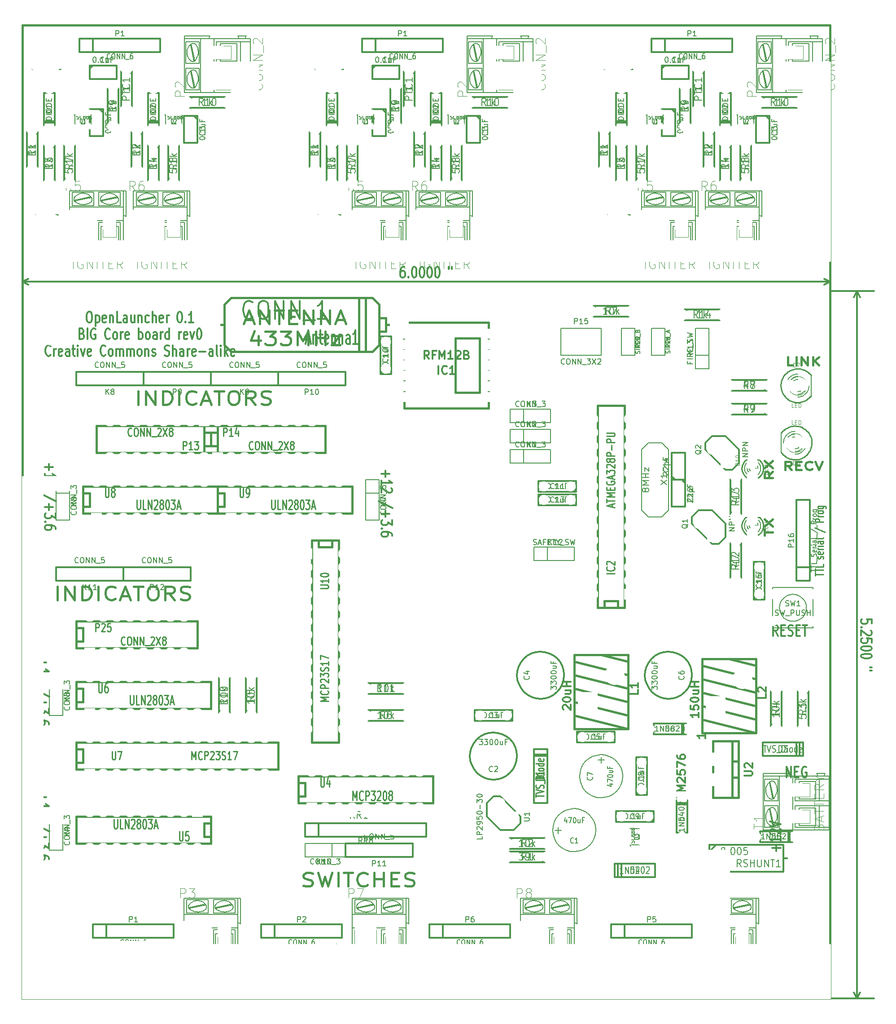
<source format=gto>
G04 (created by PCBNEW-RS274X (2011-05-25)-stable) date Mon 18 Jun 2012 11:26:01 PM MDT*
G01*
G70*
G90*
%MOIN*%
G04 Gerber Fmt 3.4, Leading zero omitted, Abs format*
%FSLAX34Y34*%
G04 APERTURE LIST*
%ADD10C,0.006000*%
%ADD11C,0.015000*%
%ADD12C,0.012000*%
%ADD13C,0.040000*%
%ADD14C,0.018000*%
%ADD15C,0.010000*%
%ADD16C,0.005000*%
%ADD17C,0.002600*%
%ADD18C,0.008000*%
%ADD19C,0.003000*%
%ADD20C,0.003500*%
%ADD21C,0.011300*%
%ADD22R,0.040000X0.050000*%
%ADD23C,0.085000*%
%ADD24R,0.080000X0.080000*%
%ADD25C,0.080000*%
%ADD26R,0.075000X0.075000*%
%ADD27C,0.075000*%
%ADD28O,0.098000X0.176000*%
%ADD29O,0.176000X0.098000*%
%ADD30C,0.320000*%
%ADD31C,0.086000*%
%ADD32O,0.110000X0.082000*%
%ADD33R,0.110000X0.082000*%
%ADD34O,0.082000X0.110000*%
%ADD35R,0.082000X0.110000*%
%ADD36C,0.090000*%
%ADD37R,0.090000X0.090000*%
%ADD38R,0.098700X0.075100*%
%ADD39R,0.085000X0.085000*%
%ADD40R,0.050000X0.040000*%
%ADD41R,0.140000X0.140000*%
%ADD42C,0.140000*%
%ADD43O,0.118400X0.090900*%
%ADD44R,0.147600X0.147600*%
%ADD45C,0.147600*%
G04 APERTURE END LIST*
G54D10*
G54D11*
X68250Y-04750D02*
X68250Y-77000D01*
X08250Y-04750D02*
X68250Y-04750D01*
G54D12*
X36623Y-22685D02*
X36509Y-22685D01*
X36452Y-22723D01*
X36423Y-22761D01*
X36366Y-22875D01*
X36337Y-23028D01*
X36337Y-23332D01*
X36366Y-23409D01*
X36394Y-23447D01*
X36452Y-23485D01*
X36566Y-23485D01*
X36623Y-23447D01*
X36652Y-23409D01*
X36680Y-23332D01*
X36680Y-23142D01*
X36652Y-23066D01*
X36623Y-23028D01*
X36566Y-22990D01*
X36452Y-22990D01*
X36394Y-23028D01*
X36366Y-23066D01*
X36337Y-23142D01*
X36937Y-23409D02*
X36965Y-23447D01*
X36937Y-23485D01*
X36908Y-23447D01*
X36937Y-23409D01*
X36937Y-23485D01*
X37337Y-22685D02*
X37394Y-22685D01*
X37451Y-22723D01*
X37480Y-22761D01*
X37509Y-22837D01*
X37537Y-22990D01*
X37537Y-23180D01*
X37509Y-23332D01*
X37480Y-23409D01*
X37451Y-23447D01*
X37394Y-23485D01*
X37337Y-23485D01*
X37280Y-23447D01*
X37251Y-23409D01*
X37223Y-23332D01*
X37194Y-23180D01*
X37194Y-22990D01*
X37223Y-22837D01*
X37251Y-22761D01*
X37280Y-22723D01*
X37337Y-22685D01*
X37908Y-22685D02*
X37965Y-22685D01*
X38022Y-22723D01*
X38051Y-22761D01*
X38080Y-22837D01*
X38108Y-22990D01*
X38108Y-23180D01*
X38080Y-23332D01*
X38051Y-23409D01*
X38022Y-23447D01*
X37965Y-23485D01*
X37908Y-23485D01*
X37851Y-23447D01*
X37822Y-23409D01*
X37794Y-23332D01*
X37765Y-23180D01*
X37765Y-22990D01*
X37794Y-22837D01*
X37822Y-22761D01*
X37851Y-22723D01*
X37908Y-22685D01*
X38479Y-22685D02*
X38536Y-22685D01*
X38593Y-22723D01*
X38622Y-22761D01*
X38651Y-22837D01*
X38679Y-22990D01*
X38679Y-23180D01*
X38651Y-23332D01*
X38622Y-23409D01*
X38593Y-23447D01*
X38536Y-23485D01*
X38479Y-23485D01*
X38422Y-23447D01*
X38393Y-23409D01*
X38365Y-23332D01*
X38336Y-23180D01*
X38336Y-22990D01*
X38365Y-22837D01*
X38393Y-22761D01*
X38422Y-22723D01*
X38479Y-22685D01*
X39050Y-22685D02*
X39107Y-22685D01*
X39164Y-22723D01*
X39193Y-22761D01*
X39222Y-22837D01*
X39250Y-22990D01*
X39250Y-23180D01*
X39222Y-23332D01*
X39193Y-23409D01*
X39164Y-23447D01*
X39107Y-23485D01*
X39050Y-23485D01*
X38993Y-23447D01*
X38964Y-23409D01*
X38936Y-23332D01*
X38907Y-23180D01*
X38907Y-22990D01*
X38936Y-22837D01*
X38964Y-22761D01*
X38993Y-22723D01*
X39050Y-22685D01*
X39935Y-22685D02*
X39935Y-22837D01*
X40164Y-22685D02*
X40164Y-22837D01*
X08250Y-23801D02*
X68250Y-23801D01*
X08250Y-24500D02*
X08250Y-22521D01*
X68250Y-24500D02*
X68250Y-22521D01*
X68250Y-23801D02*
X67807Y-24031D01*
X68250Y-23801D02*
X67807Y-23571D01*
X08250Y-23801D02*
X08693Y-24031D01*
X08250Y-23801D02*
X08693Y-23571D01*
G54D11*
X08250Y-77000D02*
X08250Y-04750D01*
X68250Y-77000D02*
X08250Y-77000D01*
G54D12*
X71362Y-49151D02*
X71362Y-48865D01*
X70981Y-48837D01*
X71019Y-48866D01*
X71057Y-48923D01*
X71057Y-49066D01*
X71019Y-49123D01*
X70981Y-49152D01*
X70905Y-49180D01*
X70715Y-49180D01*
X70638Y-49152D01*
X70600Y-49124D01*
X70562Y-49067D01*
X70562Y-48924D01*
X70600Y-48867D01*
X70638Y-48837D01*
X70639Y-49437D02*
X70601Y-49466D01*
X70563Y-49438D01*
X70601Y-49409D01*
X70639Y-49437D01*
X70563Y-49438D01*
X71287Y-49693D02*
X71325Y-49722D01*
X71363Y-49779D01*
X71364Y-49922D01*
X71326Y-49979D01*
X71288Y-50008D01*
X71212Y-50036D01*
X71136Y-50037D01*
X71021Y-50009D01*
X70563Y-49667D01*
X70564Y-50038D01*
X71365Y-50579D02*
X71364Y-50293D01*
X70983Y-50265D01*
X71021Y-50294D01*
X71059Y-50351D01*
X71060Y-50494D01*
X71022Y-50551D01*
X70984Y-50580D01*
X70908Y-50608D01*
X70718Y-50608D01*
X70641Y-50580D01*
X70603Y-50551D01*
X70565Y-50495D01*
X70564Y-50352D01*
X70602Y-50294D01*
X70640Y-50265D01*
X71365Y-50978D02*
X71365Y-51035D01*
X71328Y-51092D01*
X71290Y-51121D01*
X71214Y-51150D01*
X71061Y-51179D01*
X70871Y-51179D01*
X70719Y-51151D01*
X70642Y-51122D01*
X70604Y-51093D01*
X70565Y-51037D01*
X70565Y-50980D01*
X70603Y-50922D01*
X70641Y-50893D01*
X70718Y-50865D01*
X70870Y-50836D01*
X71060Y-50836D01*
X71213Y-50864D01*
X71289Y-50892D01*
X71327Y-50921D01*
X71365Y-50978D01*
X71366Y-51549D02*
X71366Y-51606D01*
X71329Y-51663D01*
X71291Y-51692D01*
X71215Y-51721D01*
X71062Y-51750D01*
X70872Y-51750D01*
X70720Y-51722D01*
X70643Y-51693D01*
X70605Y-51664D01*
X70566Y-51608D01*
X70566Y-51551D01*
X70604Y-51493D01*
X70642Y-51464D01*
X70719Y-51436D01*
X70871Y-51407D01*
X71061Y-51407D01*
X71214Y-51435D01*
X71290Y-51463D01*
X71328Y-51492D01*
X71366Y-51549D01*
X71368Y-52434D02*
X71216Y-52434D01*
X71368Y-52663D02*
X71216Y-52663D01*
X70249Y-24500D02*
X70249Y-77000D01*
X68250Y-24500D02*
X71529Y-24500D01*
X68250Y-77000D02*
X71529Y-77000D01*
X70249Y-77000D02*
X70019Y-76557D01*
X70249Y-77000D02*
X70479Y-76557D01*
X70249Y-24500D02*
X70019Y-24943D01*
X70249Y-24500D02*
X70479Y-24943D01*
G54D13*
X35141Y-73788D02*
X36360Y-73788D01*
X22641Y-73788D02*
X23860Y-73788D01*
X61141Y-73788D02*
X62360Y-73788D01*
X33141Y-73788D02*
X34360Y-73788D01*
X33750Y-74398D02*
X33750Y-73179D01*
X47641Y-73788D02*
X48860Y-73788D01*
X45641Y-73788D02*
X46860Y-73788D01*
X46250Y-74398D02*
X46250Y-73179D01*
X20641Y-73788D02*
X21860Y-73788D01*
X21250Y-74398D02*
X21250Y-73179D01*
X59141Y-73788D02*
X60360Y-73788D01*
X59750Y-74398D02*
X59750Y-73179D01*
G54D11*
X63993Y-37883D02*
X63707Y-38150D01*
X63993Y-38341D02*
X63393Y-38341D01*
X63393Y-38036D01*
X63421Y-37960D01*
X63450Y-37921D01*
X63507Y-37883D01*
X63593Y-37883D01*
X63650Y-37921D01*
X63679Y-37960D01*
X63707Y-38036D01*
X63707Y-38341D01*
X63393Y-37617D02*
X63993Y-37083D01*
X63393Y-37083D02*
X63993Y-37617D01*
X63393Y-42610D02*
X63393Y-42153D01*
X63993Y-42381D02*
X63393Y-42381D01*
X63393Y-41962D02*
X63993Y-41428D01*
X63393Y-41428D02*
X63993Y-41962D01*
G54D12*
X35231Y-37822D02*
X35231Y-38279D01*
X34926Y-38050D02*
X35536Y-38050D01*
X34926Y-38879D02*
X34926Y-38536D01*
X34926Y-38708D02*
X35726Y-38708D01*
X35612Y-38651D01*
X35536Y-38593D01*
X35498Y-38536D01*
X35650Y-39107D02*
X35688Y-39136D01*
X35726Y-39193D01*
X35726Y-39336D01*
X35688Y-39393D01*
X35650Y-39422D01*
X35574Y-39450D01*
X35498Y-39450D01*
X35383Y-39422D01*
X34926Y-39079D01*
X34926Y-39450D01*
X35764Y-40592D02*
X34736Y-40078D01*
X35231Y-40793D02*
X35231Y-41250D01*
X34926Y-41021D02*
X35536Y-41021D01*
X35726Y-41479D02*
X35726Y-41850D01*
X35421Y-41650D01*
X35421Y-41736D01*
X35383Y-41793D01*
X35345Y-41822D01*
X35269Y-41850D01*
X35079Y-41850D01*
X35002Y-41822D01*
X34964Y-41793D01*
X34926Y-41736D01*
X34926Y-41564D01*
X34964Y-41507D01*
X35002Y-41479D01*
X35002Y-42107D02*
X34964Y-42135D01*
X34926Y-42107D01*
X34964Y-42078D01*
X35002Y-42107D01*
X34926Y-42107D01*
X35726Y-42650D02*
X35726Y-42536D01*
X35688Y-42479D01*
X35650Y-42450D01*
X35536Y-42393D01*
X35383Y-42364D01*
X35079Y-42364D01*
X35002Y-42393D01*
X34964Y-42421D01*
X34926Y-42479D01*
X34926Y-42593D01*
X34964Y-42650D01*
X35002Y-42679D01*
X35079Y-42707D01*
X35269Y-42707D01*
X35345Y-42679D01*
X35383Y-42650D01*
X35421Y-42593D01*
X35421Y-42479D01*
X35383Y-42421D01*
X35345Y-42393D01*
X35269Y-42364D01*
X09731Y-61822D02*
X09731Y-62279D01*
X09426Y-62050D02*
X10036Y-62050D01*
X09426Y-62879D02*
X09426Y-62536D01*
X09426Y-62708D02*
X10226Y-62708D01*
X10112Y-62651D01*
X10036Y-62593D01*
X09998Y-62536D01*
X10150Y-63107D02*
X10188Y-63136D01*
X10226Y-63193D01*
X10226Y-63336D01*
X10188Y-63393D01*
X10150Y-63422D01*
X10074Y-63450D01*
X09998Y-63450D01*
X09883Y-63422D01*
X09426Y-63079D01*
X09426Y-63450D01*
X10264Y-64592D02*
X09236Y-64078D01*
X09731Y-64793D02*
X09731Y-65250D01*
X09426Y-65021D02*
X10036Y-65021D01*
X10226Y-65479D02*
X10226Y-65850D01*
X09921Y-65650D01*
X09921Y-65736D01*
X09883Y-65793D01*
X09845Y-65822D01*
X09769Y-65850D01*
X09579Y-65850D01*
X09502Y-65822D01*
X09464Y-65793D01*
X09426Y-65736D01*
X09426Y-65564D01*
X09464Y-65507D01*
X09502Y-65479D01*
X09502Y-66107D02*
X09464Y-66135D01*
X09426Y-66107D01*
X09464Y-66078D01*
X09502Y-66107D01*
X09426Y-66107D01*
X10226Y-66650D02*
X10226Y-66536D01*
X10188Y-66479D01*
X10150Y-66450D01*
X10036Y-66393D01*
X09883Y-66364D01*
X09579Y-66364D01*
X09502Y-66393D01*
X09464Y-66421D01*
X09426Y-66479D01*
X09426Y-66593D01*
X09464Y-66650D01*
X09502Y-66679D01*
X09579Y-66707D01*
X09769Y-66707D01*
X09845Y-66679D01*
X09883Y-66650D01*
X09921Y-66593D01*
X09921Y-66479D01*
X09883Y-66421D01*
X09845Y-66393D01*
X09769Y-66364D01*
X09731Y-51822D02*
X09731Y-52279D01*
X09426Y-52050D02*
X10036Y-52050D01*
X09426Y-52879D02*
X09426Y-52536D01*
X09426Y-52708D02*
X10226Y-52708D01*
X10112Y-52651D01*
X10036Y-52593D01*
X09998Y-52536D01*
X10150Y-53107D02*
X10188Y-53136D01*
X10226Y-53193D01*
X10226Y-53336D01*
X10188Y-53393D01*
X10150Y-53422D01*
X10074Y-53450D01*
X09998Y-53450D01*
X09883Y-53422D01*
X09426Y-53079D01*
X09426Y-53450D01*
X10264Y-54592D02*
X09236Y-54078D01*
X09731Y-54793D02*
X09731Y-55250D01*
X09426Y-55021D02*
X10036Y-55021D01*
X10226Y-55479D02*
X10226Y-55850D01*
X09921Y-55650D01*
X09921Y-55736D01*
X09883Y-55793D01*
X09845Y-55822D01*
X09769Y-55850D01*
X09579Y-55850D01*
X09502Y-55822D01*
X09464Y-55793D01*
X09426Y-55736D01*
X09426Y-55564D01*
X09464Y-55507D01*
X09502Y-55479D01*
X09502Y-56107D02*
X09464Y-56135D01*
X09426Y-56107D01*
X09464Y-56078D01*
X09502Y-56107D01*
X09426Y-56107D01*
X10226Y-56650D02*
X10226Y-56536D01*
X10188Y-56479D01*
X10150Y-56450D01*
X10036Y-56393D01*
X09883Y-56364D01*
X09579Y-56364D01*
X09502Y-56393D01*
X09464Y-56421D01*
X09426Y-56479D01*
X09426Y-56593D01*
X09464Y-56650D01*
X09502Y-56679D01*
X09579Y-56707D01*
X09769Y-56707D01*
X09845Y-56679D01*
X09883Y-56650D01*
X09921Y-56593D01*
X09921Y-56479D01*
X09883Y-56421D01*
X09845Y-56393D01*
X09769Y-56364D01*
X10231Y-37322D02*
X10231Y-37779D01*
X09926Y-37550D02*
X10536Y-37550D01*
X09926Y-38379D02*
X09926Y-38036D01*
X09926Y-38208D02*
X10726Y-38208D01*
X10612Y-38151D01*
X10536Y-38093D01*
X10498Y-38036D01*
X10650Y-38607D02*
X10688Y-38636D01*
X10726Y-38693D01*
X10726Y-38836D01*
X10688Y-38893D01*
X10650Y-38922D01*
X10574Y-38950D01*
X10498Y-38950D01*
X10383Y-38922D01*
X09926Y-38579D01*
X09926Y-38950D01*
X10764Y-40092D02*
X09736Y-39578D01*
X10231Y-40293D02*
X10231Y-40750D01*
X09926Y-40521D02*
X10536Y-40521D01*
X10726Y-40979D02*
X10726Y-41350D01*
X10421Y-41150D01*
X10421Y-41236D01*
X10383Y-41293D01*
X10345Y-41322D01*
X10269Y-41350D01*
X10079Y-41350D01*
X10002Y-41322D01*
X09964Y-41293D01*
X09926Y-41236D01*
X09926Y-41064D01*
X09964Y-41007D01*
X10002Y-40979D01*
X10002Y-41607D02*
X09964Y-41635D01*
X09926Y-41607D01*
X09964Y-41578D01*
X10002Y-41607D01*
X09926Y-41607D01*
X10726Y-42150D02*
X10726Y-42036D01*
X10688Y-41979D01*
X10650Y-41950D01*
X10536Y-41893D01*
X10383Y-41864D01*
X10079Y-41864D01*
X10002Y-41893D01*
X09964Y-41921D01*
X09926Y-41979D01*
X09926Y-42093D01*
X09964Y-42150D01*
X10002Y-42179D01*
X10079Y-42207D01*
X10269Y-42207D01*
X10345Y-42179D01*
X10383Y-42150D01*
X10421Y-42093D01*
X10421Y-41979D01*
X10383Y-41921D01*
X10345Y-41893D01*
X10269Y-41864D01*
G54D14*
X10865Y-47405D02*
X10865Y-46405D01*
X11436Y-47405D02*
X11436Y-46405D01*
X12121Y-47405D01*
X12121Y-46405D01*
X12693Y-47405D02*
X12693Y-46405D01*
X12978Y-46405D01*
X13150Y-46452D01*
X13264Y-46548D01*
X13321Y-46643D01*
X13378Y-46833D01*
X13378Y-46976D01*
X13321Y-47167D01*
X13264Y-47262D01*
X13150Y-47357D01*
X12978Y-47405D01*
X12693Y-47405D01*
X13893Y-47405D02*
X13893Y-46405D01*
X15149Y-47310D02*
X15092Y-47357D01*
X14921Y-47405D01*
X14807Y-47405D01*
X14635Y-47357D01*
X14521Y-47262D01*
X14464Y-47167D01*
X14407Y-46976D01*
X14407Y-46833D01*
X14464Y-46643D01*
X14521Y-46548D01*
X14635Y-46452D01*
X14807Y-46405D01*
X14921Y-46405D01*
X15092Y-46452D01*
X15149Y-46500D01*
X15607Y-47119D02*
X16178Y-47119D01*
X15492Y-47405D02*
X15892Y-46405D01*
X16292Y-47405D01*
X16521Y-46405D02*
X17207Y-46405D01*
X16864Y-47405D02*
X16864Y-46405D01*
X17835Y-46405D02*
X18064Y-46405D01*
X18178Y-46452D01*
X18292Y-46548D01*
X18350Y-46738D01*
X18350Y-47071D01*
X18292Y-47262D01*
X18178Y-47357D01*
X18064Y-47405D01*
X17835Y-47405D01*
X17721Y-47357D01*
X17607Y-47262D01*
X17550Y-47071D01*
X17550Y-46738D01*
X17607Y-46548D01*
X17721Y-46452D01*
X17835Y-46405D01*
X19549Y-47405D02*
X19149Y-46929D01*
X18864Y-47405D02*
X18864Y-46405D01*
X19321Y-46405D01*
X19435Y-46452D01*
X19492Y-46500D01*
X19549Y-46595D01*
X19549Y-46738D01*
X19492Y-46833D01*
X19435Y-46881D01*
X19321Y-46929D01*
X18864Y-46929D01*
X20007Y-47357D02*
X20178Y-47405D01*
X20464Y-47405D01*
X20578Y-47357D01*
X20635Y-47310D01*
X20692Y-47214D01*
X20692Y-47119D01*
X20635Y-47024D01*
X20578Y-46976D01*
X20464Y-46929D01*
X20235Y-46881D01*
X20121Y-46833D01*
X20064Y-46786D01*
X20007Y-46690D01*
X20007Y-46595D01*
X20064Y-46500D01*
X20121Y-46452D01*
X20235Y-46405D01*
X20521Y-46405D01*
X20692Y-46452D01*
G54D12*
X65007Y-60574D02*
X65007Y-59774D01*
X65350Y-60574D01*
X65350Y-59774D01*
X65636Y-60155D02*
X65836Y-60155D01*
X65922Y-60574D02*
X65636Y-60574D01*
X65636Y-59774D01*
X65922Y-59774D01*
X66493Y-59812D02*
X66436Y-59774D01*
X66350Y-59774D01*
X66265Y-59812D01*
X66207Y-59888D01*
X66179Y-59964D01*
X66150Y-60117D01*
X66150Y-60231D01*
X66179Y-60383D01*
X66207Y-60460D01*
X66265Y-60536D01*
X66350Y-60574D01*
X66407Y-60574D01*
X66493Y-60536D01*
X66522Y-60498D01*
X66522Y-60231D01*
X66407Y-60231D01*
X64269Y-66056D02*
X64269Y-65599D01*
X64574Y-65828D02*
X63964Y-65828D01*
X64574Y-64999D02*
X64574Y-65342D01*
X64574Y-65170D02*
X63774Y-65170D01*
X63888Y-65227D01*
X63964Y-65285D01*
X64002Y-65342D01*
X63850Y-64771D02*
X63812Y-64742D01*
X63774Y-64685D01*
X63774Y-64542D01*
X63812Y-64485D01*
X63850Y-64456D01*
X63926Y-64428D01*
X64002Y-64428D01*
X64117Y-64456D01*
X64574Y-64799D01*
X64574Y-64428D01*
X63774Y-64257D02*
X64574Y-64057D01*
X63774Y-63857D01*
X56586Y-73748D02*
X56557Y-73786D01*
X56471Y-73824D01*
X56414Y-73824D01*
X56329Y-73786D01*
X56271Y-73710D01*
X56243Y-73633D01*
X56214Y-73481D01*
X56214Y-73367D01*
X56243Y-73214D01*
X56271Y-73138D01*
X56329Y-73062D01*
X56414Y-73024D01*
X56471Y-73024D01*
X56557Y-73062D01*
X56586Y-73100D01*
X56843Y-73824D02*
X56843Y-73024D01*
X56843Y-73405D02*
X57186Y-73405D01*
X57186Y-73824D02*
X57186Y-73024D01*
X57558Y-73367D02*
X57500Y-73329D01*
X57472Y-73290D01*
X57443Y-73214D01*
X57443Y-73176D01*
X57472Y-73100D01*
X57500Y-73062D01*
X57558Y-73024D01*
X57672Y-73024D01*
X57729Y-73062D01*
X57758Y-73100D01*
X57786Y-73176D01*
X57786Y-73214D01*
X57758Y-73290D01*
X57729Y-73329D01*
X57672Y-73367D01*
X57558Y-73367D01*
X57500Y-73405D01*
X57472Y-73443D01*
X57443Y-73519D01*
X57443Y-73671D01*
X57472Y-73748D01*
X57500Y-73786D01*
X57558Y-73824D01*
X57672Y-73824D01*
X57729Y-73786D01*
X57758Y-73748D01*
X57786Y-73671D01*
X57786Y-73519D01*
X57758Y-73443D01*
X57729Y-73405D01*
X57672Y-73367D01*
X52336Y-73748D02*
X52307Y-73786D01*
X52221Y-73824D01*
X52164Y-73824D01*
X52079Y-73786D01*
X52021Y-73710D01*
X51993Y-73633D01*
X51964Y-73481D01*
X51964Y-73367D01*
X51993Y-73214D01*
X52021Y-73138D01*
X52079Y-73062D01*
X52164Y-73024D01*
X52221Y-73024D01*
X52307Y-73062D01*
X52336Y-73100D01*
X52593Y-73824D02*
X52593Y-73024D01*
X52593Y-73405D02*
X52936Y-73405D01*
X52936Y-73824D02*
X52936Y-73024D01*
X53165Y-73024D02*
X53565Y-73024D01*
X53308Y-73824D01*
X43086Y-73748D02*
X43057Y-73786D01*
X42971Y-73824D01*
X42914Y-73824D01*
X42829Y-73786D01*
X42771Y-73710D01*
X42743Y-73633D01*
X42714Y-73481D01*
X42714Y-73367D01*
X42743Y-73214D01*
X42771Y-73138D01*
X42829Y-73062D01*
X42914Y-73024D01*
X42971Y-73024D01*
X43057Y-73062D01*
X43086Y-73100D01*
X43343Y-73824D02*
X43343Y-73024D01*
X43343Y-73405D02*
X43686Y-73405D01*
X43686Y-73824D02*
X43686Y-73024D01*
X44229Y-73024D02*
X44115Y-73024D01*
X44058Y-73062D01*
X44029Y-73100D01*
X43972Y-73214D01*
X43943Y-73367D01*
X43943Y-73671D01*
X43972Y-73748D01*
X44000Y-73786D01*
X44058Y-73824D01*
X44172Y-73824D01*
X44229Y-73786D01*
X44258Y-73748D01*
X44286Y-73671D01*
X44286Y-73481D01*
X44258Y-73405D01*
X44229Y-73367D01*
X44172Y-73329D01*
X44058Y-73329D01*
X44000Y-73367D01*
X43972Y-73405D01*
X43943Y-73481D01*
X39086Y-73748D02*
X39057Y-73786D01*
X38971Y-73824D01*
X38914Y-73824D01*
X38829Y-73786D01*
X38771Y-73710D01*
X38743Y-73633D01*
X38714Y-73481D01*
X38714Y-73367D01*
X38743Y-73214D01*
X38771Y-73138D01*
X38829Y-73062D01*
X38914Y-73024D01*
X38971Y-73024D01*
X39057Y-73062D01*
X39086Y-73100D01*
X39343Y-73824D02*
X39343Y-73024D01*
X39343Y-73405D02*
X39686Y-73405D01*
X39686Y-73824D02*
X39686Y-73024D01*
X40258Y-73024D02*
X39972Y-73024D01*
X39943Y-73405D01*
X39972Y-73367D01*
X40029Y-73329D01*
X40172Y-73329D01*
X40229Y-73367D01*
X40258Y-73405D01*
X40286Y-73481D01*
X40286Y-73671D01*
X40258Y-73748D01*
X40229Y-73786D01*
X40172Y-73824D01*
X40029Y-73824D01*
X39972Y-73786D01*
X39943Y-73748D01*
X30586Y-73748D02*
X30557Y-73786D01*
X30471Y-73824D01*
X30414Y-73824D01*
X30329Y-73786D01*
X30271Y-73710D01*
X30243Y-73633D01*
X30214Y-73481D01*
X30214Y-73367D01*
X30243Y-73214D01*
X30271Y-73138D01*
X30329Y-73062D01*
X30414Y-73024D01*
X30471Y-73024D01*
X30557Y-73062D01*
X30586Y-73100D01*
X30843Y-73824D02*
X30843Y-73024D01*
X30843Y-73405D02*
X31186Y-73405D01*
X31186Y-73824D02*
X31186Y-73024D01*
X31729Y-73290D02*
X31729Y-73824D01*
X31586Y-72986D02*
X31443Y-73557D01*
X31815Y-73557D01*
X26586Y-73748D02*
X26557Y-73786D01*
X26471Y-73824D01*
X26414Y-73824D01*
X26329Y-73786D01*
X26271Y-73710D01*
X26243Y-73633D01*
X26214Y-73481D01*
X26214Y-73367D01*
X26243Y-73214D01*
X26271Y-73138D01*
X26329Y-73062D01*
X26414Y-73024D01*
X26471Y-73024D01*
X26557Y-73062D01*
X26586Y-73100D01*
X26843Y-73824D02*
X26843Y-73024D01*
X26843Y-73405D02*
X27186Y-73405D01*
X27186Y-73824D02*
X27186Y-73024D01*
X27415Y-73024D02*
X27786Y-73024D01*
X27586Y-73329D01*
X27672Y-73329D01*
X27729Y-73367D01*
X27758Y-73405D01*
X27786Y-73481D01*
X27786Y-73671D01*
X27758Y-73748D01*
X27729Y-73786D01*
X27672Y-73824D01*
X27500Y-73824D01*
X27443Y-73786D01*
X27415Y-73748D01*
X18086Y-73748D02*
X18057Y-73786D01*
X17971Y-73824D01*
X17914Y-73824D01*
X17829Y-73786D01*
X17771Y-73710D01*
X17743Y-73633D01*
X17714Y-73481D01*
X17714Y-73367D01*
X17743Y-73214D01*
X17771Y-73138D01*
X17829Y-73062D01*
X17914Y-73024D01*
X17971Y-73024D01*
X18057Y-73062D01*
X18086Y-73100D01*
X18343Y-73824D02*
X18343Y-73024D01*
X18343Y-73405D02*
X18686Y-73405D01*
X18686Y-73824D02*
X18686Y-73024D01*
X18943Y-73100D02*
X18972Y-73062D01*
X19029Y-73024D01*
X19172Y-73024D01*
X19229Y-73062D01*
X19258Y-73100D01*
X19286Y-73176D01*
X19286Y-73252D01*
X19258Y-73367D01*
X18915Y-73824D01*
X19286Y-73824D01*
X14086Y-73748D02*
X14057Y-73786D01*
X13971Y-73824D01*
X13914Y-73824D01*
X13829Y-73786D01*
X13771Y-73710D01*
X13743Y-73633D01*
X13714Y-73481D01*
X13714Y-73367D01*
X13743Y-73214D01*
X13771Y-73138D01*
X13829Y-73062D01*
X13914Y-73024D01*
X13971Y-73024D01*
X14057Y-73062D01*
X14086Y-73100D01*
X14343Y-73824D02*
X14343Y-73024D01*
X14343Y-73405D02*
X14686Y-73405D01*
X14686Y-73824D02*
X14686Y-73024D01*
X15286Y-73824D02*
X14943Y-73824D01*
X15115Y-73824D02*
X15115Y-73024D01*
X15058Y-73138D01*
X15000Y-73214D01*
X14943Y-73252D01*
G54D15*
X67143Y-45620D02*
X67143Y-45391D01*
X67743Y-45506D02*
X67143Y-45506D01*
X67143Y-45315D02*
X67143Y-45086D01*
X67743Y-45201D02*
X67143Y-45201D01*
X67743Y-44762D02*
X67743Y-44953D01*
X67143Y-44953D01*
X67714Y-44343D02*
X67743Y-44305D01*
X67743Y-44229D01*
X67714Y-44190D01*
X67657Y-44171D01*
X67629Y-44171D01*
X67571Y-44190D01*
X67543Y-44229D01*
X67543Y-44286D01*
X67514Y-44324D01*
X67457Y-44343D01*
X67429Y-44343D01*
X67371Y-44324D01*
X67343Y-44286D01*
X67343Y-44229D01*
X67371Y-44190D01*
X67714Y-43847D02*
X67743Y-43885D01*
X67743Y-43962D01*
X67714Y-44000D01*
X67657Y-44019D01*
X67429Y-44019D01*
X67371Y-44000D01*
X67343Y-43962D01*
X67343Y-43885D01*
X67371Y-43847D01*
X67429Y-43828D01*
X67486Y-43828D01*
X67543Y-44019D01*
X67743Y-43657D02*
X67343Y-43657D01*
X67457Y-43657D02*
X67400Y-43638D01*
X67371Y-43619D01*
X67343Y-43581D01*
X67343Y-43542D01*
X67743Y-43409D02*
X67343Y-43409D01*
X67143Y-43409D02*
X67171Y-43428D01*
X67200Y-43409D01*
X67171Y-43390D01*
X67143Y-43409D01*
X67200Y-43409D01*
X67743Y-43047D02*
X67429Y-43047D01*
X67371Y-43066D01*
X67343Y-43104D01*
X67343Y-43181D01*
X67371Y-43219D01*
X67714Y-43047D02*
X67743Y-43085D01*
X67743Y-43181D01*
X67714Y-43219D01*
X67657Y-43238D01*
X67600Y-43238D01*
X67543Y-43219D01*
X67514Y-43181D01*
X67514Y-43085D01*
X67486Y-43047D01*
X67743Y-42800D02*
X67714Y-42838D01*
X67657Y-42857D01*
X67143Y-42857D01*
X67114Y-42056D02*
X67886Y-42399D01*
X67743Y-41618D02*
X67143Y-41618D01*
X67143Y-41465D01*
X67171Y-41427D01*
X67200Y-41408D01*
X67257Y-41389D01*
X67343Y-41389D01*
X67400Y-41408D01*
X67429Y-41427D01*
X67457Y-41465D01*
X67457Y-41618D01*
X67743Y-41218D02*
X67343Y-41218D01*
X67457Y-41218D02*
X67400Y-41199D01*
X67371Y-41180D01*
X67343Y-41142D01*
X67343Y-41103D01*
X67743Y-40913D02*
X67714Y-40951D01*
X67686Y-40970D01*
X67629Y-40989D01*
X67457Y-40989D01*
X67400Y-40970D01*
X67371Y-40951D01*
X67343Y-40913D01*
X67343Y-40855D01*
X67371Y-40817D01*
X67400Y-40798D01*
X67457Y-40779D01*
X67629Y-40779D01*
X67686Y-40798D01*
X67714Y-40817D01*
X67743Y-40855D01*
X67743Y-40913D01*
X67343Y-40436D02*
X67829Y-40436D01*
X67886Y-40455D01*
X67914Y-40474D01*
X67943Y-40513D01*
X67943Y-40570D01*
X67914Y-40608D01*
X67714Y-40436D02*
X67743Y-40474D01*
X67743Y-40551D01*
X67714Y-40589D01*
X67686Y-40608D01*
X67629Y-40627D01*
X67457Y-40627D01*
X67400Y-40608D01*
X67371Y-40589D01*
X67343Y-40551D01*
X67343Y-40474D01*
X67371Y-40436D01*
G54D12*
X64379Y-50074D02*
X64179Y-49693D01*
X64036Y-50074D02*
X64036Y-49274D01*
X64264Y-49274D01*
X64322Y-49312D01*
X64350Y-49350D01*
X64379Y-49426D01*
X64379Y-49540D01*
X64350Y-49617D01*
X64322Y-49655D01*
X64264Y-49693D01*
X64036Y-49693D01*
X64636Y-49655D02*
X64836Y-49655D01*
X64922Y-50074D02*
X64636Y-50074D01*
X64636Y-49274D01*
X64922Y-49274D01*
X65150Y-50036D02*
X65236Y-50074D01*
X65379Y-50074D01*
X65436Y-50036D01*
X65465Y-49998D01*
X65493Y-49921D01*
X65493Y-49845D01*
X65465Y-49769D01*
X65436Y-49731D01*
X65379Y-49693D01*
X65265Y-49655D01*
X65207Y-49617D01*
X65179Y-49579D01*
X65150Y-49502D01*
X65150Y-49426D01*
X65179Y-49350D01*
X65207Y-49312D01*
X65265Y-49274D01*
X65407Y-49274D01*
X65493Y-49312D01*
X65750Y-49655D02*
X65950Y-49655D01*
X66036Y-50074D02*
X65750Y-50074D01*
X65750Y-49274D01*
X66036Y-49274D01*
X66207Y-49274D02*
X66550Y-49274D01*
X66379Y-50074D02*
X66379Y-49274D01*
G54D11*
X65393Y-37743D02*
X65126Y-37457D01*
X64935Y-37743D02*
X64935Y-37143D01*
X65240Y-37143D01*
X65316Y-37171D01*
X65355Y-37200D01*
X65393Y-37257D01*
X65393Y-37343D01*
X65355Y-37400D01*
X65316Y-37429D01*
X65240Y-37457D01*
X64935Y-37457D01*
X65735Y-37429D02*
X66002Y-37429D01*
X66116Y-37743D02*
X65735Y-37743D01*
X65735Y-37143D01*
X66116Y-37143D01*
X66917Y-37686D02*
X66879Y-37714D01*
X66764Y-37743D01*
X66688Y-37743D01*
X66574Y-37714D01*
X66498Y-37657D01*
X66459Y-37600D01*
X66421Y-37486D01*
X66421Y-37400D01*
X66459Y-37286D01*
X66498Y-37229D01*
X66574Y-37171D01*
X66688Y-37143D01*
X66764Y-37143D01*
X66879Y-37171D01*
X66917Y-37200D01*
X67145Y-37143D02*
X67412Y-37743D01*
X67679Y-37143D01*
X65488Y-29993D02*
X65107Y-29993D01*
X65107Y-29393D01*
X65755Y-29993D02*
X65755Y-29393D01*
X66136Y-29993D02*
X66136Y-29393D01*
X66594Y-29993D01*
X66594Y-29393D01*
X66974Y-29993D02*
X66974Y-29393D01*
X67432Y-29993D02*
X67089Y-29650D01*
X67432Y-29393D02*
X66974Y-29736D01*
G54D14*
X24815Y-26619D02*
X25386Y-26619D01*
X24700Y-26905D02*
X25100Y-25905D01*
X25500Y-26905D01*
X25901Y-26905D02*
X25901Y-25905D01*
X26586Y-26905D01*
X26586Y-25905D01*
X26986Y-25905D02*
X27672Y-25905D01*
X27329Y-26905D02*
X27329Y-25905D01*
X28072Y-26381D02*
X28472Y-26381D01*
X28643Y-26905D02*
X28072Y-26905D01*
X28072Y-25905D01*
X28643Y-25905D01*
X29158Y-26905D02*
X29158Y-25905D01*
X29843Y-26905D01*
X29843Y-25905D01*
X30415Y-26905D02*
X30415Y-25905D01*
X31100Y-26905D01*
X31100Y-25905D01*
X31615Y-26619D02*
X32186Y-26619D01*
X31500Y-26905D02*
X31900Y-25905D01*
X32300Y-26905D01*
X25786Y-27818D02*
X25786Y-28485D01*
X25500Y-27437D02*
X25215Y-28151D01*
X25957Y-28151D01*
X26300Y-27485D02*
X27043Y-27485D01*
X26643Y-27866D01*
X26815Y-27866D01*
X26929Y-27913D01*
X26986Y-27961D01*
X27043Y-28056D01*
X27043Y-28294D01*
X26986Y-28390D01*
X26929Y-28437D01*
X26815Y-28485D01*
X26472Y-28485D01*
X26358Y-28437D01*
X26300Y-28390D01*
X27443Y-27485D02*
X28186Y-27485D01*
X27786Y-27866D01*
X27958Y-27866D01*
X28072Y-27913D01*
X28129Y-27961D01*
X28186Y-28056D01*
X28186Y-28294D01*
X28129Y-28390D01*
X28072Y-28437D01*
X27958Y-28485D01*
X27615Y-28485D01*
X27501Y-28437D01*
X27443Y-28390D01*
X28701Y-28485D02*
X28701Y-27485D01*
X29101Y-28199D01*
X29501Y-27485D01*
X29501Y-28485D01*
X30072Y-28485D02*
X30072Y-27485D01*
X30072Y-27961D02*
X30757Y-27961D01*
X30757Y-28485D02*
X30757Y-27485D01*
X31214Y-27818D02*
X31843Y-27818D01*
X31214Y-28485D01*
X31843Y-28485D01*
X16865Y-32905D02*
X16865Y-31905D01*
X17436Y-32905D02*
X17436Y-31905D01*
X18121Y-32905D01*
X18121Y-31905D01*
X18693Y-32905D02*
X18693Y-31905D01*
X18978Y-31905D01*
X19150Y-31952D01*
X19264Y-32048D01*
X19321Y-32143D01*
X19378Y-32333D01*
X19378Y-32476D01*
X19321Y-32667D01*
X19264Y-32762D01*
X19150Y-32857D01*
X18978Y-32905D01*
X18693Y-32905D01*
X19893Y-32905D02*
X19893Y-31905D01*
X21149Y-32810D02*
X21092Y-32857D01*
X20921Y-32905D01*
X20807Y-32905D01*
X20635Y-32857D01*
X20521Y-32762D01*
X20464Y-32667D01*
X20407Y-32476D01*
X20407Y-32333D01*
X20464Y-32143D01*
X20521Y-32048D01*
X20635Y-31952D01*
X20807Y-31905D01*
X20921Y-31905D01*
X21092Y-31952D01*
X21149Y-32000D01*
X21607Y-32619D02*
X22178Y-32619D01*
X21492Y-32905D02*
X21892Y-31905D01*
X22292Y-32905D01*
X22521Y-31905D02*
X23207Y-31905D01*
X22864Y-32905D02*
X22864Y-31905D01*
X23835Y-31905D02*
X24064Y-31905D01*
X24178Y-31952D01*
X24292Y-32048D01*
X24350Y-32238D01*
X24350Y-32571D01*
X24292Y-32762D01*
X24178Y-32857D01*
X24064Y-32905D01*
X23835Y-32905D01*
X23721Y-32857D01*
X23607Y-32762D01*
X23550Y-32571D01*
X23550Y-32238D01*
X23607Y-32048D01*
X23721Y-31952D01*
X23835Y-31905D01*
X25549Y-32905D02*
X25149Y-32429D01*
X24864Y-32905D02*
X24864Y-31905D01*
X25321Y-31905D01*
X25435Y-31952D01*
X25492Y-32000D01*
X25549Y-32095D01*
X25549Y-32238D01*
X25492Y-32333D01*
X25435Y-32381D01*
X25321Y-32429D01*
X24864Y-32429D01*
X26007Y-32857D02*
X26178Y-32905D01*
X26464Y-32905D01*
X26578Y-32857D01*
X26635Y-32810D01*
X26692Y-32714D01*
X26692Y-32619D01*
X26635Y-32524D01*
X26578Y-32476D01*
X26464Y-32429D01*
X26235Y-32381D01*
X26121Y-32333D01*
X26064Y-32286D01*
X26007Y-32190D01*
X26007Y-32095D01*
X26064Y-32000D01*
X26121Y-31952D01*
X26235Y-31905D01*
X26521Y-31905D01*
X26692Y-31952D01*
X29137Y-68607D02*
X29308Y-68655D01*
X29594Y-68655D01*
X29708Y-68607D01*
X29765Y-68560D01*
X29822Y-68464D01*
X29822Y-68369D01*
X29765Y-68274D01*
X29708Y-68226D01*
X29594Y-68179D01*
X29365Y-68131D01*
X29251Y-68083D01*
X29194Y-68036D01*
X29137Y-67940D01*
X29137Y-67845D01*
X29194Y-67750D01*
X29251Y-67702D01*
X29365Y-67655D01*
X29651Y-67655D01*
X29822Y-67702D01*
X30222Y-67655D02*
X30508Y-68655D01*
X30737Y-67940D01*
X30965Y-68655D01*
X31251Y-67655D01*
X31708Y-68655D02*
X31708Y-67655D01*
X32107Y-67655D02*
X32793Y-67655D01*
X32450Y-68655D02*
X32450Y-67655D01*
X33878Y-68560D02*
X33821Y-68607D01*
X33650Y-68655D01*
X33536Y-68655D01*
X33364Y-68607D01*
X33250Y-68512D01*
X33193Y-68417D01*
X33136Y-68226D01*
X33136Y-68083D01*
X33193Y-67893D01*
X33250Y-67798D01*
X33364Y-67702D01*
X33536Y-67655D01*
X33650Y-67655D01*
X33821Y-67702D01*
X33878Y-67750D01*
X34393Y-68655D02*
X34393Y-67655D01*
X34393Y-68131D02*
X35078Y-68131D01*
X35078Y-68655D02*
X35078Y-67655D01*
X35650Y-68131D02*
X36050Y-68131D01*
X36221Y-68655D02*
X35650Y-68655D01*
X35650Y-67655D01*
X36221Y-67655D01*
X36679Y-68607D02*
X36850Y-68655D01*
X37136Y-68655D01*
X37250Y-68607D01*
X37307Y-68560D01*
X37364Y-68464D01*
X37364Y-68369D01*
X37307Y-68274D01*
X37250Y-68226D01*
X37136Y-68179D01*
X36907Y-68131D01*
X36793Y-68083D01*
X36736Y-68036D01*
X36679Y-67940D01*
X36679Y-67845D01*
X36736Y-67750D01*
X36793Y-67702D01*
X36907Y-67655D01*
X37193Y-67655D01*
X37364Y-67702D01*
G54D12*
X13172Y-26024D02*
X13286Y-26024D01*
X13344Y-26062D01*
X13401Y-26138D01*
X13429Y-26290D01*
X13429Y-26557D01*
X13401Y-26710D01*
X13344Y-26786D01*
X13286Y-26824D01*
X13172Y-26824D01*
X13115Y-26786D01*
X13058Y-26710D01*
X13029Y-26557D01*
X13029Y-26290D01*
X13058Y-26138D01*
X13115Y-26062D01*
X13172Y-26024D01*
X13687Y-26290D02*
X13687Y-27090D01*
X13687Y-26329D02*
X13744Y-26290D01*
X13858Y-26290D01*
X13915Y-26329D01*
X13944Y-26367D01*
X13973Y-26443D01*
X13973Y-26671D01*
X13944Y-26748D01*
X13915Y-26786D01*
X13858Y-26824D01*
X13744Y-26824D01*
X13687Y-26786D01*
X14458Y-26786D02*
X14401Y-26824D01*
X14287Y-26824D01*
X14230Y-26786D01*
X14201Y-26710D01*
X14201Y-26405D01*
X14230Y-26329D01*
X14287Y-26290D01*
X14401Y-26290D01*
X14458Y-26329D01*
X14487Y-26405D01*
X14487Y-26481D01*
X14201Y-26557D01*
X14744Y-26290D02*
X14744Y-26824D01*
X14744Y-26367D02*
X14772Y-26329D01*
X14830Y-26290D01*
X14915Y-26290D01*
X14972Y-26329D01*
X15001Y-26405D01*
X15001Y-26824D01*
X15573Y-26824D02*
X15287Y-26824D01*
X15287Y-26024D01*
X16030Y-26824D02*
X16030Y-26405D01*
X16001Y-26329D01*
X15944Y-26290D01*
X15830Y-26290D01*
X15773Y-26329D01*
X16030Y-26786D02*
X15973Y-26824D01*
X15830Y-26824D01*
X15773Y-26786D01*
X15744Y-26710D01*
X15744Y-26633D01*
X15773Y-26557D01*
X15830Y-26519D01*
X15973Y-26519D01*
X16030Y-26481D01*
X16573Y-26290D02*
X16573Y-26824D01*
X16316Y-26290D02*
X16316Y-26710D01*
X16344Y-26786D01*
X16402Y-26824D01*
X16487Y-26824D01*
X16544Y-26786D01*
X16573Y-26748D01*
X16859Y-26290D02*
X16859Y-26824D01*
X16859Y-26367D02*
X16887Y-26329D01*
X16945Y-26290D01*
X17030Y-26290D01*
X17087Y-26329D01*
X17116Y-26405D01*
X17116Y-26824D01*
X17659Y-26786D02*
X17602Y-26824D01*
X17488Y-26824D01*
X17430Y-26786D01*
X17402Y-26748D01*
X17373Y-26671D01*
X17373Y-26443D01*
X17402Y-26367D01*
X17430Y-26329D01*
X17488Y-26290D01*
X17602Y-26290D01*
X17659Y-26329D01*
X17916Y-26824D02*
X17916Y-26024D01*
X18173Y-26824D02*
X18173Y-26405D01*
X18144Y-26329D01*
X18087Y-26290D01*
X18002Y-26290D01*
X17944Y-26329D01*
X17916Y-26367D01*
X18687Y-26786D02*
X18630Y-26824D01*
X18516Y-26824D01*
X18459Y-26786D01*
X18430Y-26710D01*
X18430Y-26405D01*
X18459Y-26329D01*
X18516Y-26290D01*
X18630Y-26290D01*
X18687Y-26329D01*
X18716Y-26405D01*
X18716Y-26481D01*
X18430Y-26557D01*
X18973Y-26824D02*
X18973Y-26290D01*
X18973Y-26443D02*
X19001Y-26367D01*
X19030Y-26329D01*
X19087Y-26290D01*
X19144Y-26290D01*
X19915Y-26024D02*
X19972Y-26024D01*
X20029Y-26062D01*
X20058Y-26100D01*
X20087Y-26176D01*
X20115Y-26329D01*
X20115Y-26519D01*
X20087Y-26671D01*
X20058Y-26748D01*
X20029Y-26786D01*
X19972Y-26824D01*
X19915Y-26824D01*
X19858Y-26786D01*
X19829Y-26748D01*
X19801Y-26671D01*
X19772Y-26519D01*
X19772Y-26329D01*
X19801Y-26176D01*
X19829Y-26100D01*
X19858Y-26062D01*
X19915Y-26024D01*
X20372Y-26748D02*
X20400Y-26786D01*
X20372Y-26824D01*
X20343Y-26786D01*
X20372Y-26748D01*
X20372Y-26824D01*
X20972Y-26824D02*
X20629Y-26824D01*
X20801Y-26824D02*
X20801Y-26024D01*
X20744Y-26138D01*
X20686Y-26214D01*
X20629Y-26252D01*
X12673Y-27645D02*
X12759Y-27683D01*
X12787Y-27721D01*
X12816Y-27797D01*
X12816Y-27911D01*
X12787Y-27988D01*
X12759Y-28026D01*
X12701Y-28064D01*
X12473Y-28064D01*
X12473Y-27264D01*
X12673Y-27264D01*
X12730Y-27302D01*
X12759Y-27340D01*
X12787Y-27416D01*
X12787Y-27492D01*
X12759Y-27569D01*
X12730Y-27607D01*
X12673Y-27645D01*
X12473Y-27645D01*
X13073Y-28064D02*
X13073Y-27264D01*
X13673Y-27302D02*
X13616Y-27264D01*
X13530Y-27264D01*
X13445Y-27302D01*
X13387Y-27378D01*
X13359Y-27454D01*
X13330Y-27607D01*
X13330Y-27721D01*
X13359Y-27873D01*
X13387Y-27950D01*
X13445Y-28026D01*
X13530Y-28064D01*
X13587Y-28064D01*
X13673Y-28026D01*
X13702Y-27988D01*
X13702Y-27721D01*
X13587Y-27721D01*
X14759Y-27988D02*
X14730Y-28026D01*
X14644Y-28064D01*
X14587Y-28064D01*
X14502Y-28026D01*
X14444Y-27950D01*
X14416Y-27873D01*
X14387Y-27721D01*
X14387Y-27607D01*
X14416Y-27454D01*
X14444Y-27378D01*
X14502Y-27302D01*
X14587Y-27264D01*
X14644Y-27264D01*
X14730Y-27302D01*
X14759Y-27340D01*
X15102Y-28064D02*
X15044Y-28026D01*
X15016Y-27988D01*
X14987Y-27911D01*
X14987Y-27683D01*
X15016Y-27607D01*
X15044Y-27569D01*
X15102Y-27530D01*
X15187Y-27530D01*
X15244Y-27569D01*
X15273Y-27607D01*
X15302Y-27683D01*
X15302Y-27911D01*
X15273Y-27988D01*
X15244Y-28026D01*
X15187Y-28064D01*
X15102Y-28064D01*
X15559Y-28064D02*
X15559Y-27530D01*
X15559Y-27683D02*
X15587Y-27607D01*
X15616Y-27569D01*
X15673Y-27530D01*
X15730Y-27530D01*
X16158Y-28026D02*
X16101Y-28064D01*
X15987Y-28064D01*
X15930Y-28026D01*
X15901Y-27950D01*
X15901Y-27645D01*
X15930Y-27569D01*
X15987Y-27530D01*
X16101Y-27530D01*
X16158Y-27569D01*
X16187Y-27645D01*
X16187Y-27721D01*
X15901Y-27797D01*
X16901Y-28064D02*
X16901Y-27264D01*
X16901Y-27569D02*
X16958Y-27530D01*
X17072Y-27530D01*
X17129Y-27569D01*
X17158Y-27607D01*
X17187Y-27683D01*
X17187Y-27911D01*
X17158Y-27988D01*
X17129Y-28026D01*
X17072Y-28064D01*
X16958Y-28064D01*
X16901Y-28026D01*
X17530Y-28064D02*
X17472Y-28026D01*
X17444Y-27988D01*
X17415Y-27911D01*
X17415Y-27683D01*
X17444Y-27607D01*
X17472Y-27569D01*
X17530Y-27530D01*
X17615Y-27530D01*
X17672Y-27569D01*
X17701Y-27607D01*
X17730Y-27683D01*
X17730Y-27911D01*
X17701Y-27988D01*
X17672Y-28026D01*
X17615Y-28064D01*
X17530Y-28064D01*
X18244Y-28064D02*
X18244Y-27645D01*
X18215Y-27569D01*
X18158Y-27530D01*
X18044Y-27530D01*
X17987Y-27569D01*
X18244Y-28026D02*
X18187Y-28064D01*
X18044Y-28064D01*
X17987Y-28026D01*
X17958Y-27950D01*
X17958Y-27873D01*
X17987Y-27797D01*
X18044Y-27759D01*
X18187Y-27759D01*
X18244Y-27721D01*
X18530Y-28064D02*
X18530Y-27530D01*
X18530Y-27683D02*
X18558Y-27607D01*
X18587Y-27569D01*
X18644Y-27530D01*
X18701Y-27530D01*
X19158Y-28064D02*
X19158Y-27264D01*
X19158Y-28026D02*
X19101Y-28064D01*
X18987Y-28064D01*
X18929Y-28026D01*
X18901Y-27988D01*
X18872Y-27911D01*
X18872Y-27683D01*
X18901Y-27607D01*
X18929Y-27569D01*
X18987Y-27530D01*
X19101Y-27530D01*
X19158Y-27569D01*
X19901Y-28064D02*
X19901Y-27530D01*
X19901Y-27683D02*
X19929Y-27607D01*
X19958Y-27569D01*
X20015Y-27530D01*
X20072Y-27530D01*
X20500Y-28026D02*
X20443Y-28064D01*
X20329Y-28064D01*
X20272Y-28026D01*
X20243Y-27950D01*
X20243Y-27645D01*
X20272Y-27569D01*
X20329Y-27530D01*
X20443Y-27530D01*
X20500Y-27569D01*
X20529Y-27645D01*
X20529Y-27721D01*
X20243Y-27797D01*
X20729Y-27530D02*
X20872Y-28064D01*
X21014Y-27530D01*
X21357Y-27264D02*
X21414Y-27264D01*
X21471Y-27302D01*
X21500Y-27340D01*
X21529Y-27416D01*
X21557Y-27569D01*
X21557Y-27759D01*
X21529Y-27911D01*
X21500Y-27988D01*
X21471Y-28026D01*
X21414Y-28064D01*
X21357Y-28064D01*
X21300Y-28026D01*
X21271Y-27988D01*
X21243Y-27911D01*
X21214Y-27759D01*
X21214Y-27569D01*
X21243Y-27416D01*
X21271Y-27340D01*
X21300Y-27302D01*
X21357Y-27264D01*
X10344Y-29228D02*
X10315Y-29266D01*
X10229Y-29304D01*
X10172Y-29304D01*
X10087Y-29266D01*
X10029Y-29190D01*
X10001Y-29113D01*
X09972Y-28961D01*
X09972Y-28847D01*
X10001Y-28694D01*
X10029Y-28618D01*
X10087Y-28542D01*
X10172Y-28504D01*
X10229Y-28504D01*
X10315Y-28542D01*
X10344Y-28580D01*
X10601Y-29304D02*
X10601Y-28770D01*
X10601Y-28923D02*
X10629Y-28847D01*
X10658Y-28809D01*
X10715Y-28770D01*
X10772Y-28770D01*
X11200Y-29266D02*
X11143Y-29304D01*
X11029Y-29304D01*
X10972Y-29266D01*
X10943Y-29190D01*
X10943Y-28885D01*
X10972Y-28809D01*
X11029Y-28770D01*
X11143Y-28770D01*
X11200Y-28809D01*
X11229Y-28885D01*
X11229Y-28961D01*
X10943Y-29037D01*
X11743Y-29304D02*
X11743Y-28885D01*
X11714Y-28809D01*
X11657Y-28770D01*
X11543Y-28770D01*
X11486Y-28809D01*
X11743Y-29266D02*
X11686Y-29304D01*
X11543Y-29304D01*
X11486Y-29266D01*
X11457Y-29190D01*
X11457Y-29113D01*
X11486Y-29037D01*
X11543Y-28999D01*
X11686Y-28999D01*
X11743Y-28961D01*
X11943Y-28770D02*
X12172Y-28770D01*
X12029Y-28504D02*
X12029Y-29190D01*
X12057Y-29266D01*
X12115Y-29304D01*
X12172Y-29304D01*
X12372Y-29304D02*
X12372Y-28770D01*
X12372Y-28504D02*
X12343Y-28542D01*
X12372Y-28580D01*
X12400Y-28542D01*
X12372Y-28504D01*
X12372Y-28580D01*
X12601Y-28770D02*
X12744Y-29304D01*
X12886Y-28770D01*
X13343Y-29266D02*
X13286Y-29304D01*
X13172Y-29304D01*
X13115Y-29266D01*
X13086Y-29190D01*
X13086Y-28885D01*
X13115Y-28809D01*
X13172Y-28770D01*
X13286Y-28770D01*
X13343Y-28809D01*
X13372Y-28885D01*
X13372Y-28961D01*
X13086Y-29037D01*
X14429Y-29228D02*
X14400Y-29266D01*
X14314Y-29304D01*
X14257Y-29304D01*
X14172Y-29266D01*
X14114Y-29190D01*
X14086Y-29113D01*
X14057Y-28961D01*
X14057Y-28847D01*
X14086Y-28694D01*
X14114Y-28618D01*
X14172Y-28542D01*
X14257Y-28504D01*
X14314Y-28504D01*
X14400Y-28542D01*
X14429Y-28580D01*
X14772Y-29304D02*
X14714Y-29266D01*
X14686Y-29228D01*
X14657Y-29151D01*
X14657Y-28923D01*
X14686Y-28847D01*
X14714Y-28809D01*
X14772Y-28770D01*
X14857Y-28770D01*
X14914Y-28809D01*
X14943Y-28847D01*
X14972Y-28923D01*
X14972Y-29151D01*
X14943Y-29228D01*
X14914Y-29266D01*
X14857Y-29304D01*
X14772Y-29304D01*
X15229Y-29304D02*
X15229Y-28770D01*
X15229Y-28847D02*
X15257Y-28809D01*
X15315Y-28770D01*
X15400Y-28770D01*
X15457Y-28809D01*
X15486Y-28885D01*
X15486Y-29304D01*
X15486Y-28885D02*
X15515Y-28809D01*
X15572Y-28770D01*
X15657Y-28770D01*
X15715Y-28809D01*
X15743Y-28885D01*
X15743Y-29304D01*
X16029Y-29304D02*
X16029Y-28770D01*
X16029Y-28847D02*
X16057Y-28809D01*
X16115Y-28770D01*
X16200Y-28770D01*
X16257Y-28809D01*
X16286Y-28885D01*
X16286Y-29304D01*
X16286Y-28885D02*
X16315Y-28809D01*
X16372Y-28770D01*
X16457Y-28770D01*
X16515Y-28809D01*
X16543Y-28885D01*
X16543Y-29304D01*
X16915Y-29304D02*
X16857Y-29266D01*
X16829Y-29228D01*
X16800Y-29151D01*
X16800Y-28923D01*
X16829Y-28847D01*
X16857Y-28809D01*
X16915Y-28770D01*
X17000Y-28770D01*
X17057Y-28809D01*
X17086Y-28847D01*
X17115Y-28923D01*
X17115Y-29151D01*
X17086Y-29228D01*
X17057Y-29266D01*
X17000Y-29304D01*
X16915Y-29304D01*
X17372Y-28770D02*
X17372Y-29304D01*
X17372Y-28847D02*
X17400Y-28809D01*
X17458Y-28770D01*
X17543Y-28770D01*
X17600Y-28809D01*
X17629Y-28885D01*
X17629Y-29304D01*
X17886Y-29266D02*
X17943Y-29304D01*
X18058Y-29304D01*
X18115Y-29266D01*
X18143Y-29190D01*
X18143Y-29151D01*
X18115Y-29075D01*
X18058Y-29037D01*
X17972Y-29037D01*
X17915Y-28999D01*
X17886Y-28923D01*
X17886Y-28885D01*
X17915Y-28809D01*
X17972Y-28770D01*
X18058Y-28770D01*
X18115Y-28809D01*
X18829Y-29266D02*
X18915Y-29304D01*
X19058Y-29304D01*
X19115Y-29266D01*
X19144Y-29228D01*
X19172Y-29151D01*
X19172Y-29075D01*
X19144Y-28999D01*
X19115Y-28961D01*
X19058Y-28923D01*
X18944Y-28885D01*
X18886Y-28847D01*
X18858Y-28809D01*
X18829Y-28732D01*
X18829Y-28656D01*
X18858Y-28580D01*
X18886Y-28542D01*
X18944Y-28504D01*
X19086Y-28504D01*
X19172Y-28542D01*
X19429Y-29304D02*
X19429Y-28504D01*
X19686Y-29304D02*
X19686Y-28885D01*
X19657Y-28809D01*
X19600Y-28770D01*
X19515Y-28770D01*
X19457Y-28809D01*
X19429Y-28847D01*
X20229Y-29304D02*
X20229Y-28885D01*
X20200Y-28809D01*
X20143Y-28770D01*
X20029Y-28770D01*
X19972Y-28809D01*
X20229Y-29266D02*
X20172Y-29304D01*
X20029Y-29304D01*
X19972Y-29266D01*
X19943Y-29190D01*
X19943Y-29113D01*
X19972Y-29037D01*
X20029Y-28999D01*
X20172Y-28999D01*
X20229Y-28961D01*
X20515Y-29304D02*
X20515Y-28770D01*
X20515Y-28923D02*
X20543Y-28847D01*
X20572Y-28809D01*
X20629Y-28770D01*
X20686Y-28770D01*
X21114Y-29266D02*
X21057Y-29304D01*
X20943Y-29304D01*
X20886Y-29266D01*
X20857Y-29190D01*
X20857Y-28885D01*
X20886Y-28809D01*
X20943Y-28770D01*
X21057Y-28770D01*
X21114Y-28809D01*
X21143Y-28885D01*
X21143Y-28961D01*
X20857Y-29037D01*
X21400Y-28999D02*
X21857Y-28999D01*
X22400Y-29304D02*
X22400Y-28885D01*
X22371Y-28809D01*
X22314Y-28770D01*
X22200Y-28770D01*
X22143Y-28809D01*
X22400Y-29266D02*
X22343Y-29304D01*
X22200Y-29304D01*
X22143Y-29266D01*
X22114Y-29190D01*
X22114Y-29113D01*
X22143Y-29037D01*
X22200Y-28999D01*
X22343Y-28999D01*
X22400Y-28961D01*
X22772Y-29304D02*
X22714Y-29266D01*
X22686Y-29190D01*
X22686Y-28504D01*
X23000Y-29304D02*
X23000Y-28770D01*
X23000Y-28504D02*
X22971Y-28542D01*
X23000Y-28580D01*
X23028Y-28542D01*
X23000Y-28504D01*
X23000Y-28580D01*
X23286Y-29304D02*
X23286Y-28504D01*
X23343Y-28999D02*
X23514Y-29304D01*
X23514Y-28770D02*
X23286Y-29075D01*
X24000Y-29266D02*
X23943Y-29304D01*
X23829Y-29304D01*
X23772Y-29266D01*
X23743Y-29190D01*
X23743Y-28885D01*
X23772Y-28809D01*
X23829Y-28770D01*
X23943Y-28770D01*
X24000Y-28809D01*
X24029Y-28885D01*
X24029Y-28961D01*
X23743Y-29037D01*
G54D16*
X61400Y-12100D02*
X61400Y-11400D01*
X61400Y-11400D02*
X62600Y-11400D01*
X62600Y-11400D02*
X62600Y-12100D01*
X62600Y-12100D02*
X61400Y-12100D01*
X54650Y-12100D02*
X54650Y-11400D01*
X54650Y-11400D02*
X55850Y-11400D01*
X55850Y-11400D02*
X55850Y-12100D01*
X55850Y-12100D02*
X54650Y-12100D01*
G54D12*
X52750Y-13500D02*
X52750Y-13700D01*
X52750Y-16500D02*
X52750Y-16300D01*
X52750Y-16300D02*
X53150Y-16300D01*
X53150Y-16300D02*
X53150Y-13700D01*
X53150Y-13700D02*
X52350Y-13700D01*
X52350Y-13700D02*
X52350Y-16300D01*
X52350Y-16300D02*
X52750Y-16300D01*
X52950Y-13700D02*
X53150Y-13900D01*
X63000Y-10500D02*
X63200Y-10500D01*
X66000Y-10500D02*
X65800Y-10500D01*
X65800Y-10500D02*
X65800Y-10100D01*
X65800Y-10100D02*
X63200Y-10100D01*
X63200Y-10100D02*
X63200Y-10900D01*
X63200Y-10900D02*
X65800Y-10900D01*
X65800Y-10900D02*
X65800Y-10500D01*
X63200Y-10300D02*
X63400Y-10100D01*
X57500Y-12250D02*
X57500Y-12050D01*
X57500Y-09250D02*
X57500Y-09450D01*
X57500Y-09450D02*
X57100Y-09450D01*
X57100Y-09450D02*
X57100Y-12050D01*
X57100Y-12050D02*
X57900Y-12050D01*
X57900Y-12050D02*
X57900Y-09450D01*
X57900Y-09450D02*
X57500Y-09450D01*
X57300Y-12050D02*
X57100Y-11850D01*
X62000Y-16500D02*
X62000Y-16300D01*
X62000Y-13500D02*
X62000Y-13700D01*
X62000Y-13700D02*
X61600Y-13700D01*
X61600Y-13700D02*
X61600Y-16300D01*
X61600Y-16300D02*
X62400Y-16300D01*
X62400Y-16300D02*
X62400Y-13700D01*
X62400Y-13700D02*
X62000Y-13700D01*
X61800Y-16300D02*
X61600Y-16100D01*
X54250Y-16500D02*
X54250Y-16300D01*
X54250Y-13500D02*
X54250Y-13700D01*
X54250Y-13700D02*
X53850Y-13700D01*
X53850Y-13700D02*
X53850Y-16300D01*
X53850Y-16300D02*
X54650Y-16300D01*
X54650Y-16300D02*
X54650Y-13700D01*
X54650Y-13700D02*
X54250Y-13700D01*
X54050Y-16300D02*
X53850Y-16100D01*
X60500Y-13500D02*
X60500Y-13700D01*
X60500Y-16500D02*
X60500Y-16300D01*
X60500Y-16300D02*
X60900Y-16300D01*
X60900Y-16300D02*
X60900Y-13700D01*
X60900Y-13700D02*
X60100Y-13700D01*
X60100Y-13700D02*
X60100Y-16300D01*
X60100Y-16300D02*
X60500Y-16300D01*
X60700Y-13700D02*
X60900Y-13900D01*
X59250Y-12500D02*
X59250Y-12700D01*
X59250Y-15500D02*
X59250Y-15300D01*
X59250Y-15300D02*
X59650Y-15300D01*
X59650Y-15300D02*
X59650Y-12700D01*
X59650Y-12700D02*
X58850Y-12700D01*
X58850Y-12700D02*
X58850Y-15300D01*
X58850Y-15300D02*
X59250Y-15300D01*
X59450Y-12700D02*
X59650Y-12900D01*
X51500Y-12500D02*
X51500Y-12700D01*
X51500Y-15500D02*
X51500Y-15300D01*
X51500Y-15300D02*
X51900Y-15300D01*
X51900Y-15300D02*
X51900Y-12700D01*
X51900Y-12700D02*
X51100Y-12700D01*
X51100Y-12700D02*
X51100Y-15300D01*
X51100Y-15300D02*
X51500Y-15300D01*
X51700Y-12700D02*
X51900Y-12900D01*
X58500Y-08000D02*
X58500Y-08200D01*
X58500Y-11000D02*
X58500Y-10800D01*
X58500Y-10800D02*
X58900Y-10800D01*
X58900Y-10800D02*
X58900Y-08200D01*
X58900Y-08200D02*
X58100Y-08200D01*
X58100Y-08200D02*
X58100Y-10800D01*
X58100Y-10800D02*
X58500Y-10800D01*
X58700Y-08200D02*
X58900Y-08400D01*
X55000Y-06750D02*
X55000Y-05750D01*
X55000Y-05750D02*
X61000Y-05750D01*
X61000Y-05750D02*
X61000Y-06750D01*
X61000Y-06750D02*
X55000Y-06750D01*
X56000Y-06750D02*
X56000Y-05750D01*
X52750Y-12500D02*
X52750Y-12200D01*
X52750Y-12200D02*
X53150Y-12200D01*
X53150Y-12200D02*
X53150Y-09800D01*
X53150Y-09800D02*
X52750Y-09800D01*
X52750Y-09800D02*
X52750Y-09500D01*
X52750Y-09800D02*
X52350Y-09800D01*
X52350Y-09800D02*
X52350Y-12200D01*
X52350Y-12200D02*
X52750Y-12200D01*
X53150Y-12000D02*
X52350Y-12000D01*
X52350Y-11900D02*
X53150Y-11900D01*
G54D17*
X54760Y-20500D02*
X55760Y-20500D01*
X55760Y-20500D02*
X55760Y-19400D01*
X54760Y-19400D02*
X55760Y-19400D01*
X54760Y-20500D02*
X54760Y-19400D01*
X56730Y-20500D02*
X57730Y-20500D01*
X57730Y-20500D02*
X57730Y-19400D01*
X56730Y-19400D02*
X57730Y-19400D01*
X56730Y-20500D02*
X56730Y-19400D01*
G54D10*
X58250Y-17050D02*
X58250Y-18250D01*
X58250Y-17050D02*
X54250Y-17050D01*
X58250Y-17050D02*
X58450Y-17050D01*
X58450Y-17050D02*
X58450Y-18950D01*
X58450Y-18950D02*
X58250Y-18850D01*
X58450Y-21650D02*
X58250Y-21550D01*
X58250Y-21550D02*
X58250Y-21950D01*
X58450Y-21000D02*
X58250Y-21100D01*
X58250Y-21100D02*
X58250Y-21550D01*
X58450Y-21000D02*
X58450Y-21650D01*
X56430Y-21950D02*
X56430Y-21200D01*
X58030Y-19400D02*
X58030Y-21200D01*
X56430Y-21950D02*
X58030Y-21950D01*
X58030Y-21950D02*
X58250Y-21950D01*
X56060Y-21950D02*
X56060Y-21200D01*
X56060Y-21950D02*
X56430Y-21950D01*
X54460Y-19400D02*
X54460Y-21200D01*
X54250Y-21950D02*
X54460Y-21950D01*
X54460Y-21950D02*
X56060Y-21950D01*
X56430Y-21200D02*
X58030Y-21200D01*
X56430Y-21200D02*
X56430Y-19400D01*
X58030Y-21200D02*
X58030Y-21950D01*
X56060Y-21200D02*
X54460Y-21200D01*
X56060Y-21200D02*
X56060Y-19400D01*
X54460Y-21200D02*
X54460Y-21950D01*
X57880Y-20950D02*
X57880Y-19700D01*
X57880Y-20950D02*
X56580Y-20950D01*
X56580Y-20950D02*
X56580Y-19700D01*
X55910Y-20950D02*
X55910Y-19700D01*
X55910Y-20950D02*
X54610Y-20950D01*
X54610Y-20950D02*
X54610Y-19700D01*
X54610Y-19700D02*
X54760Y-19700D01*
X55910Y-19700D02*
X55760Y-19700D01*
X56580Y-19700D02*
X56730Y-19700D01*
X57880Y-19700D02*
X57730Y-19700D01*
X54250Y-21950D02*
X54250Y-19250D01*
X54250Y-19250D02*
X54250Y-18250D01*
X58250Y-18850D02*
X58250Y-19250D01*
X58250Y-19250D02*
X58250Y-21100D01*
X54250Y-18250D02*
X58250Y-18250D01*
X54250Y-18250D02*
X54250Y-17050D01*
X58250Y-18250D02*
X58250Y-18850D01*
X56430Y-18150D02*
X56430Y-17150D01*
X56430Y-17150D02*
X58030Y-17150D01*
X58030Y-17150D02*
X58030Y-18150D01*
X58030Y-18150D02*
X56430Y-18150D01*
X56060Y-18150D02*
X56060Y-17150D01*
X56060Y-18150D02*
X54460Y-18150D01*
X54460Y-18150D02*
X54460Y-17150D01*
X56060Y-17150D02*
X54460Y-17150D01*
X56590Y-17750D02*
X57790Y-17500D01*
X56640Y-17800D02*
X57840Y-17550D01*
X54620Y-17750D02*
X55821Y-17500D01*
X54670Y-17800D02*
X55870Y-17550D01*
X54460Y-19400D02*
X54610Y-19400D01*
X56060Y-19400D02*
X55910Y-19400D01*
X55910Y-19400D02*
X54610Y-19400D01*
X54250Y-19250D02*
X54610Y-19250D01*
X54610Y-19250D02*
X55910Y-19250D01*
X55910Y-19250D02*
X56580Y-19250D01*
X58250Y-19250D02*
X57880Y-19250D01*
X57880Y-19250D02*
X56580Y-19250D01*
X58030Y-19400D02*
X57880Y-19400D01*
X56430Y-19400D02*
X56580Y-19400D01*
X56580Y-19400D02*
X57880Y-19400D01*
X57807Y-17891D02*
X57824Y-17875D01*
X57840Y-17857D01*
X57853Y-17838D01*
X57865Y-17818D01*
X57875Y-17797D01*
X57884Y-17775D01*
X57890Y-17753D01*
X57895Y-17730D01*
X57897Y-17706D01*
X57897Y-17684D01*
X57896Y-17661D01*
X57892Y-17638D01*
X57886Y-17615D01*
X57879Y-17593D01*
X57869Y-17572D01*
X57858Y-17551D01*
X57845Y-17532D01*
X57830Y-17514D01*
X57828Y-17512D01*
X56650Y-17859D02*
X56718Y-17908D01*
X56789Y-17952D01*
X56865Y-17989D01*
X56943Y-18019D01*
X57023Y-18042D01*
X57105Y-18058D01*
X57189Y-18067D01*
X57271Y-18069D01*
X57355Y-18064D01*
X57438Y-18051D01*
X57519Y-18031D01*
X57598Y-18004D01*
X57675Y-17970D01*
X57748Y-17930D01*
X57818Y-17883D01*
X57825Y-17878D01*
X57829Y-17510D02*
X57780Y-17459D01*
X57728Y-17412D01*
X57671Y-17370D01*
X57611Y-17333D01*
X57548Y-17301D01*
X57482Y-17276D01*
X57414Y-17256D01*
X57345Y-17241D01*
X57275Y-17233D01*
X57205Y-17232D01*
X57135Y-17236D01*
X57065Y-17246D01*
X56997Y-17263D01*
X56930Y-17285D01*
X56865Y-17313D01*
X56803Y-17347D01*
X56744Y-17386D01*
X56689Y-17430D01*
X56638Y-17479D01*
X56591Y-17531D01*
X56611Y-17511D02*
X56598Y-17527D01*
X56586Y-17543D01*
X56576Y-17561D01*
X56567Y-17579D01*
X56559Y-17598D01*
X56554Y-17618D01*
X56550Y-17637D01*
X56548Y-17658D01*
X56548Y-17677D01*
X56549Y-17697D01*
X56552Y-17717D01*
X56557Y-17737D01*
X56564Y-17756D01*
X56572Y-17775D01*
X56582Y-17793D01*
X56593Y-17809D01*
X56606Y-17825D01*
X56620Y-17840D01*
X56636Y-17853D01*
X56652Y-17865D01*
X56667Y-17874D01*
X55838Y-17892D02*
X55855Y-17876D01*
X55870Y-17858D01*
X55884Y-17839D01*
X55896Y-17819D01*
X55906Y-17798D01*
X55915Y-17776D01*
X55921Y-17753D01*
X55926Y-17730D01*
X55928Y-17707D01*
X55928Y-17684D01*
X55927Y-17661D01*
X55923Y-17638D01*
X55917Y-17615D01*
X55910Y-17593D01*
X55900Y-17571D01*
X55889Y-17551D01*
X55876Y-17531D01*
X55861Y-17513D01*
X55859Y-17512D01*
X54681Y-17859D02*
X54749Y-17908D01*
X54820Y-17952D01*
X54896Y-17989D01*
X54974Y-18019D01*
X55054Y-18042D01*
X55136Y-18058D01*
X55220Y-18067D01*
X55302Y-18069D01*
X55386Y-18064D01*
X55469Y-18051D01*
X55550Y-18031D01*
X55629Y-18004D01*
X55706Y-17970D01*
X55779Y-17930D01*
X55849Y-17883D01*
X55856Y-17878D01*
X55862Y-17507D02*
X55813Y-17456D01*
X55760Y-17409D01*
X55703Y-17367D01*
X55642Y-17330D01*
X55579Y-17299D01*
X55513Y-17273D01*
X55445Y-17253D01*
X55376Y-17239D01*
X55306Y-17231D01*
X55236Y-17230D01*
X55165Y-17234D01*
X55095Y-17245D01*
X55027Y-17261D01*
X54960Y-17284D01*
X54895Y-17312D01*
X54833Y-17346D01*
X54774Y-17385D01*
X54718Y-17429D01*
X54667Y-17478D01*
X54620Y-17531D01*
X54641Y-17512D02*
X54627Y-17527D01*
X54616Y-17544D01*
X54605Y-17561D01*
X54596Y-17580D01*
X54589Y-17599D01*
X54584Y-17618D01*
X54580Y-17638D01*
X54578Y-17658D01*
X54578Y-17678D01*
X54579Y-17698D01*
X54582Y-17718D01*
X54587Y-17738D01*
X54594Y-17757D01*
X54603Y-17776D01*
X54612Y-17793D01*
X54624Y-17810D01*
X54637Y-17826D01*
X54651Y-17840D01*
X54666Y-17854D01*
X54683Y-17865D01*
X54698Y-17874D01*
G54D17*
X59510Y-20500D02*
X60510Y-20500D01*
X60510Y-20500D02*
X60510Y-19400D01*
X59510Y-19400D02*
X60510Y-19400D01*
X59510Y-20500D02*
X59510Y-19400D01*
X61480Y-20500D02*
X62480Y-20500D01*
X62480Y-20500D02*
X62480Y-19400D01*
X61480Y-19400D02*
X62480Y-19400D01*
X61480Y-20500D02*
X61480Y-19400D01*
G54D10*
X63000Y-17050D02*
X63000Y-18250D01*
X63000Y-17050D02*
X59000Y-17050D01*
X63000Y-17050D02*
X63200Y-17050D01*
X63200Y-17050D02*
X63200Y-18950D01*
X63200Y-18950D02*
X63000Y-18850D01*
X63200Y-21650D02*
X63000Y-21550D01*
X63000Y-21550D02*
X63000Y-21950D01*
X63200Y-21000D02*
X63000Y-21100D01*
X63000Y-21100D02*
X63000Y-21550D01*
X63200Y-21000D02*
X63200Y-21650D01*
X61180Y-21950D02*
X61180Y-21200D01*
X62780Y-19400D02*
X62780Y-21200D01*
X61180Y-21950D02*
X62780Y-21950D01*
X62780Y-21950D02*
X63000Y-21950D01*
X60810Y-21950D02*
X60810Y-21200D01*
X60810Y-21950D02*
X61180Y-21950D01*
X59210Y-19400D02*
X59210Y-21200D01*
X59000Y-21950D02*
X59210Y-21950D01*
X59210Y-21950D02*
X60810Y-21950D01*
X61180Y-21200D02*
X62780Y-21200D01*
X61180Y-21200D02*
X61180Y-19400D01*
X62780Y-21200D02*
X62780Y-21950D01*
X60810Y-21200D02*
X59210Y-21200D01*
X60810Y-21200D02*
X60810Y-19400D01*
X59210Y-21200D02*
X59210Y-21950D01*
X62630Y-20950D02*
X62630Y-19700D01*
X62630Y-20950D02*
X61330Y-20950D01*
X61330Y-20950D02*
X61330Y-19700D01*
X60660Y-20950D02*
X60660Y-19700D01*
X60660Y-20950D02*
X59360Y-20950D01*
X59360Y-20950D02*
X59360Y-19700D01*
X59360Y-19700D02*
X59510Y-19700D01*
X60660Y-19700D02*
X60510Y-19700D01*
X61330Y-19700D02*
X61480Y-19700D01*
X62630Y-19700D02*
X62480Y-19700D01*
X59000Y-21950D02*
X59000Y-19250D01*
X59000Y-19250D02*
X59000Y-18250D01*
X63000Y-18850D02*
X63000Y-19250D01*
X63000Y-19250D02*
X63000Y-21100D01*
X59000Y-18250D02*
X63000Y-18250D01*
X59000Y-18250D02*
X59000Y-17050D01*
X63000Y-18250D02*
X63000Y-18850D01*
X61180Y-18150D02*
X61180Y-17150D01*
X61180Y-17150D02*
X62780Y-17150D01*
X62780Y-17150D02*
X62780Y-18150D01*
X62780Y-18150D02*
X61180Y-18150D01*
X60810Y-18150D02*
X60810Y-17150D01*
X60810Y-18150D02*
X59210Y-18150D01*
X59210Y-18150D02*
X59210Y-17150D01*
X60810Y-17150D02*
X59210Y-17150D01*
X61340Y-17750D02*
X62540Y-17500D01*
X61390Y-17800D02*
X62590Y-17550D01*
X59370Y-17750D02*
X60571Y-17500D01*
X59420Y-17800D02*
X60620Y-17550D01*
X59210Y-19400D02*
X59360Y-19400D01*
X60810Y-19400D02*
X60660Y-19400D01*
X60660Y-19400D02*
X59360Y-19400D01*
X59000Y-19250D02*
X59360Y-19250D01*
X59360Y-19250D02*
X60660Y-19250D01*
X60660Y-19250D02*
X61330Y-19250D01*
X63000Y-19250D02*
X62630Y-19250D01*
X62630Y-19250D02*
X61330Y-19250D01*
X62780Y-19400D02*
X62630Y-19400D01*
X61180Y-19400D02*
X61330Y-19400D01*
X61330Y-19400D02*
X62630Y-19400D01*
X62557Y-17891D02*
X62574Y-17875D01*
X62590Y-17857D01*
X62603Y-17838D01*
X62615Y-17818D01*
X62625Y-17797D01*
X62634Y-17775D01*
X62640Y-17753D01*
X62645Y-17730D01*
X62647Y-17706D01*
X62647Y-17684D01*
X62646Y-17661D01*
X62642Y-17638D01*
X62636Y-17615D01*
X62629Y-17593D01*
X62619Y-17572D01*
X62608Y-17551D01*
X62595Y-17532D01*
X62580Y-17514D01*
X62578Y-17512D01*
X61400Y-17859D02*
X61468Y-17908D01*
X61539Y-17952D01*
X61615Y-17989D01*
X61693Y-18019D01*
X61773Y-18042D01*
X61855Y-18058D01*
X61939Y-18067D01*
X62021Y-18069D01*
X62105Y-18064D01*
X62188Y-18051D01*
X62269Y-18031D01*
X62348Y-18004D01*
X62425Y-17970D01*
X62498Y-17930D01*
X62568Y-17883D01*
X62575Y-17878D01*
X62579Y-17510D02*
X62530Y-17459D01*
X62478Y-17412D01*
X62421Y-17370D01*
X62361Y-17333D01*
X62298Y-17301D01*
X62232Y-17276D01*
X62164Y-17256D01*
X62095Y-17241D01*
X62025Y-17233D01*
X61955Y-17232D01*
X61885Y-17236D01*
X61815Y-17246D01*
X61747Y-17263D01*
X61680Y-17285D01*
X61615Y-17313D01*
X61553Y-17347D01*
X61494Y-17386D01*
X61439Y-17430D01*
X61388Y-17479D01*
X61341Y-17531D01*
X61361Y-17511D02*
X61348Y-17527D01*
X61336Y-17543D01*
X61326Y-17561D01*
X61317Y-17579D01*
X61309Y-17598D01*
X61304Y-17618D01*
X61300Y-17637D01*
X61298Y-17658D01*
X61298Y-17677D01*
X61299Y-17697D01*
X61302Y-17717D01*
X61307Y-17737D01*
X61314Y-17756D01*
X61322Y-17775D01*
X61332Y-17793D01*
X61343Y-17809D01*
X61356Y-17825D01*
X61370Y-17840D01*
X61386Y-17853D01*
X61402Y-17865D01*
X61417Y-17874D01*
X60588Y-17892D02*
X60605Y-17876D01*
X60620Y-17858D01*
X60634Y-17839D01*
X60646Y-17819D01*
X60656Y-17798D01*
X60665Y-17776D01*
X60671Y-17753D01*
X60676Y-17730D01*
X60678Y-17707D01*
X60678Y-17684D01*
X60677Y-17661D01*
X60673Y-17638D01*
X60667Y-17615D01*
X60660Y-17593D01*
X60650Y-17571D01*
X60639Y-17551D01*
X60626Y-17531D01*
X60611Y-17513D01*
X60609Y-17512D01*
X59431Y-17859D02*
X59499Y-17908D01*
X59570Y-17952D01*
X59646Y-17989D01*
X59724Y-18019D01*
X59804Y-18042D01*
X59886Y-18058D01*
X59970Y-18067D01*
X60052Y-18069D01*
X60136Y-18064D01*
X60219Y-18051D01*
X60300Y-18031D01*
X60379Y-18004D01*
X60456Y-17970D01*
X60529Y-17930D01*
X60599Y-17883D01*
X60606Y-17878D01*
X60612Y-17507D02*
X60563Y-17456D01*
X60510Y-17409D01*
X60453Y-17367D01*
X60392Y-17330D01*
X60329Y-17299D01*
X60263Y-17273D01*
X60195Y-17253D01*
X60126Y-17239D01*
X60056Y-17231D01*
X59986Y-17230D01*
X59915Y-17234D01*
X59845Y-17245D01*
X59777Y-17261D01*
X59710Y-17284D01*
X59645Y-17312D01*
X59583Y-17346D01*
X59524Y-17385D01*
X59468Y-17429D01*
X59417Y-17478D01*
X59370Y-17531D01*
X59391Y-17512D02*
X59377Y-17527D01*
X59366Y-17544D01*
X59355Y-17561D01*
X59346Y-17580D01*
X59339Y-17599D01*
X59334Y-17618D01*
X59330Y-17638D01*
X59328Y-17658D01*
X59328Y-17678D01*
X59329Y-17698D01*
X59332Y-17718D01*
X59337Y-17738D01*
X59344Y-17757D01*
X59353Y-17776D01*
X59362Y-17793D01*
X59374Y-17810D01*
X59387Y-17826D01*
X59401Y-17840D01*
X59416Y-17854D01*
X59433Y-17865D01*
X59448Y-17874D01*
G54D17*
X66250Y-09240D02*
X66250Y-08240D01*
X66250Y-08240D02*
X65150Y-08240D01*
X65150Y-09240D02*
X65150Y-08240D01*
X66250Y-09240D02*
X65150Y-09240D01*
X66250Y-07270D02*
X66250Y-06270D01*
X66250Y-06270D02*
X65150Y-06270D01*
X65150Y-07270D02*
X65150Y-06270D01*
X66250Y-07270D02*
X65150Y-07270D01*
G54D10*
X62800Y-05750D02*
X64000Y-05750D01*
X62800Y-05750D02*
X62800Y-09750D01*
X62800Y-05750D02*
X62800Y-05550D01*
X62800Y-05550D02*
X64700Y-05550D01*
X64700Y-05550D02*
X64600Y-05750D01*
X67400Y-05550D02*
X67300Y-05750D01*
X67300Y-05750D02*
X67700Y-05750D01*
X66750Y-05550D02*
X66850Y-05750D01*
X66850Y-05750D02*
X67300Y-05750D01*
X66750Y-05550D02*
X67400Y-05550D01*
X67700Y-07570D02*
X66950Y-07570D01*
X65150Y-05970D02*
X66950Y-05970D01*
X67700Y-07570D02*
X67700Y-05970D01*
X67700Y-05970D02*
X67700Y-05750D01*
X67700Y-07940D02*
X66950Y-07940D01*
X67700Y-07940D02*
X67700Y-07570D01*
X65150Y-09540D02*
X66950Y-09540D01*
X67700Y-09750D02*
X67700Y-09540D01*
X67700Y-09540D02*
X67700Y-07940D01*
X66950Y-07570D02*
X66950Y-05970D01*
X66950Y-07570D02*
X65150Y-07570D01*
X66950Y-05970D02*
X67700Y-05970D01*
X66950Y-07940D02*
X66950Y-09540D01*
X66950Y-07940D02*
X65150Y-07940D01*
X66950Y-09540D02*
X67700Y-09540D01*
X66700Y-06120D02*
X65450Y-06120D01*
X66700Y-06120D02*
X66700Y-07420D01*
X66700Y-07420D02*
X65450Y-07420D01*
X66700Y-08090D02*
X65450Y-08090D01*
X66700Y-08090D02*
X66700Y-09390D01*
X66700Y-09390D02*
X65450Y-09390D01*
X65450Y-09390D02*
X65450Y-09240D01*
X65450Y-08090D02*
X65450Y-08240D01*
X65450Y-07420D02*
X65450Y-07270D01*
X65450Y-06120D02*
X65450Y-06270D01*
X67700Y-09750D02*
X65000Y-09750D01*
X65000Y-09750D02*
X64000Y-09750D01*
X64600Y-05750D02*
X65000Y-05750D01*
X65000Y-05750D02*
X66850Y-05750D01*
X64000Y-09750D02*
X64000Y-05750D01*
X64000Y-09750D02*
X62800Y-09750D01*
X64000Y-05750D02*
X64600Y-05750D01*
X63900Y-07570D02*
X62900Y-07570D01*
X62900Y-07570D02*
X62900Y-05970D01*
X62900Y-05970D02*
X63900Y-05970D01*
X63900Y-05970D02*
X63900Y-07570D01*
X63900Y-07940D02*
X62900Y-07940D01*
X63900Y-07940D02*
X63900Y-09540D01*
X63900Y-09540D02*
X62900Y-09540D01*
X62900Y-07940D02*
X62900Y-09540D01*
X63500Y-07410D02*
X63250Y-06210D01*
X63550Y-07360D02*
X63300Y-06160D01*
X63500Y-09380D02*
X63250Y-08179D01*
X63550Y-09330D02*
X63300Y-08130D01*
X65150Y-09540D02*
X65150Y-09390D01*
X65150Y-07940D02*
X65150Y-08090D01*
X65150Y-08090D02*
X65150Y-09390D01*
X65000Y-09750D02*
X65000Y-09390D01*
X65000Y-09390D02*
X65000Y-08090D01*
X65000Y-08090D02*
X65000Y-07420D01*
X65000Y-05750D02*
X65000Y-06120D01*
X65000Y-06120D02*
X65000Y-07420D01*
X65150Y-05970D02*
X65150Y-06120D01*
X65150Y-07570D02*
X65150Y-07420D01*
X65150Y-07420D02*
X65150Y-06120D01*
X63641Y-06193D02*
X63625Y-06176D01*
X63607Y-06160D01*
X63588Y-06147D01*
X63568Y-06135D01*
X63547Y-06125D01*
X63525Y-06116D01*
X63503Y-06110D01*
X63480Y-06105D01*
X63456Y-06103D01*
X63434Y-06103D01*
X63411Y-06104D01*
X63388Y-06108D01*
X63365Y-06114D01*
X63343Y-06121D01*
X63322Y-06131D01*
X63301Y-06142D01*
X63282Y-06155D01*
X63264Y-06170D01*
X63262Y-06172D01*
X63609Y-07350D02*
X63658Y-07282D01*
X63702Y-07211D01*
X63739Y-07135D01*
X63769Y-07057D01*
X63792Y-06977D01*
X63808Y-06895D01*
X63817Y-06811D01*
X63819Y-06729D01*
X63814Y-06645D01*
X63801Y-06562D01*
X63781Y-06481D01*
X63754Y-06402D01*
X63720Y-06325D01*
X63680Y-06252D01*
X63633Y-06182D01*
X63628Y-06175D01*
X63260Y-06171D02*
X63209Y-06220D01*
X63162Y-06272D01*
X63120Y-06329D01*
X63083Y-06389D01*
X63051Y-06452D01*
X63026Y-06518D01*
X63006Y-06586D01*
X62991Y-06655D01*
X62983Y-06725D01*
X62982Y-06795D01*
X62986Y-06865D01*
X62996Y-06935D01*
X63013Y-07003D01*
X63035Y-07070D01*
X63063Y-07135D01*
X63097Y-07197D01*
X63136Y-07256D01*
X63180Y-07311D01*
X63229Y-07362D01*
X63281Y-07409D01*
X63261Y-07389D02*
X63277Y-07402D01*
X63293Y-07414D01*
X63311Y-07424D01*
X63329Y-07433D01*
X63348Y-07441D01*
X63368Y-07446D01*
X63387Y-07450D01*
X63408Y-07452D01*
X63427Y-07452D01*
X63447Y-07451D01*
X63467Y-07448D01*
X63487Y-07443D01*
X63506Y-07436D01*
X63525Y-07428D01*
X63543Y-07418D01*
X63559Y-07407D01*
X63575Y-07394D01*
X63590Y-07380D01*
X63603Y-07364D01*
X63615Y-07348D01*
X63624Y-07333D01*
X63642Y-08162D02*
X63626Y-08145D01*
X63608Y-08130D01*
X63589Y-08116D01*
X63569Y-08104D01*
X63548Y-08094D01*
X63526Y-08085D01*
X63503Y-08079D01*
X63480Y-08074D01*
X63457Y-08072D01*
X63434Y-08072D01*
X63411Y-08073D01*
X63388Y-08077D01*
X63365Y-08083D01*
X63343Y-08090D01*
X63321Y-08100D01*
X63301Y-08111D01*
X63281Y-08124D01*
X63263Y-08139D01*
X63262Y-08141D01*
X63609Y-09319D02*
X63658Y-09251D01*
X63702Y-09180D01*
X63739Y-09104D01*
X63769Y-09026D01*
X63792Y-08946D01*
X63808Y-08864D01*
X63817Y-08780D01*
X63819Y-08698D01*
X63814Y-08614D01*
X63801Y-08531D01*
X63781Y-08450D01*
X63754Y-08371D01*
X63720Y-08294D01*
X63680Y-08221D01*
X63633Y-08151D01*
X63628Y-08144D01*
X63257Y-08138D02*
X63206Y-08187D01*
X63159Y-08240D01*
X63117Y-08297D01*
X63080Y-08358D01*
X63049Y-08421D01*
X63023Y-08487D01*
X63003Y-08555D01*
X62989Y-08624D01*
X62981Y-08694D01*
X62980Y-08764D01*
X62984Y-08835D01*
X62995Y-08905D01*
X63011Y-08973D01*
X63034Y-09040D01*
X63062Y-09105D01*
X63096Y-09167D01*
X63135Y-09226D01*
X63179Y-09282D01*
X63228Y-09333D01*
X63281Y-09380D01*
X63262Y-09359D02*
X63277Y-09373D01*
X63294Y-09384D01*
X63311Y-09395D01*
X63330Y-09404D01*
X63349Y-09411D01*
X63368Y-09416D01*
X63388Y-09420D01*
X63408Y-09422D01*
X63428Y-09422D01*
X63448Y-09421D01*
X63468Y-09418D01*
X63488Y-09413D01*
X63507Y-09406D01*
X63526Y-09397D01*
X63543Y-09388D01*
X63560Y-09376D01*
X63576Y-09363D01*
X63590Y-09349D01*
X63604Y-09334D01*
X63615Y-09317D01*
X63624Y-09302D01*
G54D11*
X67400Y-20250D02*
X67382Y-20424D01*
X67332Y-20592D01*
X67249Y-20748D01*
X67138Y-20884D01*
X67003Y-20996D01*
X66848Y-21079D01*
X66680Y-21131D01*
X66506Y-21149D01*
X66332Y-21134D01*
X66163Y-21084D01*
X66008Y-21003D01*
X65871Y-20893D01*
X65758Y-20758D01*
X65673Y-20604D01*
X65620Y-20437D01*
X65601Y-20262D01*
X65615Y-20088D01*
X65664Y-19919D01*
X65744Y-19763D01*
X65853Y-19625D01*
X65987Y-19511D01*
X66140Y-19426D01*
X66307Y-19371D01*
X66482Y-19351D01*
X66656Y-19364D01*
X66825Y-19411D01*
X66982Y-19491D01*
X67120Y-19599D01*
X67235Y-19732D01*
X67322Y-19884D01*
X67377Y-20051D01*
X67399Y-20225D01*
X67400Y-20250D01*
X53400Y-06750D02*
X53382Y-06924D01*
X53332Y-07092D01*
X53249Y-07248D01*
X53138Y-07384D01*
X53003Y-07496D01*
X52848Y-07579D01*
X52680Y-07631D01*
X52506Y-07649D01*
X52332Y-07634D01*
X52163Y-07584D01*
X52008Y-07503D01*
X51871Y-07393D01*
X51758Y-07258D01*
X51673Y-07104D01*
X51620Y-06937D01*
X51601Y-06762D01*
X51615Y-06588D01*
X51664Y-06419D01*
X51744Y-06263D01*
X51853Y-06125D01*
X51987Y-06011D01*
X52140Y-05926D01*
X52307Y-05871D01*
X52482Y-05851D01*
X52656Y-05864D01*
X52825Y-05911D01*
X52982Y-05991D01*
X53120Y-06099D01*
X53235Y-06232D01*
X53322Y-06384D01*
X53377Y-06551D01*
X53399Y-06725D01*
X53400Y-06750D01*
X53400Y-20250D02*
X53382Y-20424D01*
X53332Y-20592D01*
X53249Y-20748D01*
X53138Y-20884D01*
X53003Y-20996D01*
X52848Y-21079D01*
X52680Y-21131D01*
X52506Y-21149D01*
X52332Y-21134D01*
X52163Y-21084D01*
X52008Y-21003D01*
X51871Y-20893D01*
X51758Y-20758D01*
X51673Y-20604D01*
X51620Y-20437D01*
X51601Y-20262D01*
X51615Y-20088D01*
X51664Y-19919D01*
X51744Y-19763D01*
X51853Y-19625D01*
X51987Y-19511D01*
X52140Y-19426D01*
X52307Y-19371D01*
X52482Y-19351D01*
X52656Y-19364D01*
X52825Y-19411D01*
X52982Y-19491D01*
X53120Y-19599D01*
X53235Y-19732D01*
X53322Y-19884D01*
X53377Y-20051D01*
X53399Y-20225D01*
X53400Y-20250D01*
G54D12*
X55770Y-07750D02*
X57750Y-07750D01*
X57750Y-07750D02*
X57750Y-08750D01*
X57750Y-08750D02*
X55750Y-08750D01*
X55750Y-08750D02*
X55750Y-07750D01*
X55750Y-08000D02*
X56000Y-07750D01*
X56750Y-11020D02*
X56750Y-13000D01*
X56750Y-13000D02*
X55750Y-13000D01*
X55750Y-13000D02*
X55750Y-11000D01*
X55750Y-11000D02*
X56750Y-11000D01*
X56500Y-11000D02*
X56750Y-11250D01*
X63750Y-11520D02*
X63750Y-13500D01*
X63750Y-13500D02*
X62750Y-13500D01*
X62750Y-13500D02*
X62750Y-11500D01*
X62750Y-11500D02*
X63750Y-11500D01*
X63500Y-11500D02*
X63750Y-11750D01*
X60500Y-12500D02*
X60500Y-12200D01*
X60500Y-12200D02*
X60900Y-12200D01*
X60900Y-12200D02*
X60900Y-09800D01*
X60900Y-09800D02*
X60500Y-09800D01*
X60500Y-09800D02*
X60500Y-09500D01*
X60500Y-09800D02*
X60100Y-09800D01*
X60100Y-09800D02*
X60100Y-12200D01*
X60100Y-12200D02*
X60500Y-12200D01*
X60900Y-12000D02*
X60100Y-12000D01*
X60100Y-11900D02*
X60900Y-11900D01*
X39000Y-12500D02*
X39000Y-12200D01*
X39000Y-12200D02*
X39400Y-12200D01*
X39400Y-12200D02*
X39400Y-09800D01*
X39400Y-09800D02*
X39000Y-09800D01*
X39000Y-09800D02*
X39000Y-09500D01*
X39000Y-09800D02*
X38600Y-09800D01*
X38600Y-09800D02*
X38600Y-12200D01*
X38600Y-12200D02*
X39000Y-12200D01*
X39400Y-12000D02*
X38600Y-12000D01*
X38600Y-11900D02*
X39400Y-11900D01*
X42250Y-11520D02*
X42250Y-13500D01*
X42250Y-13500D02*
X41250Y-13500D01*
X41250Y-13500D02*
X41250Y-11500D01*
X41250Y-11500D02*
X42250Y-11500D01*
X42000Y-11500D02*
X42250Y-11750D01*
X35250Y-11020D02*
X35250Y-13000D01*
X35250Y-13000D02*
X34250Y-13000D01*
X34250Y-13000D02*
X34250Y-11000D01*
X34250Y-11000D02*
X35250Y-11000D01*
X35000Y-11000D02*
X35250Y-11250D01*
X34270Y-07750D02*
X36250Y-07750D01*
X36250Y-07750D02*
X36250Y-08750D01*
X36250Y-08750D02*
X34250Y-08750D01*
X34250Y-08750D02*
X34250Y-07750D01*
X34250Y-08000D02*
X34500Y-07750D01*
G54D11*
X31900Y-20250D02*
X31882Y-20424D01*
X31832Y-20592D01*
X31749Y-20748D01*
X31638Y-20884D01*
X31503Y-20996D01*
X31348Y-21079D01*
X31180Y-21131D01*
X31006Y-21149D01*
X30832Y-21134D01*
X30663Y-21084D01*
X30508Y-21003D01*
X30371Y-20893D01*
X30258Y-20758D01*
X30173Y-20604D01*
X30120Y-20437D01*
X30101Y-20262D01*
X30115Y-20088D01*
X30164Y-19919D01*
X30244Y-19763D01*
X30353Y-19625D01*
X30487Y-19511D01*
X30640Y-19426D01*
X30807Y-19371D01*
X30982Y-19351D01*
X31156Y-19364D01*
X31325Y-19411D01*
X31482Y-19491D01*
X31620Y-19599D01*
X31735Y-19732D01*
X31822Y-19884D01*
X31877Y-20051D01*
X31899Y-20225D01*
X31900Y-20250D01*
X31900Y-06750D02*
X31882Y-06924D01*
X31832Y-07092D01*
X31749Y-07248D01*
X31638Y-07384D01*
X31503Y-07496D01*
X31348Y-07579D01*
X31180Y-07631D01*
X31006Y-07649D01*
X30832Y-07634D01*
X30663Y-07584D01*
X30508Y-07503D01*
X30371Y-07393D01*
X30258Y-07258D01*
X30173Y-07104D01*
X30120Y-06937D01*
X30101Y-06762D01*
X30115Y-06588D01*
X30164Y-06419D01*
X30244Y-06263D01*
X30353Y-06125D01*
X30487Y-06011D01*
X30640Y-05926D01*
X30807Y-05871D01*
X30982Y-05851D01*
X31156Y-05864D01*
X31325Y-05911D01*
X31482Y-05991D01*
X31620Y-06099D01*
X31735Y-06232D01*
X31822Y-06384D01*
X31877Y-06551D01*
X31899Y-06725D01*
X31900Y-06750D01*
X45900Y-20250D02*
X45882Y-20424D01*
X45832Y-20592D01*
X45749Y-20748D01*
X45638Y-20884D01*
X45503Y-20996D01*
X45348Y-21079D01*
X45180Y-21131D01*
X45006Y-21149D01*
X44832Y-21134D01*
X44663Y-21084D01*
X44508Y-21003D01*
X44371Y-20893D01*
X44258Y-20758D01*
X44173Y-20604D01*
X44120Y-20437D01*
X44101Y-20262D01*
X44115Y-20088D01*
X44164Y-19919D01*
X44244Y-19763D01*
X44353Y-19625D01*
X44487Y-19511D01*
X44640Y-19426D01*
X44807Y-19371D01*
X44982Y-19351D01*
X45156Y-19364D01*
X45325Y-19411D01*
X45482Y-19491D01*
X45620Y-19599D01*
X45735Y-19732D01*
X45822Y-19884D01*
X45877Y-20051D01*
X45899Y-20225D01*
X45900Y-20250D01*
G54D17*
X44750Y-09240D02*
X44750Y-08240D01*
X44750Y-08240D02*
X43650Y-08240D01*
X43650Y-09240D02*
X43650Y-08240D01*
X44750Y-09240D02*
X43650Y-09240D01*
X44750Y-07270D02*
X44750Y-06270D01*
X44750Y-06270D02*
X43650Y-06270D01*
X43650Y-07270D02*
X43650Y-06270D01*
X44750Y-07270D02*
X43650Y-07270D01*
G54D10*
X41300Y-05750D02*
X42500Y-05750D01*
X41300Y-05750D02*
X41300Y-09750D01*
X41300Y-05750D02*
X41300Y-05550D01*
X41300Y-05550D02*
X43200Y-05550D01*
X43200Y-05550D02*
X43100Y-05750D01*
X45900Y-05550D02*
X45800Y-05750D01*
X45800Y-05750D02*
X46200Y-05750D01*
X45250Y-05550D02*
X45350Y-05750D01*
X45350Y-05750D02*
X45800Y-05750D01*
X45250Y-05550D02*
X45900Y-05550D01*
X46200Y-07570D02*
X45450Y-07570D01*
X43650Y-05970D02*
X45450Y-05970D01*
X46200Y-07570D02*
X46200Y-05970D01*
X46200Y-05970D02*
X46200Y-05750D01*
X46200Y-07940D02*
X45450Y-07940D01*
X46200Y-07940D02*
X46200Y-07570D01*
X43650Y-09540D02*
X45450Y-09540D01*
X46200Y-09750D02*
X46200Y-09540D01*
X46200Y-09540D02*
X46200Y-07940D01*
X45450Y-07570D02*
X45450Y-05970D01*
X45450Y-07570D02*
X43650Y-07570D01*
X45450Y-05970D02*
X46200Y-05970D01*
X45450Y-07940D02*
X45450Y-09540D01*
X45450Y-07940D02*
X43650Y-07940D01*
X45450Y-09540D02*
X46200Y-09540D01*
X45200Y-06120D02*
X43950Y-06120D01*
X45200Y-06120D02*
X45200Y-07420D01*
X45200Y-07420D02*
X43950Y-07420D01*
X45200Y-08090D02*
X43950Y-08090D01*
X45200Y-08090D02*
X45200Y-09390D01*
X45200Y-09390D02*
X43950Y-09390D01*
X43950Y-09390D02*
X43950Y-09240D01*
X43950Y-08090D02*
X43950Y-08240D01*
X43950Y-07420D02*
X43950Y-07270D01*
X43950Y-06120D02*
X43950Y-06270D01*
X46200Y-09750D02*
X43500Y-09750D01*
X43500Y-09750D02*
X42500Y-09750D01*
X43100Y-05750D02*
X43500Y-05750D01*
X43500Y-05750D02*
X45350Y-05750D01*
X42500Y-09750D02*
X42500Y-05750D01*
X42500Y-09750D02*
X41300Y-09750D01*
X42500Y-05750D02*
X43100Y-05750D01*
X42400Y-07570D02*
X41400Y-07570D01*
X41400Y-07570D02*
X41400Y-05970D01*
X41400Y-05970D02*
X42400Y-05970D01*
X42400Y-05970D02*
X42400Y-07570D01*
X42400Y-07940D02*
X41400Y-07940D01*
X42400Y-07940D02*
X42400Y-09540D01*
X42400Y-09540D02*
X41400Y-09540D01*
X41400Y-07940D02*
X41400Y-09540D01*
X42000Y-07410D02*
X41750Y-06210D01*
X42050Y-07360D02*
X41800Y-06160D01*
X42000Y-09380D02*
X41750Y-08179D01*
X42050Y-09330D02*
X41800Y-08130D01*
X43650Y-09540D02*
X43650Y-09390D01*
X43650Y-07940D02*
X43650Y-08090D01*
X43650Y-08090D02*
X43650Y-09390D01*
X43500Y-09750D02*
X43500Y-09390D01*
X43500Y-09390D02*
X43500Y-08090D01*
X43500Y-08090D02*
X43500Y-07420D01*
X43500Y-05750D02*
X43500Y-06120D01*
X43500Y-06120D02*
X43500Y-07420D01*
X43650Y-05970D02*
X43650Y-06120D01*
X43650Y-07570D02*
X43650Y-07420D01*
X43650Y-07420D02*
X43650Y-06120D01*
X42141Y-06193D02*
X42125Y-06176D01*
X42107Y-06160D01*
X42088Y-06147D01*
X42068Y-06135D01*
X42047Y-06125D01*
X42025Y-06116D01*
X42003Y-06110D01*
X41980Y-06105D01*
X41956Y-06103D01*
X41934Y-06103D01*
X41911Y-06104D01*
X41888Y-06108D01*
X41865Y-06114D01*
X41843Y-06121D01*
X41822Y-06131D01*
X41801Y-06142D01*
X41782Y-06155D01*
X41764Y-06170D01*
X41762Y-06172D01*
X42109Y-07350D02*
X42158Y-07282D01*
X42202Y-07211D01*
X42239Y-07135D01*
X42269Y-07057D01*
X42292Y-06977D01*
X42308Y-06895D01*
X42317Y-06811D01*
X42319Y-06729D01*
X42314Y-06645D01*
X42301Y-06562D01*
X42281Y-06481D01*
X42254Y-06402D01*
X42220Y-06325D01*
X42180Y-06252D01*
X42133Y-06182D01*
X42128Y-06175D01*
X41760Y-06171D02*
X41709Y-06220D01*
X41662Y-06272D01*
X41620Y-06329D01*
X41583Y-06389D01*
X41551Y-06452D01*
X41526Y-06518D01*
X41506Y-06586D01*
X41491Y-06655D01*
X41483Y-06725D01*
X41482Y-06795D01*
X41486Y-06865D01*
X41496Y-06935D01*
X41513Y-07003D01*
X41535Y-07070D01*
X41563Y-07135D01*
X41597Y-07197D01*
X41636Y-07256D01*
X41680Y-07311D01*
X41729Y-07362D01*
X41781Y-07409D01*
X41761Y-07389D02*
X41777Y-07402D01*
X41793Y-07414D01*
X41811Y-07424D01*
X41829Y-07433D01*
X41848Y-07441D01*
X41868Y-07446D01*
X41887Y-07450D01*
X41908Y-07452D01*
X41927Y-07452D01*
X41947Y-07451D01*
X41967Y-07448D01*
X41987Y-07443D01*
X42006Y-07436D01*
X42025Y-07428D01*
X42043Y-07418D01*
X42059Y-07407D01*
X42075Y-07394D01*
X42090Y-07380D01*
X42103Y-07364D01*
X42115Y-07348D01*
X42124Y-07333D01*
X42142Y-08162D02*
X42126Y-08145D01*
X42108Y-08130D01*
X42089Y-08116D01*
X42069Y-08104D01*
X42048Y-08094D01*
X42026Y-08085D01*
X42003Y-08079D01*
X41980Y-08074D01*
X41957Y-08072D01*
X41934Y-08072D01*
X41911Y-08073D01*
X41888Y-08077D01*
X41865Y-08083D01*
X41843Y-08090D01*
X41821Y-08100D01*
X41801Y-08111D01*
X41781Y-08124D01*
X41763Y-08139D01*
X41762Y-08141D01*
X42109Y-09319D02*
X42158Y-09251D01*
X42202Y-09180D01*
X42239Y-09104D01*
X42269Y-09026D01*
X42292Y-08946D01*
X42308Y-08864D01*
X42317Y-08780D01*
X42319Y-08698D01*
X42314Y-08614D01*
X42301Y-08531D01*
X42281Y-08450D01*
X42254Y-08371D01*
X42220Y-08294D01*
X42180Y-08221D01*
X42133Y-08151D01*
X42128Y-08144D01*
X41757Y-08138D02*
X41706Y-08187D01*
X41659Y-08240D01*
X41617Y-08297D01*
X41580Y-08358D01*
X41549Y-08421D01*
X41523Y-08487D01*
X41503Y-08555D01*
X41489Y-08624D01*
X41481Y-08694D01*
X41480Y-08764D01*
X41484Y-08835D01*
X41495Y-08905D01*
X41511Y-08973D01*
X41534Y-09040D01*
X41562Y-09105D01*
X41596Y-09167D01*
X41635Y-09226D01*
X41679Y-09282D01*
X41728Y-09333D01*
X41781Y-09380D01*
X41762Y-09359D02*
X41777Y-09373D01*
X41794Y-09384D01*
X41811Y-09395D01*
X41830Y-09404D01*
X41849Y-09411D01*
X41868Y-09416D01*
X41888Y-09420D01*
X41908Y-09422D01*
X41928Y-09422D01*
X41948Y-09421D01*
X41968Y-09418D01*
X41988Y-09413D01*
X42007Y-09406D01*
X42026Y-09397D01*
X42043Y-09388D01*
X42060Y-09376D01*
X42076Y-09363D01*
X42090Y-09349D01*
X42104Y-09334D01*
X42115Y-09317D01*
X42124Y-09302D01*
G54D17*
X38010Y-20500D02*
X39010Y-20500D01*
X39010Y-20500D02*
X39010Y-19400D01*
X38010Y-19400D02*
X39010Y-19400D01*
X38010Y-20500D02*
X38010Y-19400D01*
X39980Y-20500D02*
X40980Y-20500D01*
X40980Y-20500D02*
X40980Y-19400D01*
X39980Y-19400D02*
X40980Y-19400D01*
X39980Y-20500D02*
X39980Y-19400D01*
G54D10*
X41500Y-17050D02*
X41500Y-18250D01*
X41500Y-17050D02*
X37500Y-17050D01*
X41500Y-17050D02*
X41700Y-17050D01*
X41700Y-17050D02*
X41700Y-18950D01*
X41700Y-18950D02*
X41500Y-18850D01*
X41700Y-21650D02*
X41500Y-21550D01*
X41500Y-21550D02*
X41500Y-21950D01*
X41700Y-21000D02*
X41500Y-21100D01*
X41500Y-21100D02*
X41500Y-21550D01*
X41700Y-21000D02*
X41700Y-21650D01*
X39680Y-21950D02*
X39680Y-21200D01*
X41280Y-19400D02*
X41280Y-21200D01*
X39680Y-21950D02*
X41280Y-21950D01*
X41280Y-21950D02*
X41500Y-21950D01*
X39310Y-21950D02*
X39310Y-21200D01*
X39310Y-21950D02*
X39680Y-21950D01*
X37710Y-19400D02*
X37710Y-21200D01*
X37500Y-21950D02*
X37710Y-21950D01*
X37710Y-21950D02*
X39310Y-21950D01*
X39680Y-21200D02*
X41280Y-21200D01*
X39680Y-21200D02*
X39680Y-19400D01*
X41280Y-21200D02*
X41280Y-21950D01*
X39310Y-21200D02*
X37710Y-21200D01*
X39310Y-21200D02*
X39310Y-19400D01*
X37710Y-21200D02*
X37710Y-21950D01*
X41130Y-20950D02*
X41130Y-19700D01*
X41130Y-20950D02*
X39830Y-20950D01*
X39830Y-20950D02*
X39830Y-19700D01*
X39160Y-20950D02*
X39160Y-19700D01*
X39160Y-20950D02*
X37860Y-20950D01*
X37860Y-20950D02*
X37860Y-19700D01*
X37860Y-19700D02*
X38010Y-19700D01*
X39160Y-19700D02*
X39010Y-19700D01*
X39830Y-19700D02*
X39980Y-19700D01*
X41130Y-19700D02*
X40980Y-19700D01*
X37500Y-21950D02*
X37500Y-19250D01*
X37500Y-19250D02*
X37500Y-18250D01*
X41500Y-18850D02*
X41500Y-19250D01*
X41500Y-19250D02*
X41500Y-21100D01*
X37500Y-18250D02*
X41500Y-18250D01*
X37500Y-18250D02*
X37500Y-17050D01*
X41500Y-18250D02*
X41500Y-18850D01*
X39680Y-18150D02*
X39680Y-17150D01*
X39680Y-17150D02*
X41280Y-17150D01*
X41280Y-17150D02*
X41280Y-18150D01*
X41280Y-18150D02*
X39680Y-18150D01*
X39310Y-18150D02*
X39310Y-17150D01*
X39310Y-18150D02*
X37710Y-18150D01*
X37710Y-18150D02*
X37710Y-17150D01*
X39310Y-17150D02*
X37710Y-17150D01*
X39840Y-17750D02*
X41040Y-17500D01*
X39890Y-17800D02*
X41090Y-17550D01*
X37870Y-17750D02*
X39071Y-17500D01*
X37920Y-17800D02*
X39120Y-17550D01*
X37710Y-19400D02*
X37860Y-19400D01*
X39310Y-19400D02*
X39160Y-19400D01*
X39160Y-19400D02*
X37860Y-19400D01*
X37500Y-19250D02*
X37860Y-19250D01*
X37860Y-19250D02*
X39160Y-19250D01*
X39160Y-19250D02*
X39830Y-19250D01*
X41500Y-19250D02*
X41130Y-19250D01*
X41130Y-19250D02*
X39830Y-19250D01*
X41280Y-19400D02*
X41130Y-19400D01*
X39680Y-19400D02*
X39830Y-19400D01*
X39830Y-19400D02*
X41130Y-19400D01*
X41057Y-17891D02*
X41074Y-17875D01*
X41090Y-17857D01*
X41103Y-17838D01*
X41115Y-17818D01*
X41125Y-17797D01*
X41134Y-17775D01*
X41140Y-17753D01*
X41145Y-17730D01*
X41147Y-17706D01*
X41147Y-17684D01*
X41146Y-17661D01*
X41142Y-17638D01*
X41136Y-17615D01*
X41129Y-17593D01*
X41119Y-17572D01*
X41108Y-17551D01*
X41095Y-17532D01*
X41080Y-17514D01*
X41078Y-17512D01*
X39900Y-17859D02*
X39968Y-17908D01*
X40039Y-17952D01*
X40115Y-17989D01*
X40193Y-18019D01*
X40273Y-18042D01*
X40355Y-18058D01*
X40439Y-18067D01*
X40521Y-18069D01*
X40605Y-18064D01*
X40688Y-18051D01*
X40769Y-18031D01*
X40848Y-18004D01*
X40925Y-17970D01*
X40998Y-17930D01*
X41068Y-17883D01*
X41075Y-17878D01*
X41079Y-17510D02*
X41030Y-17459D01*
X40978Y-17412D01*
X40921Y-17370D01*
X40861Y-17333D01*
X40798Y-17301D01*
X40732Y-17276D01*
X40664Y-17256D01*
X40595Y-17241D01*
X40525Y-17233D01*
X40455Y-17232D01*
X40385Y-17236D01*
X40315Y-17246D01*
X40247Y-17263D01*
X40180Y-17285D01*
X40115Y-17313D01*
X40053Y-17347D01*
X39994Y-17386D01*
X39939Y-17430D01*
X39888Y-17479D01*
X39841Y-17531D01*
X39861Y-17511D02*
X39848Y-17527D01*
X39836Y-17543D01*
X39826Y-17561D01*
X39817Y-17579D01*
X39809Y-17598D01*
X39804Y-17618D01*
X39800Y-17637D01*
X39798Y-17658D01*
X39798Y-17677D01*
X39799Y-17697D01*
X39802Y-17717D01*
X39807Y-17737D01*
X39814Y-17756D01*
X39822Y-17775D01*
X39832Y-17793D01*
X39843Y-17809D01*
X39856Y-17825D01*
X39870Y-17840D01*
X39886Y-17853D01*
X39902Y-17865D01*
X39917Y-17874D01*
X39088Y-17892D02*
X39105Y-17876D01*
X39120Y-17858D01*
X39134Y-17839D01*
X39146Y-17819D01*
X39156Y-17798D01*
X39165Y-17776D01*
X39171Y-17753D01*
X39176Y-17730D01*
X39178Y-17707D01*
X39178Y-17684D01*
X39177Y-17661D01*
X39173Y-17638D01*
X39167Y-17615D01*
X39160Y-17593D01*
X39150Y-17571D01*
X39139Y-17551D01*
X39126Y-17531D01*
X39111Y-17513D01*
X39109Y-17512D01*
X37931Y-17859D02*
X37999Y-17908D01*
X38070Y-17952D01*
X38146Y-17989D01*
X38224Y-18019D01*
X38304Y-18042D01*
X38386Y-18058D01*
X38470Y-18067D01*
X38552Y-18069D01*
X38636Y-18064D01*
X38719Y-18051D01*
X38800Y-18031D01*
X38879Y-18004D01*
X38956Y-17970D01*
X39029Y-17930D01*
X39099Y-17883D01*
X39106Y-17878D01*
X39112Y-17507D02*
X39063Y-17456D01*
X39010Y-17409D01*
X38953Y-17367D01*
X38892Y-17330D01*
X38829Y-17299D01*
X38763Y-17273D01*
X38695Y-17253D01*
X38626Y-17239D01*
X38556Y-17231D01*
X38486Y-17230D01*
X38415Y-17234D01*
X38345Y-17245D01*
X38277Y-17261D01*
X38210Y-17284D01*
X38145Y-17312D01*
X38083Y-17346D01*
X38024Y-17385D01*
X37968Y-17429D01*
X37917Y-17478D01*
X37870Y-17531D01*
X37891Y-17512D02*
X37877Y-17527D01*
X37866Y-17544D01*
X37855Y-17561D01*
X37846Y-17580D01*
X37839Y-17599D01*
X37834Y-17618D01*
X37830Y-17638D01*
X37828Y-17658D01*
X37828Y-17678D01*
X37829Y-17698D01*
X37832Y-17718D01*
X37837Y-17738D01*
X37844Y-17757D01*
X37853Y-17776D01*
X37862Y-17793D01*
X37874Y-17810D01*
X37887Y-17826D01*
X37901Y-17840D01*
X37916Y-17854D01*
X37933Y-17865D01*
X37948Y-17874D01*
G54D17*
X33260Y-20500D02*
X34260Y-20500D01*
X34260Y-20500D02*
X34260Y-19400D01*
X33260Y-19400D02*
X34260Y-19400D01*
X33260Y-20500D02*
X33260Y-19400D01*
X35230Y-20500D02*
X36230Y-20500D01*
X36230Y-20500D02*
X36230Y-19400D01*
X35230Y-19400D02*
X36230Y-19400D01*
X35230Y-20500D02*
X35230Y-19400D01*
G54D10*
X36750Y-17050D02*
X36750Y-18250D01*
X36750Y-17050D02*
X32750Y-17050D01*
X36750Y-17050D02*
X36950Y-17050D01*
X36950Y-17050D02*
X36950Y-18950D01*
X36950Y-18950D02*
X36750Y-18850D01*
X36950Y-21650D02*
X36750Y-21550D01*
X36750Y-21550D02*
X36750Y-21950D01*
X36950Y-21000D02*
X36750Y-21100D01*
X36750Y-21100D02*
X36750Y-21550D01*
X36950Y-21000D02*
X36950Y-21650D01*
X34930Y-21950D02*
X34930Y-21200D01*
X36530Y-19400D02*
X36530Y-21200D01*
X34930Y-21950D02*
X36530Y-21950D01*
X36530Y-21950D02*
X36750Y-21950D01*
X34560Y-21950D02*
X34560Y-21200D01*
X34560Y-21950D02*
X34930Y-21950D01*
X32960Y-19400D02*
X32960Y-21200D01*
X32750Y-21950D02*
X32960Y-21950D01*
X32960Y-21950D02*
X34560Y-21950D01*
X34930Y-21200D02*
X36530Y-21200D01*
X34930Y-21200D02*
X34930Y-19400D01*
X36530Y-21200D02*
X36530Y-21950D01*
X34560Y-21200D02*
X32960Y-21200D01*
X34560Y-21200D02*
X34560Y-19400D01*
X32960Y-21200D02*
X32960Y-21950D01*
X36380Y-20950D02*
X36380Y-19700D01*
X36380Y-20950D02*
X35080Y-20950D01*
X35080Y-20950D02*
X35080Y-19700D01*
X34410Y-20950D02*
X34410Y-19700D01*
X34410Y-20950D02*
X33110Y-20950D01*
X33110Y-20950D02*
X33110Y-19700D01*
X33110Y-19700D02*
X33260Y-19700D01*
X34410Y-19700D02*
X34260Y-19700D01*
X35080Y-19700D02*
X35230Y-19700D01*
X36380Y-19700D02*
X36230Y-19700D01*
X32750Y-21950D02*
X32750Y-19250D01*
X32750Y-19250D02*
X32750Y-18250D01*
X36750Y-18850D02*
X36750Y-19250D01*
X36750Y-19250D02*
X36750Y-21100D01*
X32750Y-18250D02*
X36750Y-18250D01*
X32750Y-18250D02*
X32750Y-17050D01*
X36750Y-18250D02*
X36750Y-18850D01*
X34930Y-18150D02*
X34930Y-17150D01*
X34930Y-17150D02*
X36530Y-17150D01*
X36530Y-17150D02*
X36530Y-18150D01*
X36530Y-18150D02*
X34930Y-18150D01*
X34560Y-18150D02*
X34560Y-17150D01*
X34560Y-18150D02*
X32960Y-18150D01*
X32960Y-18150D02*
X32960Y-17150D01*
X34560Y-17150D02*
X32960Y-17150D01*
X35090Y-17750D02*
X36290Y-17500D01*
X35140Y-17800D02*
X36340Y-17550D01*
X33120Y-17750D02*
X34321Y-17500D01*
X33170Y-17800D02*
X34370Y-17550D01*
X32960Y-19400D02*
X33110Y-19400D01*
X34560Y-19400D02*
X34410Y-19400D01*
X34410Y-19400D02*
X33110Y-19400D01*
X32750Y-19250D02*
X33110Y-19250D01*
X33110Y-19250D02*
X34410Y-19250D01*
X34410Y-19250D02*
X35080Y-19250D01*
X36750Y-19250D02*
X36380Y-19250D01*
X36380Y-19250D02*
X35080Y-19250D01*
X36530Y-19400D02*
X36380Y-19400D01*
X34930Y-19400D02*
X35080Y-19400D01*
X35080Y-19400D02*
X36380Y-19400D01*
X36307Y-17891D02*
X36324Y-17875D01*
X36340Y-17857D01*
X36353Y-17838D01*
X36365Y-17818D01*
X36375Y-17797D01*
X36384Y-17775D01*
X36390Y-17753D01*
X36395Y-17730D01*
X36397Y-17706D01*
X36397Y-17684D01*
X36396Y-17661D01*
X36392Y-17638D01*
X36386Y-17615D01*
X36379Y-17593D01*
X36369Y-17572D01*
X36358Y-17551D01*
X36345Y-17532D01*
X36330Y-17514D01*
X36328Y-17512D01*
X35150Y-17859D02*
X35218Y-17908D01*
X35289Y-17952D01*
X35365Y-17989D01*
X35443Y-18019D01*
X35523Y-18042D01*
X35605Y-18058D01*
X35689Y-18067D01*
X35771Y-18069D01*
X35855Y-18064D01*
X35938Y-18051D01*
X36019Y-18031D01*
X36098Y-18004D01*
X36175Y-17970D01*
X36248Y-17930D01*
X36318Y-17883D01*
X36325Y-17878D01*
X36329Y-17510D02*
X36280Y-17459D01*
X36228Y-17412D01*
X36171Y-17370D01*
X36111Y-17333D01*
X36048Y-17301D01*
X35982Y-17276D01*
X35914Y-17256D01*
X35845Y-17241D01*
X35775Y-17233D01*
X35705Y-17232D01*
X35635Y-17236D01*
X35565Y-17246D01*
X35497Y-17263D01*
X35430Y-17285D01*
X35365Y-17313D01*
X35303Y-17347D01*
X35244Y-17386D01*
X35189Y-17430D01*
X35138Y-17479D01*
X35091Y-17531D01*
X35111Y-17511D02*
X35098Y-17527D01*
X35086Y-17543D01*
X35076Y-17561D01*
X35067Y-17579D01*
X35059Y-17598D01*
X35054Y-17618D01*
X35050Y-17637D01*
X35048Y-17658D01*
X35048Y-17677D01*
X35049Y-17697D01*
X35052Y-17717D01*
X35057Y-17737D01*
X35064Y-17756D01*
X35072Y-17775D01*
X35082Y-17793D01*
X35093Y-17809D01*
X35106Y-17825D01*
X35120Y-17840D01*
X35136Y-17853D01*
X35152Y-17865D01*
X35167Y-17874D01*
X34338Y-17892D02*
X34355Y-17876D01*
X34370Y-17858D01*
X34384Y-17839D01*
X34396Y-17819D01*
X34406Y-17798D01*
X34415Y-17776D01*
X34421Y-17753D01*
X34426Y-17730D01*
X34428Y-17707D01*
X34428Y-17684D01*
X34427Y-17661D01*
X34423Y-17638D01*
X34417Y-17615D01*
X34410Y-17593D01*
X34400Y-17571D01*
X34389Y-17551D01*
X34376Y-17531D01*
X34361Y-17513D01*
X34359Y-17512D01*
X33181Y-17859D02*
X33249Y-17908D01*
X33320Y-17952D01*
X33396Y-17989D01*
X33474Y-18019D01*
X33554Y-18042D01*
X33636Y-18058D01*
X33720Y-18067D01*
X33802Y-18069D01*
X33886Y-18064D01*
X33969Y-18051D01*
X34050Y-18031D01*
X34129Y-18004D01*
X34206Y-17970D01*
X34279Y-17930D01*
X34349Y-17883D01*
X34356Y-17878D01*
X34362Y-17507D02*
X34313Y-17456D01*
X34260Y-17409D01*
X34203Y-17367D01*
X34142Y-17330D01*
X34079Y-17299D01*
X34013Y-17273D01*
X33945Y-17253D01*
X33876Y-17239D01*
X33806Y-17231D01*
X33736Y-17230D01*
X33665Y-17234D01*
X33595Y-17245D01*
X33527Y-17261D01*
X33460Y-17284D01*
X33395Y-17312D01*
X33333Y-17346D01*
X33274Y-17385D01*
X33218Y-17429D01*
X33167Y-17478D01*
X33120Y-17531D01*
X33141Y-17512D02*
X33127Y-17527D01*
X33116Y-17544D01*
X33105Y-17561D01*
X33096Y-17580D01*
X33089Y-17599D01*
X33084Y-17618D01*
X33080Y-17638D01*
X33078Y-17658D01*
X33078Y-17678D01*
X33079Y-17698D01*
X33082Y-17718D01*
X33087Y-17738D01*
X33094Y-17757D01*
X33103Y-17776D01*
X33112Y-17793D01*
X33124Y-17810D01*
X33137Y-17826D01*
X33151Y-17840D01*
X33166Y-17854D01*
X33183Y-17865D01*
X33198Y-17874D01*
G54D12*
X31250Y-12500D02*
X31250Y-12200D01*
X31250Y-12200D02*
X31650Y-12200D01*
X31650Y-12200D02*
X31650Y-09800D01*
X31650Y-09800D02*
X31250Y-09800D01*
X31250Y-09800D02*
X31250Y-09500D01*
X31250Y-09800D02*
X30850Y-09800D01*
X30850Y-09800D02*
X30850Y-12200D01*
X30850Y-12200D02*
X31250Y-12200D01*
X31650Y-12000D02*
X30850Y-12000D01*
X30850Y-11900D02*
X31650Y-11900D01*
X33500Y-06750D02*
X33500Y-05750D01*
X33500Y-05750D02*
X39500Y-05750D01*
X39500Y-05750D02*
X39500Y-06750D01*
X39500Y-06750D02*
X33500Y-06750D01*
X34500Y-06750D02*
X34500Y-05750D01*
X37000Y-08000D02*
X37000Y-08200D01*
X37000Y-11000D02*
X37000Y-10800D01*
X37000Y-10800D02*
X37400Y-10800D01*
X37400Y-10800D02*
X37400Y-08200D01*
X37400Y-08200D02*
X36600Y-08200D01*
X36600Y-08200D02*
X36600Y-10800D01*
X36600Y-10800D02*
X37000Y-10800D01*
X37200Y-08200D02*
X37400Y-08400D01*
X30000Y-12500D02*
X30000Y-12700D01*
X30000Y-15500D02*
X30000Y-15300D01*
X30000Y-15300D02*
X30400Y-15300D01*
X30400Y-15300D02*
X30400Y-12700D01*
X30400Y-12700D02*
X29600Y-12700D01*
X29600Y-12700D02*
X29600Y-15300D01*
X29600Y-15300D02*
X30000Y-15300D01*
X30200Y-12700D02*
X30400Y-12900D01*
X37750Y-12500D02*
X37750Y-12700D01*
X37750Y-15500D02*
X37750Y-15300D01*
X37750Y-15300D02*
X38150Y-15300D01*
X38150Y-15300D02*
X38150Y-12700D01*
X38150Y-12700D02*
X37350Y-12700D01*
X37350Y-12700D02*
X37350Y-15300D01*
X37350Y-15300D02*
X37750Y-15300D01*
X37950Y-12700D02*
X38150Y-12900D01*
X39000Y-13500D02*
X39000Y-13700D01*
X39000Y-16500D02*
X39000Y-16300D01*
X39000Y-16300D02*
X39400Y-16300D01*
X39400Y-16300D02*
X39400Y-13700D01*
X39400Y-13700D02*
X38600Y-13700D01*
X38600Y-13700D02*
X38600Y-16300D01*
X38600Y-16300D02*
X39000Y-16300D01*
X39200Y-13700D02*
X39400Y-13900D01*
X32750Y-16500D02*
X32750Y-16300D01*
X32750Y-13500D02*
X32750Y-13700D01*
X32750Y-13700D02*
X32350Y-13700D01*
X32350Y-13700D02*
X32350Y-16300D01*
X32350Y-16300D02*
X33150Y-16300D01*
X33150Y-16300D02*
X33150Y-13700D01*
X33150Y-13700D02*
X32750Y-13700D01*
X32550Y-16300D02*
X32350Y-16100D01*
X40500Y-16500D02*
X40500Y-16300D01*
X40500Y-13500D02*
X40500Y-13700D01*
X40500Y-13700D02*
X40100Y-13700D01*
X40100Y-13700D02*
X40100Y-16300D01*
X40100Y-16300D02*
X40900Y-16300D01*
X40900Y-16300D02*
X40900Y-13700D01*
X40900Y-13700D02*
X40500Y-13700D01*
X40300Y-16300D02*
X40100Y-16100D01*
X36000Y-12250D02*
X36000Y-12050D01*
X36000Y-09250D02*
X36000Y-09450D01*
X36000Y-09450D02*
X35600Y-09450D01*
X35600Y-09450D02*
X35600Y-12050D01*
X35600Y-12050D02*
X36400Y-12050D01*
X36400Y-12050D02*
X36400Y-09450D01*
X36400Y-09450D02*
X36000Y-09450D01*
X35800Y-12050D02*
X35600Y-11850D01*
X41500Y-10500D02*
X41700Y-10500D01*
X44500Y-10500D02*
X44300Y-10500D01*
X44300Y-10500D02*
X44300Y-10100D01*
X44300Y-10100D02*
X41700Y-10100D01*
X41700Y-10100D02*
X41700Y-10900D01*
X41700Y-10900D02*
X44300Y-10900D01*
X44300Y-10900D02*
X44300Y-10500D01*
X41700Y-10300D02*
X41900Y-10100D01*
X31250Y-13500D02*
X31250Y-13700D01*
X31250Y-16500D02*
X31250Y-16300D01*
X31250Y-16300D02*
X31650Y-16300D01*
X31650Y-16300D02*
X31650Y-13700D01*
X31650Y-13700D02*
X30850Y-13700D01*
X30850Y-13700D02*
X30850Y-16300D01*
X30850Y-16300D02*
X31250Y-16300D01*
X31450Y-13700D02*
X31650Y-13900D01*
G54D16*
X33150Y-12100D02*
X33150Y-11400D01*
X33150Y-11400D02*
X34350Y-11400D01*
X34350Y-11400D02*
X34350Y-12100D01*
X34350Y-12100D02*
X33150Y-12100D01*
X39900Y-12100D02*
X39900Y-11400D01*
X39900Y-11400D02*
X41100Y-11400D01*
X41100Y-11400D02*
X41100Y-12100D01*
X41100Y-12100D02*
X39900Y-12100D01*
G54D10*
X44500Y-35750D02*
X44500Y-34750D01*
X44500Y-34750D02*
X47500Y-34750D01*
X47500Y-34750D02*
X47500Y-35750D01*
X47500Y-35750D02*
X44500Y-35750D01*
X45500Y-34750D02*
X45500Y-35750D01*
X44500Y-37250D02*
X44500Y-36250D01*
X44500Y-36250D02*
X47500Y-36250D01*
X47500Y-36250D02*
X47500Y-37250D01*
X47500Y-37250D02*
X44500Y-37250D01*
X45500Y-36250D02*
X45500Y-37250D01*
X44500Y-34250D02*
X44500Y-33250D01*
X44500Y-33250D02*
X47500Y-33250D01*
X47500Y-33250D02*
X47500Y-34250D01*
X47500Y-34250D02*
X44500Y-34250D01*
X45500Y-33250D02*
X45500Y-34250D01*
G54D12*
X13500Y-72500D02*
X13500Y-71500D01*
X13500Y-71500D02*
X19500Y-71500D01*
X19500Y-71500D02*
X19500Y-72500D01*
X19500Y-72500D02*
X13500Y-72500D01*
X14500Y-72500D02*
X14500Y-71500D01*
X26000Y-72500D02*
X26000Y-71500D01*
X26000Y-71500D02*
X32000Y-71500D01*
X32000Y-71500D02*
X32000Y-72500D01*
X32000Y-72500D02*
X26000Y-72500D01*
X27000Y-72500D02*
X27000Y-71500D01*
G54D18*
X66870Y-32250D02*
X66870Y-30750D01*
G54D19*
X66557Y-31500D02*
X66543Y-31637D01*
X66503Y-31769D01*
X66438Y-31891D01*
X66351Y-31998D01*
X66245Y-32086D01*
X66123Y-32151D01*
X65992Y-32192D01*
X65854Y-32206D01*
X65718Y-32194D01*
X65586Y-32155D01*
X65463Y-32091D01*
X65356Y-32005D01*
X65267Y-31899D01*
X65201Y-31778D01*
X65159Y-31646D01*
X65144Y-31509D01*
X65155Y-31373D01*
X65193Y-31240D01*
X65256Y-31118D01*
X65342Y-31009D01*
X65447Y-30920D01*
X65567Y-30853D01*
X65699Y-30810D01*
X65836Y-30794D01*
X65972Y-30804D01*
X66105Y-30841D01*
X66228Y-30904D01*
X66337Y-30989D01*
X66427Y-31093D01*
X66495Y-31213D01*
X66539Y-31344D01*
X66556Y-31481D01*
X66557Y-31500D01*
G54D15*
X66849Y-30750D02*
X66780Y-30666D01*
X66704Y-30588D01*
X66621Y-30517D01*
X66532Y-30453D01*
X66438Y-30398D01*
X66340Y-30351D01*
X66238Y-30312D01*
X66133Y-30283D01*
X66026Y-30263D01*
X65917Y-30252D01*
X65809Y-30251D01*
X65700Y-30260D01*
X65593Y-30277D01*
X65487Y-30304D01*
X65384Y-30341D01*
X65285Y-30386D01*
X65190Y-30439D01*
X65100Y-30501D01*
X65016Y-30570D01*
X64938Y-30646D01*
X64867Y-30729D01*
X64803Y-30818D01*
X64748Y-30912D01*
X64701Y-31010D01*
X64662Y-31112D01*
X64633Y-31217D01*
X64613Y-31324D01*
X64602Y-31433D01*
X64601Y-31541D01*
X64610Y-31650D01*
X64627Y-31757D01*
X64654Y-31863D01*
X64691Y-31966D01*
X64736Y-32065D01*
X64789Y-32160D01*
X64851Y-32250D01*
X64920Y-32334D01*
X64996Y-32412D01*
X65079Y-32483D01*
X65168Y-32547D01*
X65262Y-32602D01*
X65360Y-32649D01*
X65462Y-32688D01*
X65567Y-32717D01*
X65674Y-32737D01*
X65783Y-32748D01*
X65891Y-32749D01*
X66000Y-32740D01*
X66107Y-32723D01*
X66213Y-32696D01*
X66316Y-32659D01*
X66415Y-32614D01*
X66510Y-32561D01*
X66600Y-32499D01*
X66684Y-32430D01*
X66762Y-32354D01*
X66833Y-32271D01*
X66849Y-32250D01*
G54D10*
X65850Y-31050D02*
X65811Y-31052D01*
X65772Y-31057D01*
X65734Y-31066D01*
X65697Y-31078D01*
X65660Y-31093D01*
X65626Y-31111D01*
X65592Y-31132D01*
X65561Y-31156D01*
X65532Y-31182D01*
X65506Y-31211D01*
X65482Y-31242D01*
X65461Y-31276D01*
X65443Y-31310D01*
X65428Y-31347D01*
X65416Y-31384D01*
X65407Y-31422D01*
X65402Y-31461D01*
X65400Y-31500D01*
X65850Y-31950D02*
X65889Y-31948D01*
X65928Y-31943D01*
X65966Y-31934D01*
X66003Y-31922D01*
X66040Y-31907D01*
X66075Y-31889D01*
X66108Y-31868D01*
X66139Y-31844D01*
X66168Y-31818D01*
X66194Y-31789D01*
X66218Y-31758D01*
X66239Y-31724D01*
X66257Y-31690D01*
X66272Y-31653D01*
X66284Y-31616D01*
X66293Y-31578D01*
X66298Y-31539D01*
X66300Y-31500D01*
X65850Y-30850D02*
X65794Y-30853D01*
X65738Y-30860D01*
X65682Y-30873D01*
X65628Y-30890D01*
X65576Y-30911D01*
X65526Y-30938D01*
X65478Y-30968D01*
X65433Y-31003D01*
X65391Y-31041D01*
X65353Y-31083D01*
X65318Y-31128D01*
X65288Y-31176D01*
X65261Y-31226D01*
X65240Y-31278D01*
X65223Y-31332D01*
X65210Y-31388D01*
X65203Y-31444D01*
X65200Y-31500D01*
X65850Y-32150D02*
X65906Y-32147D01*
X65962Y-32140D01*
X66018Y-32127D01*
X66072Y-32110D01*
X66124Y-32089D01*
X66175Y-32062D01*
X66222Y-32032D01*
X66267Y-31997D01*
X66309Y-31959D01*
X66347Y-31917D01*
X66382Y-31872D01*
X66412Y-31824D01*
X66439Y-31774D01*
X66460Y-31722D01*
X66477Y-31668D01*
X66490Y-31612D01*
X66497Y-31556D01*
X66500Y-31500D01*
X65850Y-30650D02*
X65776Y-30654D01*
X65703Y-30663D01*
X65631Y-30679D01*
X65560Y-30702D01*
X65491Y-30730D01*
X65426Y-30764D01*
X65363Y-30804D01*
X65304Y-30849D01*
X65249Y-30899D01*
X65199Y-30954D01*
X65154Y-31013D01*
X65114Y-31076D01*
X65080Y-31141D01*
X65052Y-31210D01*
X65029Y-31281D01*
X65013Y-31353D01*
X65004Y-31426D01*
X65000Y-31500D01*
X65850Y-32350D02*
X65924Y-32346D01*
X65997Y-32337D01*
X66069Y-32321D01*
X66140Y-32298D01*
X66209Y-32270D01*
X66275Y-32236D01*
X66337Y-32196D01*
X66396Y-32151D01*
X66451Y-32101D01*
X66501Y-32046D01*
X66546Y-31987D01*
X66586Y-31924D01*
X66620Y-31859D01*
X66648Y-31790D01*
X66671Y-31719D01*
X66687Y-31647D01*
X66696Y-31574D01*
X66700Y-31500D01*
G54D18*
X64630Y-35000D02*
X64630Y-36500D01*
G54D19*
X66357Y-35750D02*
X66343Y-35887D01*
X66303Y-36019D01*
X66238Y-36141D01*
X66151Y-36248D01*
X66045Y-36336D01*
X65923Y-36401D01*
X65792Y-36442D01*
X65654Y-36456D01*
X65518Y-36444D01*
X65386Y-36405D01*
X65263Y-36341D01*
X65156Y-36255D01*
X65067Y-36149D01*
X65001Y-36028D01*
X64959Y-35896D01*
X64944Y-35759D01*
X64955Y-35623D01*
X64993Y-35490D01*
X65056Y-35368D01*
X65142Y-35259D01*
X65247Y-35170D01*
X65367Y-35103D01*
X65499Y-35060D01*
X65636Y-35044D01*
X65772Y-35054D01*
X65905Y-35091D01*
X66028Y-35154D01*
X66137Y-35239D01*
X66227Y-35343D01*
X66295Y-35463D01*
X66339Y-35594D01*
X66356Y-35731D01*
X66357Y-35750D01*
G54D15*
X64651Y-36500D02*
X64720Y-36584D01*
X64796Y-36662D01*
X64879Y-36733D01*
X64968Y-36797D01*
X65062Y-36852D01*
X65160Y-36899D01*
X65262Y-36938D01*
X65367Y-36967D01*
X65474Y-36987D01*
X65583Y-36998D01*
X65691Y-36999D01*
X65800Y-36990D01*
X65907Y-36973D01*
X66013Y-36946D01*
X66116Y-36909D01*
X66215Y-36864D01*
X66310Y-36811D01*
X66400Y-36749D01*
X66484Y-36680D01*
X66562Y-36604D01*
X66633Y-36521D01*
X66697Y-36432D01*
X66752Y-36338D01*
X66799Y-36240D01*
X66838Y-36138D01*
X66867Y-36033D01*
X66887Y-35926D01*
X66898Y-35817D01*
X66899Y-35709D01*
X66890Y-35600D01*
X66873Y-35493D01*
X66846Y-35387D01*
X66809Y-35284D01*
X66764Y-35185D01*
X66711Y-35090D01*
X66649Y-35000D01*
X66580Y-34916D01*
X66504Y-34838D01*
X66421Y-34767D01*
X66332Y-34703D01*
X66238Y-34648D01*
X66140Y-34601D01*
X66038Y-34562D01*
X65933Y-34533D01*
X65826Y-34513D01*
X65717Y-34502D01*
X65609Y-34501D01*
X65500Y-34510D01*
X65393Y-34527D01*
X65287Y-34554D01*
X65184Y-34591D01*
X65085Y-34636D01*
X64990Y-34689D01*
X64900Y-34751D01*
X64816Y-34820D01*
X64738Y-34896D01*
X64667Y-34979D01*
X64651Y-35000D01*
G54D10*
X65650Y-36200D02*
X65689Y-36198D01*
X65728Y-36193D01*
X65766Y-36184D01*
X65803Y-36172D01*
X65840Y-36157D01*
X65875Y-36139D01*
X65908Y-36118D01*
X65939Y-36094D01*
X65968Y-36068D01*
X65994Y-36039D01*
X66018Y-36008D01*
X66039Y-35974D01*
X66057Y-35940D01*
X66072Y-35903D01*
X66084Y-35866D01*
X66093Y-35828D01*
X66098Y-35789D01*
X66100Y-35750D01*
X65650Y-35300D02*
X65611Y-35302D01*
X65572Y-35307D01*
X65534Y-35316D01*
X65497Y-35328D01*
X65460Y-35343D01*
X65426Y-35361D01*
X65392Y-35382D01*
X65361Y-35406D01*
X65332Y-35432D01*
X65306Y-35461D01*
X65282Y-35492D01*
X65261Y-35526D01*
X65243Y-35560D01*
X65228Y-35597D01*
X65216Y-35634D01*
X65207Y-35672D01*
X65202Y-35711D01*
X65200Y-35750D01*
X65650Y-36400D02*
X65706Y-36397D01*
X65762Y-36390D01*
X65818Y-36377D01*
X65872Y-36360D01*
X65924Y-36339D01*
X65975Y-36312D01*
X66022Y-36282D01*
X66067Y-36247D01*
X66109Y-36209D01*
X66147Y-36167D01*
X66182Y-36122D01*
X66212Y-36074D01*
X66239Y-36024D01*
X66260Y-35972D01*
X66277Y-35918D01*
X66290Y-35862D01*
X66297Y-35806D01*
X66300Y-35750D01*
X65650Y-35100D02*
X65594Y-35103D01*
X65538Y-35110D01*
X65482Y-35123D01*
X65428Y-35140D01*
X65376Y-35161D01*
X65326Y-35188D01*
X65278Y-35218D01*
X65233Y-35253D01*
X65191Y-35291D01*
X65153Y-35333D01*
X65118Y-35378D01*
X65088Y-35426D01*
X65061Y-35476D01*
X65040Y-35528D01*
X65023Y-35582D01*
X65010Y-35638D01*
X65003Y-35694D01*
X65000Y-35750D01*
X65650Y-36600D02*
X65724Y-36596D01*
X65797Y-36587D01*
X65869Y-36571D01*
X65940Y-36548D01*
X66009Y-36520D01*
X66075Y-36486D01*
X66137Y-36446D01*
X66196Y-36401D01*
X66251Y-36351D01*
X66301Y-36296D01*
X66346Y-36237D01*
X66386Y-36174D01*
X66420Y-36109D01*
X66448Y-36040D01*
X66471Y-35969D01*
X66487Y-35897D01*
X66496Y-35824D01*
X66500Y-35750D01*
X65650Y-34900D02*
X65576Y-34904D01*
X65503Y-34913D01*
X65431Y-34929D01*
X65360Y-34952D01*
X65291Y-34980D01*
X65226Y-35014D01*
X65163Y-35054D01*
X65104Y-35099D01*
X65049Y-35149D01*
X64999Y-35204D01*
X64954Y-35263D01*
X64914Y-35326D01*
X64880Y-35391D01*
X64852Y-35460D01*
X64829Y-35531D01*
X64813Y-35603D01*
X64804Y-35676D01*
X64800Y-35750D01*
G54D11*
X31750Y-43000D02*
X31750Y-58000D01*
X31750Y-58000D02*
X29750Y-58000D01*
X29750Y-58000D02*
X29750Y-43000D01*
X29750Y-43000D02*
X31750Y-43000D01*
X31250Y-43000D02*
X31250Y-43500D01*
X31250Y-43500D02*
X30250Y-43500D01*
X30250Y-43500D02*
X30250Y-43000D01*
X12250Y-58000D02*
X27250Y-58000D01*
X27250Y-58000D02*
X27250Y-60000D01*
X27250Y-60000D02*
X12250Y-60000D01*
X12250Y-60000D02*
X12250Y-58000D01*
X12250Y-58500D02*
X12750Y-58500D01*
X12750Y-58500D02*
X12750Y-59500D01*
X12750Y-59500D02*
X12250Y-59500D01*
X28750Y-61000D02*
X29250Y-61000D01*
X29250Y-61000D02*
X29250Y-62000D01*
X29250Y-62000D02*
X28750Y-62000D01*
X28750Y-60500D02*
X38750Y-60500D01*
X38750Y-60500D02*
X38750Y-62500D01*
X38750Y-62500D02*
X28750Y-62500D01*
X28750Y-62500D02*
X28750Y-60500D01*
G54D12*
X63250Y-58000D02*
X66250Y-58000D01*
X66250Y-58000D02*
X66250Y-59000D01*
X66250Y-59000D02*
X63250Y-59000D01*
X63250Y-59000D02*
X63250Y-58000D01*
X66000Y-58000D02*
X66000Y-59000D01*
X65750Y-59000D02*
X65750Y-58000D01*
X63250Y-58500D02*
X62750Y-58500D01*
X66250Y-58500D02*
X66750Y-58500D01*
X65750Y-65000D02*
X65450Y-65000D01*
X65450Y-65000D02*
X65450Y-64600D01*
X65450Y-64600D02*
X63050Y-64600D01*
X63050Y-64600D02*
X63050Y-65000D01*
X63050Y-65000D02*
X62750Y-65000D01*
X63050Y-65000D02*
X63050Y-65400D01*
X63050Y-65400D02*
X65450Y-65400D01*
X65450Y-65400D02*
X65450Y-65000D01*
X65250Y-64600D02*
X65250Y-65400D01*
X65150Y-65400D02*
X65150Y-64600D01*
X49400Y-39400D02*
X46600Y-39400D01*
X46600Y-39400D02*
X46600Y-38600D01*
X46600Y-38600D02*
X49400Y-38600D01*
X49400Y-38600D02*
X49400Y-39400D01*
X49400Y-39200D02*
X49200Y-39400D01*
X55150Y-63900D02*
X52350Y-63900D01*
X52350Y-63900D02*
X52350Y-63100D01*
X52350Y-63100D02*
X55150Y-63100D01*
X55150Y-63100D02*
X55150Y-63900D01*
X55150Y-63700D02*
X54950Y-63900D01*
X34850Y-30650D02*
X34850Y-27850D01*
X34850Y-27850D02*
X35650Y-27850D01*
X35650Y-27850D02*
X35650Y-30650D01*
X35650Y-30650D02*
X34850Y-30650D01*
X35050Y-30650D02*
X34850Y-30450D01*
X57500Y-38520D02*
X57500Y-40500D01*
X57500Y-40500D02*
X56500Y-40500D01*
X56500Y-40500D02*
X56500Y-38500D01*
X56500Y-38500D02*
X57500Y-38500D01*
X57250Y-38500D02*
X57500Y-38750D01*
X49450Y-57200D02*
X52250Y-57200D01*
X52250Y-57200D02*
X52250Y-58000D01*
X52250Y-58000D02*
X49450Y-58000D01*
X49450Y-58000D02*
X49450Y-57200D01*
X49450Y-57400D02*
X49650Y-57200D01*
X56500Y-38480D02*
X56500Y-36500D01*
X56500Y-36500D02*
X57500Y-36500D01*
X57500Y-36500D02*
X57500Y-38500D01*
X57500Y-38500D02*
X56500Y-38500D01*
X56750Y-38500D02*
X56500Y-38250D01*
X38500Y-72500D02*
X38500Y-71500D01*
X38500Y-71500D02*
X44500Y-71500D01*
X44500Y-71500D02*
X44500Y-72500D01*
X44500Y-72500D02*
X38500Y-72500D01*
X39500Y-72500D02*
X39500Y-71500D01*
X48500Y-53000D02*
X48466Y-53339D01*
X48367Y-53666D01*
X48207Y-53968D01*
X47991Y-54233D01*
X47728Y-54450D01*
X47428Y-54613D01*
X47101Y-54714D01*
X46762Y-54749D01*
X46423Y-54719D01*
X46095Y-54622D01*
X45792Y-54464D01*
X45526Y-54250D01*
X45307Y-53988D01*
X45142Y-53689D01*
X45039Y-53363D01*
X45001Y-53024D01*
X45029Y-52685D01*
X45123Y-52356D01*
X45280Y-52053D01*
X45492Y-51785D01*
X45752Y-51563D01*
X46050Y-51397D01*
X46375Y-51291D01*
X46714Y-51251D01*
X47053Y-51277D01*
X47382Y-51369D01*
X47687Y-51523D01*
X47956Y-51733D01*
X48180Y-51992D01*
X48348Y-52289D01*
X48456Y-52613D01*
X48499Y-52952D01*
X48500Y-53000D01*
X62600Y-47400D02*
X62600Y-44600D01*
X62600Y-44600D02*
X63400Y-44600D01*
X63400Y-44600D02*
X63400Y-47400D01*
X63400Y-47400D02*
X62600Y-47400D01*
X62800Y-47400D02*
X62600Y-47200D01*
X46750Y-58000D02*
X46750Y-58500D01*
X46750Y-58500D02*
X46250Y-58500D01*
X46250Y-58500D02*
X46250Y-62500D01*
X46250Y-62500D02*
X46750Y-62500D01*
X46750Y-62500D02*
X46750Y-63000D01*
X46750Y-62500D02*
X47250Y-62500D01*
X47250Y-62500D02*
X47250Y-58500D01*
X47250Y-58500D02*
X46750Y-58500D01*
X46250Y-59000D02*
X47250Y-59000D01*
X46250Y-58900D02*
X47250Y-58900D01*
X55250Y-68000D02*
X52250Y-68000D01*
X52250Y-68000D02*
X52250Y-67000D01*
X52250Y-67000D02*
X55250Y-67000D01*
X55250Y-67000D02*
X55250Y-68000D01*
X52500Y-68000D02*
X52500Y-67000D01*
X52750Y-67000D02*
X52750Y-68000D01*
X55250Y-67500D02*
X55750Y-67500D01*
X52250Y-67500D02*
X51750Y-67500D01*
X57250Y-62000D02*
X57250Y-62300D01*
X57250Y-62300D02*
X56850Y-62300D01*
X56850Y-62300D02*
X56850Y-64700D01*
X56850Y-64700D02*
X57250Y-64700D01*
X57250Y-64700D02*
X57250Y-65000D01*
X57250Y-64700D02*
X57650Y-64700D01*
X57650Y-64700D02*
X57650Y-62300D01*
X57650Y-62300D02*
X57250Y-62300D01*
X56850Y-62500D02*
X57650Y-62500D01*
X57650Y-62600D02*
X56850Y-62600D01*
X57850Y-57000D02*
X57550Y-57000D01*
X57550Y-57000D02*
X57550Y-56600D01*
X57550Y-56600D02*
X55150Y-56600D01*
X55150Y-56600D02*
X55150Y-57000D01*
X55150Y-57000D02*
X54850Y-57000D01*
X55150Y-57000D02*
X55150Y-57400D01*
X55150Y-57400D02*
X57550Y-57400D01*
X57550Y-57400D02*
X57550Y-57000D01*
X57350Y-56600D02*
X57350Y-57400D01*
X57250Y-57400D02*
X57250Y-56600D01*
X52000Y-72500D02*
X52000Y-71500D01*
X52000Y-71500D02*
X58000Y-71500D01*
X58000Y-71500D02*
X58000Y-72500D01*
X58000Y-72500D02*
X52000Y-72500D01*
X53000Y-72500D02*
X53000Y-71500D01*
G54D11*
X42230Y-27992D02*
X42230Y-32008D01*
X42230Y-32008D02*
X40419Y-32008D01*
X40419Y-32008D02*
X40419Y-27992D01*
X40419Y-27992D02*
X42230Y-27992D01*
X42880Y-33169D02*
X36620Y-33169D01*
X36620Y-33169D02*
X36600Y-26831D01*
X36600Y-26831D02*
X42880Y-26831D01*
X42880Y-26831D02*
X42880Y-33169D01*
X51000Y-48000D02*
X51000Y-33000D01*
X51000Y-33000D02*
X53000Y-33000D01*
X53000Y-33000D02*
X53000Y-48000D01*
X53000Y-48000D02*
X51000Y-48000D01*
X51500Y-48000D02*
X51500Y-47500D01*
X51500Y-47500D02*
X52500Y-47500D01*
X52500Y-47500D02*
X52500Y-48000D01*
G54D18*
X51250Y-29250D02*
X48250Y-29250D01*
X48250Y-27250D02*
X51250Y-27250D01*
X51250Y-27250D02*
X51250Y-29250D01*
X48250Y-29250D02*
X48250Y-27250D01*
G54D16*
X66500Y-48000D02*
X66480Y-48194D01*
X66424Y-48381D01*
X66332Y-48553D01*
X66209Y-48704D01*
X66059Y-48829D01*
X65887Y-48921D01*
X65701Y-48979D01*
X65506Y-48999D01*
X65313Y-48982D01*
X65126Y-48927D01*
X64953Y-48836D01*
X64801Y-48714D01*
X64675Y-48564D01*
X64581Y-48393D01*
X64522Y-48207D01*
X64501Y-48013D01*
X64517Y-47820D01*
X64571Y-47632D01*
X64660Y-47459D01*
X64781Y-47306D01*
X64930Y-47179D01*
X65100Y-47084D01*
X65286Y-47024D01*
X65480Y-47001D01*
X65673Y-47016D01*
X65861Y-47068D01*
X66035Y-47156D01*
X66189Y-47276D01*
X66317Y-47424D01*
X66413Y-47594D01*
X66475Y-47779D01*
X66499Y-47973D01*
X66500Y-48000D01*
X64000Y-46500D02*
X67000Y-46500D01*
X67000Y-46500D02*
X67000Y-49500D01*
X67000Y-49500D02*
X64000Y-49500D01*
X64000Y-46500D02*
X64000Y-49500D01*
G54D17*
X66750Y-63990D02*
X66750Y-62990D01*
X66750Y-62990D02*
X65650Y-62990D01*
X65650Y-63990D02*
X65650Y-62990D01*
X66750Y-63990D02*
X65650Y-63990D01*
X66750Y-62020D02*
X66750Y-61020D01*
X66750Y-61020D02*
X65650Y-61020D01*
X65650Y-62020D02*
X65650Y-61020D01*
X66750Y-62020D02*
X65650Y-62020D01*
G54D10*
X63300Y-60500D02*
X64500Y-60500D01*
X63300Y-60500D02*
X63300Y-64500D01*
X63300Y-60500D02*
X63300Y-60300D01*
X63300Y-60300D02*
X65200Y-60300D01*
X65200Y-60300D02*
X65100Y-60500D01*
X67900Y-60300D02*
X67800Y-60500D01*
X67800Y-60500D02*
X68200Y-60500D01*
X67250Y-60300D02*
X67350Y-60500D01*
X67350Y-60500D02*
X67800Y-60500D01*
X67250Y-60300D02*
X67900Y-60300D01*
X68200Y-62320D02*
X67450Y-62320D01*
X65650Y-60720D02*
X67450Y-60720D01*
X68200Y-62320D02*
X68200Y-60720D01*
X68200Y-60720D02*
X68200Y-60500D01*
X68200Y-62690D02*
X67450Y-62690D01*
X68200Y-62690D02*
X68200Y-62320D01*
X65650Y-64290D02*
X67450Y-64290D01*
X68200Y-64500D02*
X68200Y-64290D01*
X68200Y-64290D02*
X68200Y-62690D01*
X67450Y-62320D02*
X67450Y-60720D01*
X67450Y-62320D02*
X65650Y-62320D01*
X67450Y-60720D02*
X68200Y-60720D01*
X67450Y-62690D02*
X67450Y-64290D01*
X67450Y-62690D02*
X65650Y-62690D01*
X67450Y-64290D02*
X68200Y-64290D01*
X67200Y-60870D02*
X65950Y-60870D01*
X67200Y-60870D02*
X67200Y-62170D01*
X67200Y-62170D02*
X65950Y-62170D01*
X67200Y-62840D02*
X65950Y-62840D01*
X67200Y-62840D02*
X67200Y-64140D01*
X67200Y-64140D02*
X65950Y-64140D01*
X65950Y-64140D02*
X65950Y-63990D01*
X65950Y-62840D02*
X65950Y-62990D01*
X65950Y-62170D02*
X65950Y-62020D01*
X65950Y-60870D02*
X65950Y-61020D01*
X68200Y-64500D02*
X65500Y-64500D01*
X65500Y-64500D02*
X64500Y-64500D01*
X65100Y-60500D02*
X65500Y-60500D01*
X65500Y-60500D02*
X67350Y-60500D01*
X64500Y-64500D02*
X64500Y-60500D01*
X64500Y-64500D02*
X63300Y-64500D01*
X64500Y-60500D02*
X65100Y-60500D01*
X64400Y-62320D02*
X63400Y-62320D01*
X63400Y-62320D02*
X63400Y-60720D01*
X63400Y-60720D02*
X64400Y-60720D01*
X64400Y-60720D02*
X64400Y-62320D01*
X64400Y-62690D02*
X63400Y-62690D01*
X64400Y-62690D02*
X64400Y-64290D01*
X64400Y-64290D02*
X63400Y-64290D01*
X63400Y-62690D02*
X63400Y-64290D01*
X64000Y-62160D02*
X63750Y-60960D01*
X64050Y-62110D02*
X63800Y-60910D01*
X64000Y-64130D02*
X63750Y-62929D01*
X64050Y-64080D02*
X63800Y-62880D01*
X65650Y-64290D02*
X65650Y-64140D01*
X65650Y-62690D02*
X65650Y-62840D01*
X65650Y-62840D02*
X65650Y-64140D01*
X65500Y-64500D02*
X65500Y-64140D01*
X65500Y-64140D02*
X65500Y-62840D01*
X65500Y-62840D02*
X65500Y-62170D01*
X65500Y-60500D02*
X65500Y-60870D01*
X65500Y-60870D02*
X65500Y-62170D01*
X65650Y-60720D02*
X65650Y-60870D01*
X65650Y-62320D02*
X65650Y-62170D01*
X65650Y-62170D02*
X65650Y-60870D01*
X64141Y-60943D02*
X64125Y-60926D01*
X64107Y-60910D01*
X64088Y-60897D01*
X64068Y-60885D01*
X64047Y-60875D01*
X64025Y-60866D01*
X64003Y-60860D01*
X63980Y-60855D01*
X63956Y-60853D01*
X63934Y-60853D01*
X63911Y-60854D01*
X63888Y-60858D01*
X63865Y-60864D01*
X63843Y-60871D01*
X63822Y-60881D01*
X63801Y-60892D01*
X63782Y-60905D01*
X63764Y-60920D01*
X63762Y-60922D01*
X64109Y-62100D02*
X64158Y-62032D01*
X64202Y-61961D01*
X64239Y-61885D01*
X64269Y-61807D01*
X64292Y-61727D01*
X64308Y-61645D01*
X64317Y-61561D01*
X64319Y-61479D01*
X64314Y-61395D01*
X64301Y-61312D01*
X64281Y-61231D01*
X64254Y-61152D01*
X64220Y-61075D01*
X64180Y-61002D01*
X64133Y-60932D01*
X64128Y-60925D01*
X63760Y-60921D02*
X63709Y-60970D01*
X63662Y-61022D01*
X63620Y-61079D01*
X63583Y-61139D01*
X63551Y-61202D01*
X63526Y-61268D01*
X63506Y-61336D01*
X63491Y-61405D01*
X63483Y-61475D01*
X63482Y-61545D01*
X63486Y-61615D01*
X63496Y-61685D01*
X63513Y-61753D01*
X63535Y-61820D01*
X63563Y-61885D01*
X63597Y-61947D01*
X63636Y-62006D01*
X63680Y-62061D01*
X63729Y-62112D01*
X63781Y-62159D01*
X63761Y-62139D02*
X63777Y-62152D01*
X63793Y-62164D01*
X63811Y-62174D01*
X63829Y-62183D01*
X63848Y-62191D01*
X63868Y-62196D01*
X63887Y-62200D01*
X63908Y-62202D01*
X63927Y-62202D01*
X63947Y-62201D01*
X63967Y-62198D01*
X63987Y-62193D01*
X64006Y-62186D01*
X64025Y-62178D01*
X64043Y-62168D01*
X64059Y-62157D01*
X64075Y-62144D01*
X64090Y-62130D01*
X64103Y-62114D01*
X64115Y-62098D01*
X64124Y-62083D01*
X64142Y-62912D02*
X64126Y-62895D01*
X64108Y-62880D01*
X64089Y-62866D01*
X64069Y-62854D01*
X64048Y-62844D01*
X64026Y-62835D01*
X64003Y-62829D01*
X63980Y-62824D01*
X63957Y-62822D01*
X63934Y-62822D01*
X63911Y-62823D01*
X63888Y-62827D01*
X63865Y-62833D01*
X63843Y-62840D01*
X63821Y-62850D01*
X63801Y-62861D01*
X63781Y-62874D01*
X63763Y-62889D01*
X63762Y-62891D01*
X64109Y-64069D02*
X64158Y-64001D01*
X64202Y-63930D01*
X64239Y-63854D01*
X64269Y-63776D01*
X64292Y-63696D01*
X64308Y-63614D01*
X64317Y-63530D01*
X64319Y-63448D01*
X64314Y-63364D01*
X64301Y-63281D01*
X64281Y-63200D01*
X64254Y-63121D01*
X64220Y-63044D01*
X64180Y-62971D01*
X64133Y-62901D01*
X64128Y-62894D01*
X63757Y-62888D02*
X63706Y-62937D01*
X63659Y-62990D01*
X63617Y-63047D01*
X63580Y-63108D01*
X63549Y-63171D01*
X63523Y-63237D01*
X63503Y-63305D01*
X63489Y-63374D01*
X63481Y-63444D01*
X63480Y-63514D01*
X63484Y-63585D01*
X63495Y-63655D01*
X63511Y-63723D01*
X63534Y-63790D01*
X63562Y-63855D01*
X63596Y-63917D01*
X63635Y-63976D01*
X63679Y-64032D01*
X63728Y-64083D01*
X63781Y-64130D01*
X63762Y-64109D02*
X63777Y-64123D01*
X63794Y-64134D01*
X63811Y-64145D01*
X63830Y-64154D01*
X63849Y-64161D01*
X63868Y-64166D01*
X63888Y-64170D01*
X63908Y-64172D01*
X63928Y-64172D01*
X63948Y-64171D01*
X63968Y-64168D01*
X63988Y-64163D01*
X64007Y-64156D01*
X64026Y-64147D01*
X64043Y-64138D01*
X64060Y-64126D01*
X64076Y-64113D01*
X64090Y-64099D01*
X64104Y-64084D01*
X64115Y-64067D01*
X64124Y-64052D01*
G54D18*
X50850Y-64500D02*
X50819Y-64810D01*
X50729Y-65109D01*
X50582Y-65385D01*
X50385Y-65627D01*
X50144Y-65826D01*
X49870Y-65974D01*
X49571Y-66067D01*
X49261Y-66099D01*
X48951Y-66071D01*
X48651Y-65983D01*
X48374Y-65838D01*
X48131Y-65643D01*
X47930Y-65403D01*
X47780Y-65130D01*
X47685Y-64832D01*
X47651Y-64522D01*
X47677Y-64212D01*
X47763Y-63912D01*
X47906Y-63634D01*
X48100Y-63389D01*
X48337Y-63187D01*
X48610Y-63034D01*
X48907Y-62938D01*
X49217Y-62901D01*
X49527Y-62925D01*
X49828Y-63009D01*
X50107Y-63150D01*
X50353Y-63342D01*
X50557Y-63578D01*
X50711Y-63850D01*
X50810Y-64146D01*
X50849Y-64456D01*
X50850Y-64500D01*
G54D12*
X45000Y-59000D02*
X44966Y-59339D01*
X44867Y-59666D01*
X44707Y-59968D01*
X44491Y-60233D01*
X44228Y-60450D01*
X43928Y-60613D01*
X43601Y-60714D01*
X43262Y-60749D01*
X42923Y-60719D01*
X42595Y-60622D01*
X42292Y-60464D01*
X42026Y-60250D01*
X41807Y-59988D01*
X41642Y-59689D01*
X41539Y-59363D01*
X41501Y-59024D01*
X41529Y-58685D01*
X41623Y-58356D01*
X41780Y-58053D01*
X41992Y-57785D01*
X42252Y-57563D01*
X42550Y-57397D01*
X42875Y-57291D01*
X43214Y-57251D01*
X43553Y-57277D01*
X43882Y-57369D01*
X44187Y-57523D01*
X44456Y-57733D01*
X44680Y-57992D01*
X44848Y-58289D01*
X44956Y-58613D01*
X44999Y-58952D01*
X45000Y-59000D01*
X44650Y-56400D02*
X41850Y-56400D01*
X41850Y-56400D02*
X41850Y-55600D01*
X41850Y-55600D02*
X44650Y-55600D01*
X44650Y-55600D02*
X44650Y-56400D01*
X44650Y-56200D02*
X44450Y-56400D01*
X58000Y-53000D02*
X57966Y-53339D01*
X57867Y-53666D01*
X57707Y-53968D01*
X57491Y-54233D01*
X57228Y-54450D01*
X56928Y-54613D01*
X56601Y-54714D01*
X56262Y-54749D01*
X55923Y-54719D01*
X55595Y-54622D01*
X55292Y-54464D01*
X55026Y-54250D01*
X54807Y-53988D01*
X54642Y-53689D01*
X54539Y-53363D01*
X54501Y-53024D01*
X54529Y-52685D01*
X54623Y-52356D01*
X54780Y-52053D01*
X54992Y-51785D01*
X55252Y-51563D01*
X55550Y-51397D01*
X55875Y-51291D01*
X56214Y-51251D01*
X56553Y-51277D01*
X56882Y-51369D01*
X57187Y-51523D01*
X57456Y-51733D01*
X57680Y-51992D01*
X57848Y-52289D01*
X57956Y-52613D01*
X57999Y-52952D01*
X58000Y-53000D01*
G54D18*
X52850Y-60500D02*
X52819Y-60810D01*
X52729Y-61109D01*
X52582Y-61385D01*
X52385Y-61627D01*
X52144Y-61826D01*
X51870Y-61974D01*
X51571Y-62067D01*
X51261Y-62099D01*
X50951Y-62071D01*
X50651Y-61983D01*
X50374Y-61838D01*
X50131Y-61643D01*
X49930Y-61403D01*
X49780Y-61130D01*
X49685Y-60832D01*
X49651Y-60522D01*
X49677Y-60212D01*
X49763Y-59912D01*
X49906Y-59634D01*
X50100Y-59389D01*
X50337Y-59187D01*
X50610Y-59034D01*
X50907Y-58938D01*
X51217Y-58901D01*
X51527Y-58925D01*
X51828Y-59009D01*
X52107Y-59150D01*
X52353Y-59342D01*
X52557Y-59578D01*
X52711Y-59850D01*
X52810Y-60146D01*
X52849Y-60456D01*
X52850Y-60500D01*
G54D12*
X53850Y-61900D02*
X53850Y-59100D01*
X53850Y-59100D02*
X54650Y-59100D01*
X54650Y-59100D02*
X54650Y-61900D01*
X54650Y-61900D02*
X53850Y-61900D01*
X54050Y-61900D02*
X53850Y-61700D01*
X46600Y-39600D02*
X49400Y-39600D01*
X49400Y-39600D02*
X49400Y-40400D01*
X49400Y-40400D02*
X46600Y-40400D01*
X46600Y-40400D02*
X46600Y-39600D01*
X46600Y-39800D02*
X46800Y-39600D01*
X47250Y-66500D02*
X47050Y-66500D01*
X44250Y-66500D02*
X44450Y-66500D01*
X44450Y-66500D02*
X44450Y-66900D01*
X44450Y-66900D02*
X47050Y-66900D01*
X47050Y-66900D02*
X47050Y-66100D01*
X47050Y-66100D02*
X44450Y-66100D01*
X44450Y-66100D02*
X44450Y-66500D01*
X47050Y-66700D02*
X46850Y-66900D01*
X44250Y-65500D02*
X44450Y-65500D01*
X47250Y-65500D02*
X47050Y-65500D01*
X47050Y-65500D02*
X47050Y-65100D01*
X47050Y-65100D02*
X44450Y-65100D01*
X44450Y-65100D02*
X44450Y-65900D01*
X44450Y-65900D02*
X47050Y-65900D01*
X47050Y-65900D02*
X47050Y-65500D01*
X44450Y-65300D02*
X44650Y-65100D01*
X66250Y-54000D02*
X66250Y-54200D01*
X66250Y-57000D02*
X66250Y-56800D01*
X66250Y-56800D02*
X66650Y-56800D01*
X66650Y-56800D02*
X66650Y-54200D01*
X66650Y-54200D02*
X65850Y-54200D01*
X65850Y-54200D02*
X65850Y-56800D01*
X65850Y-56800D02*
X66250Y-56800D01*
X66450Y-54200D02*
X66650Y-54400D01*
X64250Y-57000D02*
X64250Y-56800D01*
X64250Y-54000D02*
X64250Y-54200D01*
X64250Y-54200D02*
X63850Y-54200D01*
X63850Y-54200D02*
X63850Y-56800D01*
X63850Y-56800D02*
X64650Y-56800D01*
X64650Y-56800D02*
X64650Y-54200D01*
X64650Y-54200D02*
X64250Y-54200D01*
X64050Y-56800D02*
X63850Y-56600D01*
X25250Y-56000D02*
X25250Y-55800D01*
X25250Y-53000D02*
X25250Y-53200D01*
X25250Y-53200D02*
X24850Y-53200D01*
X24850Y-53200D02*
X24850Y-55800D01*
X24850Y-55800D02*
X25650Y-55800D01*
X25650Y-55800D02*
X25650Y-53200D01*
X25650Y-53200D02*
X25250Y-53200D01*
X25050Y-55800D02*
X24850Y-55600D01*
X50500Y-26000D02*
X50700Y-26000D01*
X53500Y-26000D02*
X53300Y-26000D01*
X53300Y-26000D02*
X53300Y-25600D01*
X53300Y-25600D02*
X50700Y-25600D01*
X50700Y-25600D02*
X50700Y-26400D01*
X50700Y-26400D02*
X53300Y-26400D01*
X53300Y-26400D02*
X53300Y-26000D01*
X50700Y-25800D02*
X50900Y-25600D01*
X45250Y-63500D02*
X43750Y-62000D01*
X43750Y-62000D02*
X43250Y-62000D01*
X43250Y-62000D02*
X42750Y-62500D01*
X42750Y-62500D02*
X42750Y-63500D01*
X42750Y-63500D02*
X43750Y-64500D01*
X43750Y-64500D02*
X44750Y-64500D01*
X44750Y-64500D02*
X45250Y-64000D01*
X45250Y-64000D02*
X45250Y-63500D01*
G54D16*
X54100Y-65600D02*
X53400Y-65600D01*
X53400Y-65600D02*
X53400Y-64400D01*
X53400Y-64400D02*
X54100Y-64400D01*
X54100Y-64400D02*
X54100Y-65600D01*
G54D10*
X55750Y-35750D02*
X56250Y-36250D01*
X56250Y-40750D02*
X55750Y-41250D01*
X54750Y-41250D02*
X54250Y-40750D01*
X54750Y-35750D02*
X54250Y-36250D01*
X56250Y-36250D02*
X56250Y-40750D01*
X55750Y-35750D02*
X54750Y-35750D01*
X54250Y-36250D02*
X54250Y-40750D01*
X54750Y-41250D02*
X55750Y-41250D01*
G54D11*
X22750Y-39500D02*
X23250Y-39500D01*
X23250Y-39500D02*
X23250Y-40500D01*
X23250Y-40500D02*
X22750Y-40500D01*
X22750Y-39000D02*
X32750Y-39000D01*
X32750Y-39000D02*
X32750Y-41000D01*
X32750Y-41000D02*
X22750Y-41000D01*
X22750Y-41000D02*
X22750Y-39000D01*
X12750Y-39500D02*
X13250Y-39500D01*
X13250Y-39500D02*
X13250Y-40500D01*
X13250Y-40500D02*
X12750Y-40500D01*
X12750Y-39000D02*
X22750Y-39000D01*
X22750Y-39000D02*
X22750Y-41000D01*
X22750Y-41000D02*
X12750Y-41000D01*
X12750Y-41000D02*
X12750Y-39000D01*
X12250Y-54000D02*
X12750Y-54000D01*
X12750Y-54000D02*
X12750Y-55000D01*
X12750Y-55000D02*
X12250Y-55000D01*
X12250Y-53500D02*
X22250Y-53500D01*
X22250Y-53500D02*
X22250Y-55500D01*
X22250Y-55500D02*
X12250Y-55500D01*
X12250Y-55500D02*
X12250Y-53500D01*
X22250Y-65000D02*
X21750Y-65000D01*
X21750Y-65000D02*
X21750Y-64000D01*
X21750Y-64000D02*
X22250Y-64000D01*
X22250Y-65500D02*
X12250Y-65500D01*
X12250Y-65500D02*
X12250Y-63500D01*
X12250Y-63500D02*
X22250Y-63500D01*
X22250Y-63500D02*
X22250Y-65500D01*
G54D12*
X63750Y-33250D02*
X63550Y-33250D01*
X60750Y-33250D02*
X60950Y-33250D01*
X60950Y-33250D02*
X60950Y-33650D01*
X60950Y-33650D02*
X63550Y-33650D01*
X63550Y-33650D02*
X63550Y-32850D01*
X63550Y-32850D02*
X60950Y-32850D01*
X60950Y-32850D02*
X60950Y-33250D01*
X63550Y-33450D02*
X63350Y-33650D01*
X63750Y-31500D02*
X63550Y-31500D01*
X60750Y-31500D02*
X60950Y-31500D01*
X60950Y-31500D02*
X60950Y-31900D01*
X60950Y-31900D02*
X63550Y-31900D01*
X63550Y-31900D02*
X63550Y-31100D01*
X63550Y-31100D02*
X60950Y-31100D01*
X60950Y-31100D02*
X60950Y-31500D01*
X63550Y-31700D02*
X63350Y-31900D01*
G54D11*
X23250Y-27000D02*
X22250Y-27000D01*
X34750Y-28500D02*
X34250Y-29000D01*
X34250Y-29000D02*
X23750Y-29000D01*
X23750Y-29000D02*
X23250Y-28500D01*
X23250Y-28500D02*
X23250Y-25500D01*
X23250Y-25500D02*
X23750Y-25000D01*
X23750Y-25000D02*
X34250Y-25000D01*
X34250Y-25000D02*
X34750Y-25500D01*
X34750Y-25500D02*
X34750Y-28500D01*
X33250Y-25000D02*
X33250Y-29000D01*
X34750Y-27500D02*
X35250Y-27500D01*
X35250Y-27500D02*
X35250Y-26500D01*
X35250Y-26500D02*
X34750Y-26500D01*
X35250Y-27000D02*
X36250Y-27000D01*
X33750Y-25000D02*
X33750Y-29000D01*
G54D12*
X33750Y-56000D02*
X33950Y-56000D01*
X36750Y-56000D02*
X36550Y-56000D01*
X36550Y-56000D02*
X36550Y-55600D01*
X36550Y-55600D02*
X33950Y-55600D01*
X33950Y-55600D02*
X33950Y-56400D01*
X33950Y-56400D02*
X36550Y-56400D01*
X36550Y-56400D02*
X36550Y-56000D01*
X33950Y-55800D02*
X34150Y-55600D01*
G54D17*
X20770Y-73000D02*
X21770Y-73000D01*
X21770Y-73000D02*
X21770Y-71900D01*
X20770Y-71900D02*
X21770Y-71900D01*
X20770Y-73000D02*
X20770Y-71900D01*
X22740Y-73000D02*
X23740Y-73000D01*
X23740Y-73000D02*
X23740Y-71900D01*
X22740Y-71900D02*
X23740Y-71900D01*
X22740Y-73000D02*
X22740Y-71900D01*
G54D10*
X24260Y-69550D02*
X24260Y-70750D01*
X24260Y-69550D02*
X20260Y-69550D01*
X24260Y-69550D02*
X24460Y-69550D01*
X24460Y-69550D02*
X24460Y-71450D01*
X24460Y-71450D02*
X24260Y-71350D01*
X24460Y-74150D02*
X24260Y-74050D01*
X24260Y-74050D02*
X24260Y-74450D01*
X24460Y-73500D02*
X24260Y-73600D01*
X24260Y-73600D02*
X24260Y-74050D01*
X24460Y-73500D02*
X24460Y-74150D01*
X22440Y-74450D02*
X22440Y-73700D01*
X24040Y-71900D02*
X24040Y-73700D01*
X22440Y-74450D02*
X24040Y-74450D01*
X24040Y-74450D02*
X24260Y-74450D01*
X22070Y-74450D02*
X22070Y-73700D01*
X22070Y-74450D02*
X22440Y-74450D01*
X20470Y-71900D02*
X20470Y-73700D01*
X20260Y-74450D02*
X20470Y-74450D01*
X20470Y-74450D02*
X22070Y-74450D01*
X22440Y-73700D02*
X24040Y-73700D01*
X22440Y-73700D02*
X22440Y-71900D01*
X24040Y-73700D02*
X24040Y-74450D01*
X22070Y-73700D02*
X20470Y-73700D01*
X22070Y-73700D02*
X22070Y-71900D01*
X20470Y-73700D02*
X20470Y-74450D01*
X23890Y-73450D02*
X23890Y-72200D01*
X23890Y-73450D02*
X22590Y-73450D01*
X22590Y-73450D02*
X22590Y-72200D01*
X21920Y-73450D02*
X21920Y-72200D01*
X21920Y-73450D02*
X20620Y-73450D01*
X20620Y-73450D02*
X20620Y-72200D01*
X20620Y-72200D02*
X20770Y-72200D01*
X21920Y-72200D02*
X21770Y-72200D01*
X22590Y-72200D02*
X22740Y-72200D01*
X23890Y-72200D02*
X23740Y-72200D01*
X20260Y-74450D02*
X20260Y-71750D01*
X20260Y-71750D02*
X20260Y-70750D01*
X24260Y-71350D02*
X24260Y-71750D01*
X24260Y-71750D02*
X24260Y-73600D01*
X20260Y-70750D02*
X24260Y-70750D01*
X20260Y-70750D02*
X20260Y-69550D01*
X24260Y-70750D02*
X24260Y-71350D01*
X22440Y-70650D02*
X22440Y-69650D01*
X22440Y-69650D02*
X24040Y-69650D01*
X24040Y-69650D02*
X24040Y-70650D01*
X24040Y-70650D02*
X22440Y-70650D01*
X22070Y-70650D02*
X22070Y-69650D01*
X22070Y-70650D02*
X20470Y-70650D01*
X20470Y-70650D02*
X20470Y-69650D01*
X22070Y-69650D02*
X20470Y-69650D01*
X22600Y-70250D02*
X23800Y-70000D01*
X22650Y-70300D02*
X23850Y-70050D01*
X20630Y-70250D02*
X21831Y-70000D01*
X20680Y-70300D02*
X21880Y-70050D01*
X20470Y-71900D02*
X20620Y-71900D01*
X22070Y-71900D02*
X21920Y-71900D01*
X21920Y-71900D02*
X20620Y-71900D01*
X20260Y-71750D02*
X20620Y-71750D01*
X20620Y-71750D02*
X21920Y-71750D01*
X21920Y-71750D02*
X22590Y-71750D01*
X24260Y-71750D02*
X23890Y-71750D01*
X23890Y-71750D02*
X22590Y-71750D01*
X24040Y-71900D02*
X23890Y-71900D01*
X22440Y-71900D02*
X22590Y-71900D01*
X22590Y-71900D02*
X23890Y-71900D01*
X23817Y-70391D02*
X23834Y-70375D01*
X23850Y-70357D01*
X23863Y-70338D01*
X23875Y-70318D01*
X23885Y-70297D01*
X23894Y-70275D01*
X23900Y-70253D01*
X23905Y-70230D01*
X23907Y-70206D01*
X23907Y-70184D01*
X23906Y-70161D01*
X23902Y-70138D01*
X23896Y-70115D01*
X23889Y-70093D01*
X23879Y-70072D01*
X23868Y-70051D01*
X23855Y-70032D01*
X23840Y-70014D01*
X23838Y-70012D01*
X22660Y-70359D02*
X22728Y-70408D01*
X22799Y-70452D01*
X22875Y-70489D01*
X22953Y-70519D01*
X23033Y-70542D01*
X23115Y-70558D01*
X23199Y-70567D01*
X23281Y-70569D01*
X23365Y-70564D01*
X23448Y-70551D01*
X23529Y-70531D01*
X23608Y-70504D01*
X23685Y-70470D01*
X23758Y-70430D01*
X23828Y-70383D01*
X23835Y-70378D01*
X23839Y-70010D02*
X23790Y-69959D01*
X23738Y-69912D01*
X23681Y-69870D01*
X23621Y-69833D01*
X23558Y-69801D01*
X23492Y-69776D01*
X23424Y-69756D01*
X23355Y-69741D01*
X23285Y-69733D01*
X23215Y-69732D01*
X23145Y-69736D01*
X23075Y-69746D01*
X23007Y-69763D01*
X22940Y-69785D01*
X22875Y-69813D01*
X22813Y-69847D01*
X22754Y-69886D01*
X22699Y-69930D01*
X22648Y-69979D01*
X22601Y-70031D01*
X22621Y-70011D02*
X22608Y-70027D01*
X22596Y-70043D01*
X22586Y-70061D01*
X22577Y-70079D01*
X22569Y-70098D01*
X22564Y-70118D01*
X22560Y-70137D01*
X22558Y-70158D01*
X22558Y-70177D01*
X22559Y-70197D01*
X22562Y-70217D01*
X22567Y-70237D01*
X22574Y-70256D01*
X22582Y-70275D01*
X22592Y-70293D01*
X22603Y-70309D01*
X22616Y-70325D01*
X22630Y-70340D01*
X22646Y-70353D01*
X22662Y-70365D01*
X22677Y-70374D01*
X21848Y-70392D02*
X21865Y-70376D01*
X21880Y-70358D01*
X21894Y-70339D01*
X21906Y-70319D01*
X21916Y-70298D01*
X21925Y-70276D01*
X21931Y-70253D01*
X21936Y-70230D01*
X21938Y-70207D01*
X21938Y-70184D01*
X21937Y-70161D01*
X21933Y-70138D01*
X21927Y-70115D01*
X21920Y-70093D01*
X21910Y-70071D01*
X21899Y-70051D01*
X21886Y-70031D01*
X21871Y-70013D01*
X21869Y-70012D01*
X20691Y-70359D02*
X20759Y-70408D01*
X20830Y-70452D01*
X20906Y-70489D01*
X20984Y-70519D01*
X21064Y-70542D01*
X21146Y-70558D01*
X21230Y-70567D01*
X21312Y-70569D01*
X21396Y-70564D01*
X21479Y-70551D01*
X21560Y-70531D01*
X21639Y-70504D01*
X21716Y-70470D01*
X21789Y-70430D01*
X21859Y-70383D01*
X21866Y-70378D01*
X21872Y-70007D02*
X21823Y-69956D01*
X21770Y-69909D01*
X21713Y-69867D01*
X21652Y-69830D01*
X21589Y-69799D01*
X21523Y-69773D01*
X21455Y-69753D01*
X21386Y-69739D01*
X21316Y-69731D01*
X21246Y-69730D01*
X21175Y-69734D01*
X21105Y-69745D01*
X21037Y-69761D01*
X20970Y-69784D01*
X20905Y-69812D01*
X20843Y-69846D01*
X20784Y-69885D01*
X20728Y-69929D01*
X20677Y-69978D01*
X20630Y-70031D01*
X20651Y-70012D02*
X20637Y-70027D01*
X20626Y-70044D01*
X20615Y-70061D01*
X20606Y-70080D01*
X20599Y-70099D01*
X20594Y-70118D01*
X20590Y-70138D01*
X20588Y-70158D01*
X20588Y-70178D01*
X20589Y-70198D01*
X20592Y-70218D01*
X20597Y-70238D01*
X20604Y-70257D01*
X20613Y-70276D01*
X20622Y-70293D01*
X20634Y-70310D01*
X20647Y-70326D01*
X20661Y-70340D01*
X20676Y-70354D01*
X20693Y-70365D01*
X20708Y-70374D01*
G54D17*
X59260Y-73000D02*
X60260Y-73000D01*
X60260Y-73000D02*
X60260Y-71900D01*
X59260Y-71900D02*
X60260Y-71900D01*
X59260Y-73000D02*
X59260Y-71900D01*
X61230Y-73000D02*
X62230Y-73000D01*
X62230Y-73000D02*
X62230Y-71900D01*
X61230Y-71900D02*
X62230Y-71900D01*
X61230Y-73000D02*
X61230Y-71900D01*
G54D10*
X62750Y-69550D02*
X62750Y-70750D01*
X62750Y-69550D02*
X58750Y-69550D01*
X62750Y-69550D02*
X62950Y-69550D01*
X62950Y-69550D02*
X62950Y-71450D01*
X62950Y-71450D02*
X62750Y-71350D01*
X62950Y-74150D02*
X62750Y-74050D01*
X62750Y-74050D02*
X62750Y-74450D01*
X62950Y-73500D02*
X62750Y-73600D01*
X62750Y-73600D02*
X62750Y-74050D01*
X62950Y-73500D02*
X62950Y-74150D01*
X60930Y-74450D02*
X60930Y-73700D01*
X62530Y-71900D02*
X62530Y-73700D01*
X60930Y-74450D02*
X62530Y-74450D01*
X62530Y-74450D02*
X62750Y-74450D01*
X60560Y-74450D02*
X60560Y-73700D01*
X60560Y-74450D02*
X60930Y-74450D01*
X58960Y-71900D02*
X58960Y-73700D01*
X58750Y-74450D02*
X58960Y-74450D01*
X58960Y-74450D02*
X60560Y-74450D01*
X60930Y-73700D02*
X62530Y-73700D01*
X60930Y-73700D02*
X60930Y-71900D01*
X62530Y-73700D02*
X62530Y-74450D01*
X60560Y-73700D02*
X58960Y-73700D01*
X60560Y-73700D02*
X60560Y-71900D01*
X58960Y-73700D02*
X58960Y-74450D01*
X62380Y-73450D02*
X62380Y-72200D01*
X62380Y-73450D02*
X61080Y-73450D01*
X61080Y-73450D02*
X61080Y-72200D01*
X60410Y-73450D02*
X60410Y-72200D01*
X60410Y-73450D02*
X59110Y-73450D01*
X59110Y-73450D02*
X59110Y-72200D01*
X59110Y-72200D02*
X59260Y-72200D01*
X60410Y-72200D02*
X60260Y-72200D01*
X61080Y-72200D02*
X61230Y-72200D01*
X62380Y-72200D02*
X62230Y-72200D01*
X58750Y-74450D02*
X58750Y-71750D01*
X58750Y-71750D02*
X58750Y-70750D01*
X62750Y-71350D02*
X62750Y-71750D01*
X62750Y-71750D02*
X62750Y-73600D01*
X58750Y-70750D02*
X62750Y-70750D01*
X58750Y-70750D02*
X58750Y-69550D01*
X62750Y-70750D02*
X62750Y-71350D01*
X60930Y-70650D02*
X60930Y-69650D01*
X60930Y-69650D02*
X62530Y-69650D01*
X62530Y-69650D02*
X62530Y-70650D01*
X62530Y-70650D02*
X60930Y-70650D01*
X60560Y-70650D02*
X60560Y-69650D01*
X60560Y-70650D02*
X58960Y-70650D01*
X58960Y-70650D02*
X58960Y-69650D01*
X60560Y-69650D02*
X58960Y-69650D01*
X61090Y-70250D02*
X62290Y-70000D01*
X61140Y-70300D02*
X62340Y-70050D01*
X59120Y-70250D02*
X60321Y-70000D01*
X59170Y-70300D02*
X60370Y-70050D01*
X58960Y-71900D02*
X59110Y-71900D01*
X60560Y-71900D02*
X60410Y-71900D01*
X60410Y-71900D02*
X59110Y-71900D01*
X58750Y-71750D02*
X59110Y-71750D01*
X59110Y-71750D02*
X60410Y-71750D01*
X60410Y-71750D02*
X61080Y-71750D01*
X62750Y-71750D02*
X62380Y-71750D01*
X62380Y-71750D02*
X61080Y-71750D01*
X62530Y-71900D02*
X62380Y-71900D01*
X60930Y-71900D02*
X61080Y-71900D01*
X61080Y-71900D02*
X62380Y-71900D01*
X62307Y-70391D02*
X62324Y-70375D01*
X62340Y-70357D01*
X62353Y-70338D01*
X62365Y-70318D01*
X62375Y-70297D01*
X62384Y-70275D01*
X62390Y-70253D01*
X62395Y-70230D01*
X62397Y-70206D01*
X62397Y-70184D01*
X62396Y-70161D01*
X62392Y-70138D01*
X62386Y-70115D01*
X62379Y-70093D01*
X62369Y-70072D01*
X62358Y-70051D01*
X62345Y-70032D01*
X62330Y-70014D01*
X62328Y-70012D01*
X61150Y-70359D02*
X61218Y-70408D01*
X61289Y-70452D01*
X61365Y-70489D01*
X61443Y-70519D01*
X61523Y-70542D01*
X61605Y-70558D01*
X61689Y-70567D01*
X61771Y-70569D01*
X61855Y-70564D01*
X61938Y-70551D01*
X62019Y-70531D01*
X62098Y-70504D01*
X62175Y-70470D01*
X62248Y-70430D01*
X62318Y-70383D01*
X62325Y-70378D01*
X62329Y-70010D02*
X62280Y-69959D01*
X62228Y-69912D01*
X62171Y-69870D01*
X62111Y-69833D01*
X62048Y-69801D01*
X61982Y-69776D01*
X61914Y-69756D01*
X61845Y-69741D01*
X61775Y-69733D01*
X61705Y-69732D01*
X61635Y-69736D01*
X61565Y-69746D01*
X61497Y-69763D01*
X61430Y-69785D01*
X61365Y-69813D01*
X61303Y-69847D01*
X61244Y-69886D01*
X61189Y-69930D01*
X61138Y-69979D01*
X61091Y-70031D01*
X61111Y-70011D02*
X61098Y-70027D01*
X61086Y-70043D01*
X61076Y-70061D01*
X61067Y-70079D01*
X61059Y-70098D01*
X61054Y-70118D01*
X61050Y-70137D01*
X61048Y-70158D01*
X61048Y-70177D01*
X61049Y-70197D01*
X61052Y-70217D01*
X61057Y-70237D01*
X61064Y-70256D01*
X61072Y-70275D01*
X61082Y-70293D01*
X61093Y-70309D01*
X61106Y-70325D01*
X61120Y-70340D01*
X61136Y-70353D01*
X61152Y-70365D01*
X61167Y-70374D01*
X60338Y-70392D02*
X60355Y-70376D01*
X60370Y-70358D01*
X60384Y-70339D01*
X60396Y-70319D01*
X60406Y-70298D01*
X60415Y-70276D01*
X60421Y-70253D01*
X60426Y-70230D01*
X60428Y-70207D01*
X60428Y-70184D01*
X60427Y-70161D01*
X60423Y-70138D01*
X60417Y-70115D01*
X60410Y-70093D01*
X60400Y-70071D01*
X60389Y-70051D01*
X60376Y-70031D01*
X60361Y-70013D01*
X60359Y-70012D01*
X59181Y-70359D02*
X59249Y-70408D01*
X59320Y-70452D01*
X59396Y-70489D01*
X59474Y-70519D01*
X59554Y-70542D01*
X59636Y-70558D01*
X59720Y-70567D01*
X59802Y-70569D01*
X59886Y-70564D01*
X59969Y-70551D01*
X60050Y-70531D01*
X60129Y-70504D01*
X60206Y-70470D01*
X60279Y-70430D01*
X60349Y-70383D01*
X60356Y-70378D01*
X60362Y-70007D02*
X60313Y-69956D01*
X60260Y-69909D01*
X60203Y-69867D01*
X60142Y-69830D01*
X60079Y-69799D01*
X60013Y-69773D01*
X59945Y-69753D01*
X59876Y-69739D01*
X59806Y-69731D01*
X59736Y-69730D01*
X59665Y-69734D01*
X59595Y-69745D01*
X59527Y-69761D01*
X59460Y-69784D01*
X59395Y-69812D01*
X59333Y-69846D01*
X59274Y-69885D01*
X59218Y-69929D01*
X59167Y-69978D01*
X59120Y-70031D01*
X59141Y-70012D02*
X59127Y-70027D01*
X59116Y-70044D01*
X59105Y-70061D01*
X59096Y-70080D01*
X59089Y-70099D01*
X59084Y-70118D01*
X59080Y-70138D01*
X59078Y-70158D01*
X59078Y-70178D01*
X59079Y-70198D01*
X59082Y-70218D01*
X59087Y-70238D01*
X59094Y-70257D01*
X59103Y-70276D01*
X59112Y-70293D01*
X59124Y-70310D01*
X59137Y-70326D01*
X59151Y-70340D01*
X59166Y-70354D01*
X59183Y-70365D01*
X59198Y-70374D01*
G54D17*
X33260Y-73000D02*
X34260Y-73000D01*
X34260Y-73000D02*
X34260Y-71900D01*
X33260Y-71900D02*
X34260Y-71900D01*
X33260Y-73000D02*
X33260Y-71900D01*
X35230Y-73000D02*
X36230Y-73000D01*
X36230Y-73000D02*
X36230Y-71900D01*
X35230Y-71900D02*
X36230Y-71900D01*
X35230Y-73000D02*
X35230Y-71900D01*
G54D10*
X36750Y-69550D02*
X36750Y-70750D01*
X36750Y-69550D02*
X32750Y-69550D01*
X36750Y-69550D02*
X36950Y-69550D01*
X36950Y-69550D02*
X36950Y-71450D01*
X36950Y-71450D02*
X36750Y-71350D01*
X36950Y-74150D02*
X36750Y-74050D01*
X36750Y-74050D02*
X36750Y-74450D01*
X36950Y-73500D02*
X36750Y-73600D01*
X36750Y-73600D02*
X36750Y-74050D01*
X36950Y-73500D02*
X36950Y-74150D01*
X34930Y-74450D02*
X34930Y-73700D01*
X36530Y-71900D02*
X36530Y-73700D01*
X34930Y-74450D02*
X36530Y-74450D01*
X36530Y-74450D02*
X36750Y-74450D01*
X34560Y-74450D02*
X34560Y-73700D01*
X34560Y-74450D02*
X34930Y-74450D01*
X32960Y-71900D02*
X32960Y-73700D01*
X32750Y-74450D02*
X32960Y-74450D01*
X32960Y-74450D02*
X34560Y-74450D01*
X34930Y-73700D02*
X36530Y-73700D01*
X34930Y-73700D02*
X34930Y-71900D01*
X36530Y-73700D02*
X36530Y-74450D01*
X34560Y-73700D02*
X32960Y-73700D01*
X34560Y-73700D02*
X34560Y-71900D01*
X32960Y-73700D02*
X32960Y-74450D01*
X36380Y-73450D02*
X36380Y-72200D01*
X36380Y-73450D02*
X35080Y-73450D01*
X35080Y-73450D02*
X35080Y-72200D01*
X34410Y-73450D02*
X34410Y-72200D01*
X34410Y-73450D02*
X33110Y-73450D01*
X33110Y-73450D02*
X33110Y-72200D01*
X33110Y-72200D02*
X33260Y-72200D01*
X34410Y-72200D02*
X34260Y-72200D01*
X35080Y-72200D02*
X35230Y-72200D01*
X36380Y-72200D02*
X36230Y-72200D01*
X32750Y-74450D02*
X32750Y-71750D01*
X32750Y-71750D02*
X32750Y-70750D01*
X36750Y-71350D02*
X36750Y-71750D01*
X36750Y-71750D02*
X36750Y-73600D01*
X32750Y-70750D02*
X36750Y-70750D01*
X32750Y-70750D02*
X32750Y-69550D01*
X36750Y-70750D02*
X36750Y-71350D01*
X34930Y-70650D02*
X34930Y-69650D01*
X34930Y-69650D02*
X36530Y-69650D01*
X36530Y-69650D02*
X36530Y-70650D01*
X36530Y-70650D02*
X34930Y-70650D01*
X34560Y-70650D02*
X34560Y-69650D01*
X34560Y-70650D02*
X32960Y-70650D01*
X32960Y-70650D02*
X32960Y-69650D01*
X34560Y-69650D02*
X32960Y-69650D01*
X35090Y-70250D02*
X36290Y-70000D01*
X35140Y-70300D02*
X36340Y-70050D01*
X33120Y-70250D02*
X34321Y-70000D01*
X33170Y-70300D02*
X34370Y-70050D01*
X32960Y-71900D02*
X33110Y-71900D01*
X34560Y-71900D02*
X34410Y-71900D01*
X34410Y-71900D02*
X33110Y-71900D01*
X32750Y-71750D02*
X33110Y-71750D01*
X33110Y-71750D02*
X34410Y-71750D01*
X34410Y-71750D02*
X35080Y-71750D01*
X36750Y-71750D02*
X36380Y-71750D01*
X36380Y-71750D02*
X35080Y-71750D01*
X36530Y-71900D02*
X36380Y-71900D01*
X34930Y-71900D02*
X35080Y-71900D01*
X35080Y-71900D02*
X36380Y-71900D01*
X36307Y-70391D02*
X36324Y-70375D01*
X36340Y-70357D01*
X36353Y-70338D01*
X36365Y-70318D01*
X36375Y-70297D01*
X36384Y-70275D01*
X36390Y-70253D01*
X36395Y-70230D01*
X36397Y-70206D01*
X36397Y-70184D01*
X36396Y-70161D01*
X36392Y-70138D01*
X36386Y-70115D01*
X36379Y-70093D01*
X36369Y-70072D01*
X36358Y-70051D01*
X36345Y-70032D01*
X36330Y-70014D01*
X36328Y-70012D01*
X35150Y-70359D02*
X35218Y-70408D01*
X35289Y-70452D01*
X35365Y-70489D01*
X35443Y-70519D01*
X35523Y-70542D01*
X35605Y-70558D01*
X35689Y-70567D01*
X35771Y-70569D01*
X35855Y-70564D01*
X35938Y-70551D01*
X36019Y-70531D01*
X36098Y-70504D01*
X36175Y-70470D01*
X36248Y-70430D01*
X36318Y-70383D01*
X36325Y-70378D01*
X36329Y-70010D02*
X36280Y-69959D01*
X36228Y-69912D01*
X36171Y-69870D01*
X36111Y-69833D01*
X36048Y-69801D01*
X35982Y-69776D01*
X35914Y-69756D01*
X35845Y-69741D01*
X35775Y-69733D01*
X35705Y-69732D01*
X35635Y-69736D01*
X35565Y-69746D01*
X35497Y-69763D01*
X35430Y-69785D01*
X35365Y-69813D01*
X35303Y-69847D01*
X35244Y-69886D01*
X35189Y-69930D01*
X35138Y-69979D01*
X35091Y-70031D01*
X35111Y-70011D02*
X35098Y-70027D01*
X35086Y-70043D01*
X35076Y-70061D01*
X35067Y-70079D01*
X35059Y-70098D01*
X35054Y-70118D01*
X35050Y-70137D01*
X35048Y-70158D01*
X35048Y-70177D01*
X35049Y-70197D01*
X35052Y-70217D01*
X35057Y-70237D01*
X35064Y-70256D01*
X35072Y-70275D01*
X35082Y-70293D01*
X35093Y-70309D01*
X35106Y-70325D01*
X35120Y-70340D01*
X35136Y-70353D01*
X35152Y-70365D01*
X35167Y-70374D01*
X34338Y-70392D02*
X34355Y-70376D01*
X34370Y-70358D01*
X34384Y-70339D01*
X34396Y-70319D01*
X34406Y-70298D01*
X34415Y-70276D01*
X34421Y-70253D01*
X34426Y-70230D01*
X34428Y-70207D01*
X34428Y-70184D01*
X34427Y-70161D01*
X34423Y-70138D01*
X34417Y-70115D01*
X34410Y-70093D01*
X34400Y-70071D01*
X34389Y-70051D01*
X34376Y-70031D01*
X34361Y-70013D01*
X34359Y-70012D01*
X33181Y-70359D02*
X33249Y-70408D01*
X33320Y-70452D01*
X33396Y-70489D01*
X33474Y-70519D01*
X33554Y-70542D01*
X33636Y-70558D01*
X33720Y-70567D01*
X33802Y-70569D01*
X33886Y-70564D01*
X33969Y-70551D01*
X34050Y-70531D01*
X34129Y-70504D01*
X34206Y-70470D01*
X34279Y-70430D01*
X34349Y-70383D01*
X34356Y-70378D01*
X34362Y-70007D02*
X34313Y-69956D01*
X34260Y-69909D01*
X34203Y-69867D01*
X34142Y-69830D01*
X34079Y-69799D01*
X34013Y-69773D01*
X33945Y-69753D01*
X33876Y-69739D01*
X33806Y-69731D01*
X33736Y-69730D01*
X33665Y-69734D01*
X33595Y-69745D01*
X33527Y-69761D01*
X33460Y-69784D01*
X33395Y-69812D01*
X33333Y-69846D01*
X33274Y-69885D01*
X33218Y-69929D01*
X33167Y-69978D01*
X33120Y-70031D01*
X33141Y-70012D02*
X33127Y-70027D01*
X33116Y-70044D01*
X33105Y-70061D01*
X33096Y-70080D01*
X33089Y-70099D01*
X33084Y-70118D01*
X33080Y-70138D01*
X33078Y-70158D01*
X33078Y-70178D01*
X33079Y-70198D01*
X33082Y-70218D01*
X33087Y-70238D01*
X33094Y-70257D01*
X33103Y-70276D01*
X33112Y-70293D01*
X33124Y-70310D01*
X33137Y-70326D01*
X33151Y-70340D01*
X33166Y-70354D01*
X33183Y-70365D01*
X33198Y-70374D01*
G54D17*
X45760Y-73000D02*
X46760Y-73000D01*
X46760Y-73000D02*
X46760Y-71900D01*
X45760Y-71900D02*
X46760Y-71900D01*
X45760Y-73000D02*
X45760Y-71900D01*
X47730Y-73000D02*
X48730Y-73000D01*
X48730Y-73000D02*
X48730Y-71900D01*
X47730Y-71900D02*
X48730Y-71900D01*
X47730Y-73000D02*
X47730Y-71900D01*
G54D10*
X49250Y-69550D02*
X49250Y-70750D01*
X49250Y-69550D02*
X45250Y-69550D01*
X49250Y-69550D02*
X49450Y-69550D01*
X49450Y-69550D02*
X49450Y-71450D01*
X49450Y-71450D02*
X49250Y-71350D01*
X49450Y-74150D02*
X49250Y-74050D01*
X49250Y-74050D02*
X49250Y-74450D01*
X49450Y-73500D02*
X49250Y-73600D01*
X49250Y-73600D02*
X49250Y-74050D01*
X49450Y-73500D02*
X49450Y-74150D01*
X47430Y-74450D02*
X47430Y-73700D01*
X49030Y-71900D02*
X49030Y-73700D01*
X47430Y-74450D02*
X49030Y-74450D01*
X49030Y-74450D02*
X49250Y-74450D01*
X47060Y-74450D02*
X47060Y-73700D01*
X47060Y-74450D02*
X47430Y-74450D01*
X45460Y-71900D02*
X45460Y-73700D01*
X45250Y-74450D02*
X45460Y-74450D01*
X45460Y-74450D02*
X47060Y-74450D01*
X47430Y-73700D02*
X49030Y-73700D01*
X47430Y-73700D02*
X47430Y-71900D01*
X49030Y-73700D02*
X49030Y-74450D01*
X47060Y-73700D02*
X45460Y-73700D01*
X47060Y-73700D02*
X47060Y-71900D01*
X45460Y-73700D02*
X45460Y-74450D01*
X48880Y-73450D02*
X48880Y-72200D01*
X48880Y-73450D02*
X47580Y-73450D01*
X47580Y-73450D02*
X47580Y-72200D01*
X46910Y-73450D02*
X46910Y-72200D01*
X46910Y-73450D02*
X45610Y-73450D01*
X45610Y-73450D02*
X45610Y-72200D01*
X45610Y-72200D02*
X45760Y-72200D01*
X46910Y-72200D02*
X46760Y-72200D01*
X47580Y-72200D02*
X47730Y-72200D01*
X48880Y-72200D02*
X48730Y-72200D01*
X45250Y-74450D02*
X45250Y-71750D01*
X45250Y-71750D02*
X45250Y-70750D01*
X49250Y-71350D02*
X49250Y-71750D01*
X49250Y-71750D02*
X49250Y-73600D01*
X45250Y-70750D02*
X49250Y-70750D01*
X45250Y-70750D02*
X45250Y-69550D01*
X49250Y-70750D02*
X49250Y-71350D01*
X47430Y-70650D02*
X47430Y-69650D01*
X47430Y-69650D02*
X49030Y-69650D01*
X49030Y-69650D02*
X49030Y-70650D01*
X49030Y-70650D02*
X47430Y-70650D01*
X47060Y-70650D02*
X47060Y-69650D01*
X47060Y-70650D02*
X45460Y-70650D01*
X45460Y-70650D02*
X45460Y-69650D01*
X47060Y-69650D02*
X45460Y-69650D01*
X47590Y-70250D02*
X48790Y-70000D01*
X47640Y-70300D02*
X48840Y-70050D01*
X45620Y-70250D02*
X46821Y-70000D01*
X45670Y-70300D02*
X46870Y-70050D01*
X45460Y-71900D02*
X45610Y-71900D01*
X47060Y-71900D02*
X46910Y-71900D01*
X46910Y-71900D02*
X45610Y-71900D01*
X45250Y-71750D02*
X45610Y-71750D01*
X45610Y-71750D02*
X46910Y-71750D01*
X46910Y-71750D02*
X47580Y-71750D01*
X49250Y-71750D02*
X48880Y-71750D01*
X48880Y-71750D02*
X47580Y-71750D01*
X49030Y-71900D02*
X48880Y-71900D01*
X47430Y-71900D02*
X47580Y-71900D01*
X47580Y-71900D02*
X48880Y-71900D01*
X48807Y-70391D02*
X48824Y-70375D01*
X48840Y-70357D01*
X48853Y-70338D01*
X48865Y-70318D01*
X48875Y-70297D01*
X48884Y-70275D01*
X48890Y-70253D01*
X48895Y-70230D01*
X48897Y-70206D01*
X48897Y-70184D01*
X48896Y-70161D01*
X48892Y-70138D01*
X48886Y-70115D01*
X48879Y-70093D01*
X48869Y-70072D01*
X48858Y-70051D01*
X48845Y-70032D01*
X48830Y-70014D01*
X48828Y-70012D01*
X47650Y-70359D02*
X47718Y-70408D01*
X47789Y-70452D01*
X47865Y-70489D01*
X47943Y-70519D01*
X48023Y-70542D01*
X48105Y-70558D01*
X48189Y-70567D01*
X48271Y-70569D01*
X48355Y-70564D01*
X48438Y-70551D01*
X48519Y-70531D01*
X48598Y-70504D01*
X48675Y-70470D01*
X48748Y-70430D01*
X48818Y-70383D01*
X48825Y-70378D01*
X48829Y-70010D02*
X48780Y-69959D01*
X48728Y-69912D01*
X48671Y-69870D01*
X48611Y-69833D01*
X48548Y-69801D01*
X48482Y-69776D01*
X48414Y-69756D01*
X48345Y-69741D01*
X48275Y-69733D01*
X48205Y-69732D01*
X48135Y-69736D01*
X48065Y-69746D01*
X47997Y-69763D01*
X47930Y-69785D01*
X47865Y-69813D01*
X47803Y-69847D01*
X47744Y-69886D01*
X47689Y-69930D01*
X47638Y-69979D01*
X47591Y-70031D01*
X47611Y-70011D02*
X47598Y-70027D01*
X47586Y-70043D01*
X47576Y-70061D01*
X47567Y-70079D01*
X47559Y-70098D01*
X47554Y-70118D01*
X47550Y-70137D01*
X47548Y-70158D01*
X47548Y-70177D01*
X47549Y-70197D01*
X47552Y-70217D01*
X47557Y-70237D01*
X47564Y-70256D01*
X47572Y-70275D01*
X47582Y-70293D01*
X47593Y-70309D01*
X47606Y-70325D01*
X47620Y-70340D01*
X47636Y-70353D01*
X47652Y-70365D01*
X47667Y-70374D01*
X46838Y-70392D02*
X46855Y-70376D01*
X46870Y-70358D01*
X46884Y-70339D01*
X46896Y-70319D01*
X46906Y-70298D01*
X46915Y-70276D01*
X46921Y-70253D01*
X46926Y-70230D01*
X46928Y-70207D01*
X46928Y-70184D01*
X46927Y-70161D01*
X46923Y-70138D01*
X46917Y-70115D01*
X46910Y-70093D01*
X46900Y-70071D01*
X46889Y-70051D01*
X46876Y-70031D01*
X46861Y-70013D01*
X46859Y-70012D01*
X45681Y-70359D02*
X45749Y-70408D01*
X45820Y-70452D01*
X45896Y-70489D01*
X45974Y-70519D01*
X46054Y-70542D01*
X46136Y-70558D01*
X46220Y-70567D01*
X46302Y-70569D01*
X46386Y-70564D01*
X46469Y-70551D01*
X46550Y-70531D01*
X46629Y-70504D01*
X46706Y-70470D01*
X46779Y-70430D01*
X46849Y-70383D01*
X46856Y-70378D01*
X46862Y-70007D02*
X46813Y-69956D01*
X46760Y-69909D01*
X46703Y-69867D01*
X46642Y-69830D01*
X46579Y-69799D01*
X46513Y-69773D01*
X46445Y-69753D01*
X46376Y-69739D01*
X46306Y-69731D01*
X46236Y-69730D01*
X46165Y-69734D01*
X46095Y-69745D01*
X46027Y-69761D01*
X45960Y-69784D01*
X45895Y-69812D01*
X45833Y-69846D01*
X45774Y-69885D01*
X45718Y-69929D01*
X45667Y-69978D01*
X45620Y-70031D01*
X45641Y-70012D02*
X45627Y-70027D01*
X45616Y-70044D01*
X45605Y-70061D01*
X45596Y-70080D01*
X45589Y-70099D01*
X45584Y-70118D01*
X45580Y-70138D01*
X45578Y-70158D01*
X45578Y-70178D01*
X45579Y-70198D01*
X45582Y-70218D01*
X45587Y-70238D01*
X45594Y-70257D01*
X45603Y-70276D01*
X45612Y-70293D01*
X45624Y-70310D01*
X45637Y-70326D01*
X45651Y-70340D01*
X45666Y-70354D01*
X45683Y-70365D01*
X45698Y-70374D01*
G54D11*
X22750Y-36000D02*
X22750Y-36000D01*
X22750Y-36000D02*
X22250Y-36000D01*
X22250Y-36000D02*
X22250Y-35000D01*
X22250Y-35000D02*
X22750Y-35000D01*
X22750Y-36500D02*
X13750Y-36500D01*
X13750Y-36500D02*
X13750Y-34500D01*
X13750Y-34500D02*
X22750Y-34500D01*
X22750Y-34500D02*
X22750Y-36500D01*
X21750Y-35000D02*
X21750Y-35000D01*
X21750Y-35000D02*
X22250Y-35000D01*
X22250Y-35000D02*
X22250Y-36000D01*
X22250Y-36000D02*
X21750Y-36000D01*
X21750Y-34500D02*
X30750Y-34500D01*
X30750Y-34500D02*
X30750Y-36500D01*
X30750Y-36500D02*
X21750Y-36500D01*
X21750Y-36500D02*
X21750Y-34500D01*
G54D12*
X66750Y-46000D02*
X65750Y-46000D01*
X65750Y-46000D02*
X65750Y-40000D01*
X65750Y-40000D02*
X66750Y-40000D01*
X66750Y-40000D02*
X66750Y-46000D01*
X66750Y-45000D02*
X65750Y-45000D01*
G54D11*
X59550Y-61300D02*
X59550Y-62100D01*
X59550Y-59800D02*
X59550Y-60200D01*
X59550Y-57900D02*
X59550Y-58650D01*
X61450Y-59400D02*
X61000Y-59400D01*
X61450Y-60600D02*
X61000Y-60600D01*
X61000Y-62100D02*
X59550Y-62100D01*
X59550Y-57900D02*
X61000Y-57900D01*
X61450Y-62100D02*
X61000Y-62100D01*
X61000Y-62100D02*
X61000Y-57900D01*
X61000Y-57900D02*
X61450Y-57900D01*
X61450Y-60000D02*
X61450Y-57900D01*
X61450Y-60000D02*
X61450Y-62100D01*
X11650Y-27000D02*
X11632Y-27174D01*
X11582Y-27342D01*
X11499Y-27498D01*
X11388Y-27634D01*
X11253Y-27746D01*
X11098Y-27829D01*
X10930Y-27881D01*
X10756Y-27899D01*
X10582Y-27884D01*
X10413Y-27834D01*
X10258Y-27753D01*
X10121Y-27643D01*
X10008Y-27508D01*
X09923Y-27354D01*
X09870Y-27187D01*
X09851Y-27012D01*
X09865Y-26838D01*
X09914Y-26669D01*
X09994Y-26513D01*
X10103Y-26375D01*
X10237Y-26261D01*
X10390Y-26176D01*
X10557Y-26121D01*
X10732Y-26101D01*
X10906Y-26114D01*
X11075Y-26161D01*
X11232Y-26241D01*
X11370Y-26349D01*
X11485Y-26482D01*
X11572Y-26634D01*
X11627Y-26801D01*
X11649Y-26975D01*
X11650Y-27000D01*
X66650Y-27000D02*
X66632Y-27174D01*
X66582Y-27342D01*
X66499Y-27498D01*
X66388Y-27634D01*
X66253Y-27746D01*
X66098Y-27829D01*
X65930Y-27881D01*
X65756Y-27899D01*
X65582Y-27884D01*
X65413Y-27834D01*
X65258Y-27753D01*
X65121Y-27643D01*
X65008Y-27508D01*
X64923Y-27354D01*
X64870Y-27187D01*
X64851Y-27012D01*
X64865Y-26838D01*
X64914Y-26669D01*
X64994Y-26513D01*
X65103Y-26375D01*
X65237Y-26261D01*
X65390Y-26176D01*
X65557Y-26121D01*
X65732Y-26101D01*
X65906Y-26114D01*
X66075Y-26161D01*
X66232Y-26241D01*
X66370Y-26349D01*
X66485Y-26482D01*
X66572Y-26634D01*
X66627Y-26801D01*
X66649Y-26975D01*
X66650Y-27000D01*
X11650Y-72000D02*
X11632Y-72174D01*
X11582Y-72342D01*
X11499Y-72498D01*
X11388Y-72634D01*
X11253Y-72746D01*
X11098Y-72829D01*
X10930Y-72881D01*
X10756Y-72899D01*
X10582Y-72884D01*
X10413Y-72834D01*
X10258Y-72753D01*
X10121Y-72643D01*
X10008Y-72508D01*
X09923Y-72354D01*
X09870Y-72187D01*
X09851Y-72012D01*
X09865Y-71838D01*
X09914Y-71669D01*
X09994Y-71513D01*
X10103Y-71375D01*
X10237Y-71261D01*
X10390Y-71176D01*
X10557Y-71121D01*
X10732Y-71101D01*
X10906Y-71114D01*
X11075Y-71161D01*
X11232Y-71241D01*
X11370Y-71349D01*
X11485Y-71482D01*
X11572Y-71634D01*
X11627Y-71801D01*
X11649Y-71975D01*
X11650Y-72000D01*
X66650Y-72000D02*
X66632Y-72174D01*
X66582Y-72342D01*
X66499Y-72498D01*
X66388Y-72634D01*
X66253Y-72746D01*
X66098Y-72829D01*
X65930Y-72881D01*
X65756Y-72899D01*
X65582Y-72884D01*
X65413Y-72834D01*
X65258Y-72753D01*
X65121Y-72643D01*
X65008Y-72508D01*
X64923Y-72354D01*
X64870Y-72187D01*
X64851Y-72012D01*
X64865Y-71838D01*
X64914Y-71669D01*
X64994Y-71513D01*
X65103Y-71375D01*
X65237Y-71261D01*
X65390Y-71176D01*
X65557Y-71121D01*
X65732Y-71101D01*
X65906Y-71114D01*
X66075Y-71161D01*
X66232Y-71241D01*
X66370Y-71349D01*
X66485Y-71482D01*
X66572Y-71634D01*
X66627Y-71801D01*
X66649Y-71975D01*
X66650Y-72000D01*
G54D12*
X38250Y-64000D02*
X38250Y-65000D01*
X38250Y-65000D02*
X29250Y-65000D01*
X29250Y-65000D02*
X29250Y-64000D01*
X38250Y-64000D02*
X29250Y-64000D01*
X30250Y-64000D02*
X30250Y-65000D01*
X61250Y-41250D02*
X61250Y-41050D01*
X61250Y-38250D02*
X61250Y-38450D01*
X61250Y-38450D02*
X60850Y-38450D01*
X60850Y-38450D02*
X60850Y-41050D01*
X60850Y-41050D02*
X61650Y-41050D01*
X61650Y-41050D02*
X61650Y-38450D01*
X61650Y-38450D02*
X61250Y-38450D01*
X61050Y-41050D02*
X60850Y-40850D01*
X61250Y-43000D02*
X61250Y-43200D01*
X61250Y-46000D02*
X61250Y-45800D01*
X61250Y-45800D02*
X61650Y-45800D01*
X61650Y-45800D02*
X61650Y-43200D01*
X61650Y-43200D02*
X60850Y-43200D01*
X60850Y-43200D02*
X60850Y-45800D01*
X60850Y-45800D02*
X61250Y-45800D01*
X61450Y-43200D02*
X61650Y-43400D01*
X33750Y-54000D02*
X33950Y-54000D01*
X36750Y-54000D02*
X36550Y-54000D01*
X36550Y-54000D02*
X36550Y-53600D01*
X36550Y-53600D02*
X33950Y-53600D01*
X33950Y-53600D02*
X33950Y-54400D01*
X33950Y-54400D02*
X36550Y-54400D01*
X36550Y-54400D02*
X36550Y-54000D01*
X33950Y-53800D02*
X34150Y-53600D01*
X23250Y-56000D02*
X23250Y-55800D01*
X23250Y-53000D02*
X23250Y-53200D01*
X23250Y-53200D02*
X22850Y-53200D01*
X22850Y-53200D02*
X22850Y-55800D01*
X22850Y-55800D02*
X23650Y-55800D01*
X23650Y-55800D02*
X23650Y-53200D01*
X23650Y-53200D02*
X23250Y-53200D01*
X23050Y-55800D02*
X22850Y-55600D01*
G54D10*
X32250Y-65500D02*
X32250Y-66500D01*
X32250Y-66500D02*
X29250Y-66500D01*
X29250Y-66500D02*
X29250Y-65500D01*
X29250Y-65500D02*
X32250Y-65500D01*
X31250Y-66500D02*
X31250Y-65500D01*
X33750Y-38500D02*
X34750Y-38500D01*
X34750Y-38500D02*
X34750Y-41500D01*
X34750Y-41500D02*
X33750Y-41500D01*
X33750Y-41500D02*
X33750Y-38500D01*
X34750Y-39500D02*
X33750Y-39500D01*
X10750Y-38500D02*
X11750Y-38500D01*
X11750Y-38500D02*
X11750Y-41500D01*
X11750Y-41500D02*
X10750Y-41500D01*
X10750Y-41500D02*
X10750Y-38500D01*
X11750Y-39500D02*
X10750Y-39500D01*
X10250Y-53000D02*
X11250Y-53000D01*
X11250Y-53000D02*
X11250Y-56000D01*
X11250Y-56000D02*
X10250Y-56000D01*
X10250Y-56000D02*
X10250Y-53000D01*
X11250Y-54000D02*
X10250Y-54000D01*
X10250Y-63000D02*
X11250Y-63000D01*
X11250Y-63000D02*
X11250Y-66000D01*
X11250Y-66000D02*
X10250Y-66000D01*
X10250Y-66000D02*
X10250Y-63000D01*
X11250Y-64000D02*
X10250Y-64000D01*
G54D15*
X63000Y-41280D02*
X62000Y-41280D01*
G54D10*
X62116Y-42360D02*
X62158Y-42392D01*
X62202Y-42420D01*
X62249Y-42444D01*
X62297Y-42464D01*
X62347Y-42480D01*
X62398Y-42491D01*
X62450Y-42497D01*
X62500Y-42500D01*
X62500Y-42499D02*
X62552Y-42496D01*
X62604Y-42489D01*
X62655Y-42478D01*
X62704Y-42462D01*
X62753Y-42442D01*
X62799Y-42418D01*
X62843Y-42390D01*
X62885Y-42358D01*
X62897Y-42347D01*
X62500Y-41301D02*
X62448Y-41304D01*
X62396Y-41311D01*
X62345Y-41322D01*
X62296Y-41338D01*
X62247Y-41358D01*
X62201Y-41382D01*
X62157Y-41410D01*
X62115Y-41442D01*
X62111Y-41446D01*
X62884Y-41440D02*
X62842Y-41408D01*
X62798Y-41380D01*
X62751Y-41356D01*
X62703Y-41336D01*
X62653Y-41320D01*
X62602Y-41309D01*
X62550Y-41303D01*
X62500Y-41300D01*
X62151Y-41413D02*
X62110Y-41445D01*
X62072Y-41481D01*
X62037Y-41520D01*
X62005Y-41562D01*
X61978Y-41606D01*
X61954Y-41653D01*
X61935Y-41701D01*
X61919Y-41751D01*
X61909Y-41803D01*
X61902Y-41854D01*
X61900Y-41900D01*
X61900Y-41900D02*
X61903Y-41952D01*
X61910Y-42004D01*
X61921Y-42055D01*
X61937Y-42105D01*
X61957Y-42153D01*
X61981Y-42199D01*
X62009Y-42244D01*
X62041Y-42285D01*
X62076Y-42324D01*
X62115Y-42359D01*
X62140Y-42379D01*
X63099Y-41900D02*
X63096Y-41848D01*
X63089Y-41796D01*
X63078Y-41745D01*
X63062Y-41696D01*
X63042Y-41647D01*
X63018Y-41601D01*
X62990Y-41557D01*
X62958Y-41515D01*
X62923Y-41477D01*
X62885Y-41442D01*
X62867Y-41428D01*
X62868Y-42373D02*
X62908Y-42339D01*
X62945Y-42302D01*
X62978Y-42261D01*
X63008Y-42218D01*
X63034Y-42173D01*
X63055Y-42125D01*
X63073Y-42076D01*
X63086Y-42025D01*
X63095Y-41974D01*
X63099Y-41921D01*
X63100Y-41900D01*
X62250Y-41900D02*
X62251Y-41921D01*
X62254Y-41943D01*
X62259Y-41964D01*
X62266Y-41985D01*
X62274Y-42005D01*
X62284Y-42024D01*
X62296Y-42043D01*
X62309Y-42060D01*
X62324Y-42076D01*
X62340Y-42091D01*
X62357Y-42104D01*
X62376Y-42116D01*
X62395Y-42126D01*
X62415Y-42134D01*
X62436Y-42141D01*
X62457Y-42146D01*
X62479Y-42149D01*
X62500Y-42150D01*
X62100Y-41900D02*
X62102Y-41934D01*
X62107Y-41969D01*
X62114Y-42003D01*
X62125Y-42036D01*
X62138Y-42069D01*
X62154Y-42099D01*
X62173Y-42129D01*
X62194Y-42157D01*
X62218Y-42182D01*
X62243Y-42206D01*
X62271Y-42227D01*
X62301Y-42246D01*
X62331Y-42262D01*
X62364Y-42275D01*
X62397Y-42286D01*
X62431Y-42293D01*
X62466Y-42298D01*
X62500Y-42300D01*
X62750Y-41900D02*
X62749Y-41879D01*
X62746Y-41857D01*
X62741Y-41836D01*
X62734Y-41815D01*
X62726Y-41795D01*
X62716Y-41776D01*
X62704Y-41757D01*
X62691Y-41740D01*
X62676Y-41724D01*
X62660Y-41709D01*
X62643Y-41696D01*
X62625Y-41684D01*
X62605Y-41674D01*
X62585Y-41666D01*
X62564Y-41659D01*
X62543Y-41654D01*
X62521Y-41651D01*
X62500Y-41650D01*
X62900Y-41900D02*
X62898Y-41866D01*
X62893Y-41831D01*
X62886Y-41797D01*
X62875Y-41764D01*
X62862Y-41731D01*
X62846Y-41701D01*
X62827Y-41671D01*
X62806Y-41643D01*
X62782Y-41618D01*
X62757Y-41594D01*
X62729Y-41573D01*
X62700Y-41554D01*
X62669Y-41538D01*
X62636Y-41525D01*
X62603Y-41514D01*
X62569Y-41507D01*
X62534Y-41502D01*
X62500Y-41500D01*
G54D15*
X61987Y-41287D02*
X61936Y-41334D01*
X61889Y-41385D01*
X61846Y-41440D01*
X61808Y-41499D01*
X61776Y-41561D01*
X61749Y-41626D01*
X61728Y-41692D01*
X61713Y-41760D01*
X61704Y-41829D01*
X61701Y-41899D01*
X61700Y-41900D01*
X61701Y-41900D02*
X61705Y-41969D01*
X61714Y-42038D01*
X61729Y-42106D01*
X61750Y-42173D01*
X61776Y-42237D01*
X61809Y-42299D01*
X61846Y-42358D01*
X61888Y-42413D01*
X61936Y-42464D01*
X61987Y-42512D01*
X62042Y-42554D01*
X62101Y-42591D01*
X62124Y-42604D01*
X63297Y-41899D02*
X63294Y-41830D01*
X63285Y-41761D01*
X63270Y-41693D01*
X63249Y-41626D01*
X63222Y-41562D01*
X63190Y-41500D01*
X63152Y-41442D01*
X63110Y-41386D01*
X63063Y-41335D01*
X63015Y-41291D01*
X62897Y-42594D02*
X62956Y-42556D01*
X63012Y-42514D01*
X63063Y-42467D01*
X63111Y-42416D01*
X63153Y-42361D01*
X63191Y-42302D01*
X63223Y-42240D01*
X63250Y-42176D01*
X63272Y-42109D01*
X63287Y-42041D01*
X63296Y-41972D01*
X63299Y-41902D01*
X63300Y-41900D01*
X62121Y-42604D02*
X62184Y-42634D01*
X62249Y-42659D01*
X62316Y-42678D01*
X62385Y-42691D01*
X62454Y-42698D01*
X62500Y-42700D01*
X62500Y-42699D02*
X62569Y-42695D01*
X62638Y-42686D01*
X62706Y-42671D01*
X62773Y-42650D01*
X62837Y-42624D01*
X62899Y-42591D01*
X62918Y-42580D01*
X63000Y-37030D02*
X62000Y-37030D01*
G54D10*
X62116Y-38110D02*
X62158Y-38142D01*
X62202Y-38170D01*
X62249Y-38194D01*
X62297Y-38214D01*
X62347Y-38230D01*
X62398Y-38241D01*
X62450Y-38247D01*
X62500Y-38250D01*
X62500Y-38249D02*
X62552Y-38246D01*
X62604Y-38239D01*
X62655Y-38228D01*
X62704Y-38212D01*
X62753Y-38192D01*
X62799Y-38168D01*
X62843Y-38140D01*
X62885Y-38108D01*
X62897Y-38097D01*
X62500Y-37051D02*
X62448Y-37054D01*
X62396Y-37061D01*
X62345Y-37072D01*
X62296Y-37088D01*
X62247Y-37108D01*
X62201Y-37132D01*
X62157Y-37160D01*
X62115Y-37192D01*
X62111Y-37196D01*
X62884Y-37190D02*
X62842Y-37158D01*
X62798Y-37130D01*
X62751Y-37106D01*
X62703Y-37086D01*
X62653Y-37070D01*
X62602Y-37059D01*
X62550Y-37053D01*
X62500Y-37050D01*
X62151Y-37163D02*
X62110Y-37195D01*
X62072Y-37231D01*
X62037Y-37270D01*
X62005Y-37312D01*
X61978Y-37356D01*
X61954Y-37403D01*
X61935Y-37451D01*
X61919Y-37501D01*
X61909Y-37553D01*
X61902Y-37604D01*
X61900Y-37650D01*
X61900Y-37650D02*
X61903Y-37702D01*
X61910Y-37754D01*
X61921Y-37805D01*
X61937Y-37855D01*
X61957Y-37903D01*
X61981Y-37949D01*
X62009Y-37994D01*
X62041Y-38035D01*
X62076Y-38074D01*
X62115Y-38109D01*
X62140Y-38129D01*
X63099Y-37650D02*
X63096Y-37598D01*
X63089Y-37546D01*
X63078Y-37495D01*
X63062Y-37446D01*
X63042Y-37397D01*
X63018Y-37351D01*
X62990Y-37307D01*
X62958Y-37265D01*
X62923Y-37227D01*
X62885Y-37192D01*
X62867Y-37178D01*
X62868Y-38123D02*
X62908Y-38089D01*
X62945Y-38052D01*
X62978Y-38011D01*
X63008Y-37968D01*
X63034Y-37923D01*
X63055Y-37875D01*
X63073Y-37826D01*
X63086Y-37775D01*
X63095Y-37724D01*
X63099Y-37671D01*
X63100Y-37650D01*
X62250Y-37650D02*
X62251Y-37671D01*
X62254Y-37693D01*
X62259Y-37714D01*
X62266Y-37735D01*
X62274Y-37755D01*
X62284Y-37774D01*
X62296Y-37793D01*
X62309Y-37810D01*
X62324Y-37826D01*
X62340Y-37841D01*
X62357Y-37854D01*
X62376Y-37866D01*
X62395Y-37876D01*
X62415Y-37884D01*
X62436Y-37891D01*
X62457Y-37896D01*
X62479Y-37899D01*
X62500Y-37900D01*
X62100Y-37650D02*
X62102Y-37684D01*
X62107Y-37719D01*
X62114Y-37753D01*
X62125Y-37786D01*
X62138Y-37819D01*
X62154Y-37849D01*
X62173Y-37879D01*
X62194Y-37907D01*
X62218Y-37932D01*
X62243Y-37956D01*
X62271Y-37977D01*
X62301Y-37996D01*
X62331Y-38012D01*
X62364Y-38025D01*
X62397Y-38036D01*
X62431Y-38043D01*
X62466Y-38048D01*
X62500Y-38050D01*
X62750Y-37650D02*
X62749Y-37629D01*
X62746Y-37607D01*
X62741Y-37586D01*
X62734Y-37565D01*
X62726Y-37545D01*
X62716Y-37526D01*
X62704Y-37507D01*
X62691Y-37490D01*
X62676Y-37474D01*
X62660Y-37459D01*
X62643Y-37446D01*
X62625Y-37434D01*
X62605Y-37424D01*
X62585Y-37416D01*
X62564Y-37409D01*
X62543Y-37404D01*
X62521Y-37401D01*
X62500Y-37400D01*
X62900Y-37650D02*
X62898Y-37616D01*
X62893Y-37581D01*
X62886Y-37547D01*
X62875Y-37514D01*
X62862Y-37481D01*
X62846Y-37451D01*
X62827Y-37421D01*
X62806Y-37393D01*
X62782Y-37368D01*
X62757Y-37344D01*
X62729Y-37323D01*
X62700Y-37304D01*
X62669Y-37288D01*
X62636Y-37275D01*
X62603Y-37264D01*
X62569Y-37257D01*
X62534Y-37252D01*
X62500Y-37250D01*
G54D15*
X61987Y-37037D02*
X61936Y-37084D01*
X61889Y-37135D01*
X61846Y-37190D01*
X61808Y-37249D01*
X61776Y-37311D01*
X61749Y-37376D01*
X61728Y-37442D01*
X61713Y-37510D01*
X61704Y-37579D01*
X61701Y-37649D01*
X61700Y-37650D01*
X61701Y-37650D02*
X61705Y-37719D01*
X61714Y-37788D01*
X61729Y-37856D01*
X61750Y-37923D01*
X61776Y-37987D01*
X61809Y-38049D01*
X61846Y-38108D01*
X61888Y-38163D01*
X61936Y-38214D01*
X61987Y-38262D01*
X62042Y-38304D01*
X62101Y-38341D01*
X62124Y-38354D01*
X63297Y-37649D02*
X63294Y-37580D01*
X63285Y-37511D01*
X63270Y-37443D01*
X63249Y-37376D01*
X63222Y-37312D01*
X63190Y-37250D01*
X63152Y-37192D01*
X63110Y-37136D01*
X63063Y-37085D01*
X63015Y-37041D01*
X62897Y-38344D02*
X62956Y-38306D01*
X63012Y-38264D01*
X63063Y-38217D01*
X63111Y-38166D01*
X63153Y-38111D01*
X63191Y-38052D01*
X63223Y-37990D01*
X63250Y-37926D01*
X63272Y-37859D01*
X63287Y-37791D01*
X63296Y-37722D01*
X63299Y-37652D01*
X63300Y-37650D01*
X62121Y-38354D02*
X62184Y-38384D01*
X62249Y-38409D01*
X62316Y-38428D01*
X62385Y-38441D01*
X62454Y-38448D01*
X62500Y-38450D01*
X62500Y-38449D02*
X62569Y-38445D01*
X62638Y-38436D01*
X62706Y-38421D01*
X62773Y-38400D01*
X62837Y-38374D01*
X62899Y-38341D01*
X62918Y-38330D01*
G54D11*
X12250Y-49500D02*
X12250Y-49500D01*
X12250Y-49500D02*
X12750Y-49500D01*
X12750Y-49500D02*
X12750Y-50500D01*
X12750Y-50500D02*
X12250Y-50500D01*
X12250Y-49000D02*
X21250Y-49000D01*
X21250Y-49000D02*
X21250Y-51000D01*
X21250Y-51000D02*
X12250Y-51000D01*
X12250Y-51000D02*
X12250Y-49000D01*
G54D12*
X22250Y-31500D02*
X22250Y-30500D01*
X17250Y-30500D02*
X17250Y-31500D01*
X22250Y-31500D02*
X17250Y-31500D01*
X17250Y-30500D02*
X22250Y-30500D01*
X32250Y-31500D02*
X32250Y-30500D01*
X27250Y-30500D02*
X27250Y-31500D01*
X32250Y-31500D02*
X27250Y-31500D01*
X27250Y-30500D02*
X32250Y-30500D01*
X37250Y-66500D02*
X37250Y-65500D01*
X32250Y-65500D02*
X32250Y-66500D01*
X37250Y-66500D02*
X32250Y-66500D01*
X32250Y-65500D02*
X37250Y-65500D01*
X20750Y-46000D02*
X20750Y-45000D01*
X15750Y-45000D02*
X15750Y-46000D01*
X20750Y-46000D02*
X15750Y-46000D01*
X15750Y-45000D02*
X20750Y-45000D01*
X58000Y-41750D02*
X59500Y-43250D01*
X59500Y-43250D02*
X60000Y-43250D01*
X60000Y-43250D02*
X60500Y-42750D01*
X60500Y-42750D02*
X60500Y-41750D01*
X60500Y-41750D02*
X59500Y-40750D01*
X59500Y-40750D02*
X58500Y-40750D01*
X58500Y-40750D02*
X58000Y-41250D01*
X58000Y-41250D02*
X58000Y-41750D01*
X59000Y-36250D02*
X60500Y-37750D01*
X60500Y-37750D02*
X61000Y-37750D01*
X61000Y-37750D02*
X61500Y-37250D01*
X61500Y-37250D02*
X61500Y-36250D01*
X61500Y-36250D02*
X60500Y-35250D01*
X60500Y-35250D02*
X59500Y-35250D01*
X59500Y-35250D02*
X59000Y-35750D01*
X59000Y-35750D02*
X59000Y-36250D01*
G54D10*
X55000Y-27250D02*
X56000Y-27250D01*
X56000Y-27250D02*
X56000Y-29250D01*
X56000Y-29250D02*
X55000Y-29250D01*
X55000Y-29250D02*
X55000Y-27250D01*
X52750Y-27250D02*
X53750Y-27250D01*
X53750Y-27250D02*
X53750Y-29250D01*
X53750Y-29250D02*
X52750Y-29250D01*
X52750Y-29250D02*
X52750Y-27250D01*
G54D12*
X17250Y-31500D02*
X17250Y-30500D01*
X12250Y-30500D02*
X12250Y-31500D01*
X17250Y-31500D02*
X12250Y-31500D01*
X12250Y-30500D02*
X17250Y-30500D01*
X27250Y-31500D02*
X27250Y-30500D01*
X22250Y-30500D02*
X22250Y-31500D01*
X27250Y-31500D02*
X22250Y-31500D01*
X22250Y-30500D02*
X27250Y-30500D01*
X15750Y-46000D02*
X15750Y-45000D01*
X10750Y-45000D02*
X10750Y-46000D01*
X15750Y-46000D02*
X10750Y-46000D01*
X10750Y-45000D02*
X15750Y-45000D01*
X57250Y-26250D02*
X57450Y-26250D01*
X60250Y-26250D02*
X60050Y-26250D01*
X60050Y-26250D02*
X60050Y-25850D01*
X60050Y-25850D02*
X57450Y-25850D01*
X57450Y-25850D02*
X57450Y-26650D01*
X57450Y-26650D02*
X60050Y-26650D01*
X60050Y-26650D02*
X60050Y-26250D01*
X57450Y-26050D02*
X57650Y-25850D01*
G54D10*
X46250Y-44500D02*
X46250Y-43500D01*
X46250Y-43500D02*
X49250Y-43500D01*
X49250Y-43500D02*
X49250Y-44500D01*
X49250Y-44500D02*
X46250Y-44500D01*
X47250Y-43500D02*
X47250Y-44500D01*
X59250Y-30250D02*
X58250Y-30250D01*
X58250Y-30250D02*
X58250Y-27250D01*
X58250Y-27250D02*
X59250Y-27250D01*
X59250Y-27250D02*
X59250Y-30250D01*
X58250Y-29250D02*
X59250Y-29250D01*
G54D12*
X58550Y-66600D02*
X58550Y-66600D01*
X58550Y-66600D02*
X58550Y-66600D01*
X64800Y-66600D02*
X65550Y-66600D01*
X65550Y-66600D02*
X65550Y-66600D01*
X64800Y-67600D02*
X59300Y-67600D01*
X59300Y-65600D02*
X64800Y-65600D01*
X59300Y-66100D02*
X59800Y-65600D01*
X64800Y-65600D02*
X64800Y-67600D01*
X59300Y-65600D02*
X59300Y-67600D01*
X58550Y-66600D02*
X59300Y-66600D01*
G54D11*
X53250Y-52000D02*
X51250Y-51500D01*
X53250Y-53000D02*
X49250Y-52000D01*
X53250Y-54000D02*
X49250Y-53000D01*
X53250Y-55000D02*
X49250Y-54000D01*
X53250Y-56000D02*
X49250Y-55000D01*
X53250Y-57000D02*
X49250Y-56000D01*
X53250Y-51500D02*
X49250Y-51500D01*
X49250Y-51500D02*
X49250Y-57000D01*
X49250Y-57000D02*
X53250Y-57000D01*
X53250Y-57000D02*
X53250Y-51500D01*
X62750Y-52300D02*
X60750Y-51800D01*
X62750Y-53300D02*
X58750Y-52300D01*
X62750Y-54300D02*
X58750Y-53300D01*
X62750Y-55300D02*
X58750Y-54300D01*
X62750Y-56300D02*
X58750Y-55300D01*
X62750Y-57300D02*
X58750Y-56300D01*
X62750Y-51800D02*
X58750Y-51800D01*
X58750Y-51800D02*
X58750Y-57300D01*
X58750Y-57300D02*
X62750Y-57300D01*
X62750Y-57300D02*
X62750Y-51800D01*
G54D16*
X18900Y-12100D02*
X18900Y-11400D01*
X18900Y-11400D02*
X20100Y-11400D01*
X20100Y-11400D02*
X20100Y-12100D01*
X20100Y-12100D02*
X18900Y-12100D01*
X12150Y-12100D02*
X12150Y-11400D01*
X12150Y-11400D02*
X13350Y-11400D01*
X13350Y-11400D02*
X13350Y-12100D01*
X13350Y-12100D02*
X12150Y-12100D01*
G54D12*
X10250Y-13500D02*
X10250Y-13700D01*
X10250Y-16500D02*
X10250Y-16300D01*
X10250Y-16300D02*
X10650Y-16300D01*
X10650Y-16300D02*
X10650Y-13700D01*
X10650Y-13700D02*
X09850Y-13700D01*
X09850Y-13700D02*
X09850Y-16300D01*
X09850Y-16300D02*
X10250Y-16300D01*
X10450Y-13700D02*
X10650Y-13900D01*
X20500Y-10500D02*
X20700Y-10500D01*
X23500Y-10500D02*
X23300Y-10500D01*
X23300Y-10500D02*
X23300Y-10100D01*
X23300Y-10100D02*
X20700Y-10100D01*
X20700Y-10100D02*
X20700Y-10900D01*
X20700Y-10900D02*
X23300Y-10900D01*
X23300Y-10900D02*
X23300Y-10500D01*
X20700Y-10300D02*
X20900Y-10100D01*
X15000Y-12250D02*
X15000Y-12050D01*
X15000Y-09250D02*
X15000Y-09450D01*
X15000Y-09450D02*
X14600Y-09450D01*
X14600Y-09450D02*
X14600Y-12050D01*
X14600Y-12050D02*
X15400Y-12050D01*
X15400Y-12050D02*
X15400Y-09450D01*
X15400Y-09450D02*
X15000Y-09450D01*
X14800Y-12050D02*
X14600Y-11850D01*
X19500Y-16500D02*
X19500Y-16300D01*
X19500Y-13500D02*
X19500Y-13700D01*
X19500Y-13700D02*
X19100Y-13700D01*
X19100Y-13700D02*
X19100Y-16300D01*
X19100Y-16300D02*
X19900Y-16300D01*
X19900Y-16300D02*
X19900Y-13700D01*
X19900Y-13700D02*
X19500Y-13700D01*
X19300Y-16300D02*
X19100Y-16100D01*
X11750Y-16500D02*
X11750Y-16300D01*
X11750Y-13500D02*
X11750Y-13700D01*
X11750Y-13700D02*
X11350Y-13700D01*
X11350Y-13700D02*
X11350Y-16300D01*
X11350Y-16300D02*
X12150Y-16300D01*
X12150Y-16300D02*
X12150Y-13700D01*
X12150Y-13700D02*
X11750Y-13700D01*
X11550Y-16300D02*
X11350Y-16100D01*
X18000Y-13500D02*
X18000Y-13700D01*
X18000Y-16500D02*
X18000Y-16300D01*
X18000Y-16300D02*
X18400Y-16300D01*
X18400Y-16300D02*
X18400Y-13700D01*
X18400Y-13700D02*
X17600Y-13700D01*
X17600Y-13700D02*
X17600Y-16300D01*
X17600Y-16300D02*
X18000Y-16300D01*
X18200Y-13700D02*
X18400Y-13900D01*
X16750Y-12500D02*
X16750Y-12700D01*
X16750Y-15500D02*
X16750Y-15300D01*
X16750Y-15300D02*
X17150Y-15300D01*
X17150Y-15300D02*
X17150Y-12700D01*
X17150Y-12700D02*
X16350Y-12700D01*
X16350Y-12700D02*
X16350Y-15300D01*
X16350Y-15300D02*
X16750Y-15300D01*
X16950Y-12700D02*
X17150Y-12900D01*
X09000Y-12500D02*
X09000Y-12700D01*
X09000Y-15500D02*
X09000Y-15300D01*
X09000Y-15300D02*
X09400Y-15300D01*
X09400Y-15300D02*
X09400Y-12700D01*
X09400Y-12700D02*
X08600Y-12700D01*
X08600Y-12700D02*
X08600Y-15300D01*
X08600Y-15300D02*
X09000Y-15300D01*
X09200Y-12700D02*
X09400Y-12900D01*
X16000Y-08000D02*
X16000Y-08200D01*
X16000Y-11000D02*
X16000Y-10800D01*
X16000Y-10800D02*
X16400Y-10800D01*
X16400Y-10800D02*
X16400Y-08200D01*
X16400Y-08200D02*
X15600Y-08200D01*
X15600Y-08200D02*
X15600Y-10800D01*
X15600Y-10800D02*
X16000Y-10800D01*
X16200Y-08200D02*
X16400Y-08400D01*
X12500Y-06750D02*
X12500Y-05750D01*
X12500Y-05750D02*
X18500Y-05750D01*
X18500Y-05750D02*
X18500Y-06750D01*
X18500Y-06750D02*
X12500Y-06750D01*
X13500Y-06750D02*
X13500Y-05750D01*
X10250Y-12500D02*
X10250Y-12200D01*
X10250Y-12200D02*
X10650Y-12200D01*
X10650Y-12200D02*
X10650Y-09800D01*
X10650Y-09800D02*
X10250Y-09800D01*
X10250Y-09800D02*
X10250Y-09500D01*
X10250Y-09800D02*
X09850Y-09800D01*
X09850Y-09800D02*
X09850Y-12200D01*
X09850Y-12200D02*
X10250Y-12200D01*
X10650Y-12000D02*
X09850Y-12000D01*
X09850Y-11900D02*
X10650Y-11900D01*
G54D17*
X12260Y-20500D02*
X13260Y-20500D01*
X13260Y-20500D02*
X13260Y-19400D01*
X12260Y-19400D02*
X13260Y-19400D01*
X12260Y-20500D02*
X12260Y-19400D01*
X14230Y-20500D02*
X15230Y-20500D01*
X15230Y-20500D02*
X15230Y-19400D01*
X14230Y-19400D02*
X15230Y-19400D01*
X14230Y-20500D02*
X14230Y-19400D01*
G54D10*
X15750Y-17050D02*
X15750Y-18250D01*
X15750Y-17050D02*
X11750Y-17050D01*
X15750Y-17050D02*
X15950Y-17050D01*
X15950Y-17050D02*
X15950Y-18950D01*
X15950Y-18950D02*
X15750Y-18850D01*
X15950Y-21650D02*
X15750Y-21550D01*
X15750Y-21550D02*
X15750Y-21950D01*
X15950Y-21000D02*
X15750Y-21100D01*
X15750Y-21100D02*
X15750Y-21550D01*
X15950Y-21000D02*
X15950Y-21650D01*
X13930Y-21950D02*
X13930Y-21200D01*
X15530Y-19400D02*
X15530Y-21200D01*
X13930Y-21950D02*
X15530Y-21950D01*
X15530Y-21950D02*
X15750Y-21950D01*
X13560Y-21950D02*
X13560Y-21200D01*
X13560Y-21950D02*
X13930Y-21950D01*
X11960Y-19400D02*
X11960Y-21200D01*
X11750Y-21950D02*
X11960Y-21950D01*
X11960Y-21950D02*
X13560Y-21950D01*
X13930Y-21200D02*
X15530Y-21200D01*
X13930Y-21200D02*
X13930Y-19400D01*
X15530Y-21200D02*
X15530Y-21950D01*
X13560Y-21200D02*
X11960Y-21200D01*
X13560Y-21200D02*
X13560Y-19400D01*
X11960Y-21200D02*
X11960Y-21950D01*
X15380Y-20950D02*
X15380Y-19700D01*
X15380Y-20950D02*
X14080Y-20950D01*
X14080Y-20950D02*
X14080Y-19700D01*
X13410Y-20950D02*
X13410Y-19700D01*
X13410Y-20950D02*
X12110Y-20950D01*
X12110Y-20950D02*
X12110Y-19700D01*
X12110Y-19700D02*
X12260Y-19700D01*
X13410Y-19700D02*
X13260Y-19700D01*
X14080Y-19700D02*
X14230Y-19700D01*
X15380Y-19700D02*
X15230Y-19700D01*
X11750Y-21950D02*
X11750Y-19250D01*
X11750Y-19250D02*
X11750Y-18250D01*
X15750Y-18850D02*
X15750Y-19250D01*
X15750Y-19250D02*
X15750Y-21100D01*
X11750Y-18250D02*
X15750Y-18250D01*
X11750Y-18250D02*
X11750Y-17050D01*
X15750Y-18250D02*
X15750Y-18850D01*
X13930Y-18150D02*
X13930Y-17150D01*
X13930Y-17150D02*
X15530Y-17150D01*
X15530Y-17150D02*
X15530Y-18150D01*
X15530Y-18150D02*
X13930Y-18150D01*
X13560Y-18150D02*
X13560Y-17150D01*
X13560Y-18150D02*
X11960Y-18150D01*
X11960Y-18150D02*
X11960Y-17150D01*
X13560Y-17150D02*
X11960Y-17150D01*
X14090Y-17750D02*
X15290Y-17500D01*
X14140Y-17800D02*
X15340Y-17550D01*
X12120Y-17750D02*
X13321Y-17500D01*
X12170Y-17800D02*
X13370Y-17550D01*
X11960Y-19400D02*
X12110Y-19400D01*
X13560Y-19400D02*
X13410Y-19400D01*
X13410Y-19400D02*
X12110Y-19400D01*
X11750Y-19250D02*
X12110Y-19250D01*
X12110Y-19250D02*
X13410Y-19250D01*
X13410Y-19250D02*
X14080Y-19250D01*
X15750Y-19250D02*
X15380Y-19250D01*
X15380Y-19250D02*
X14080Y-19250D01*
X15530Y-19400D02*
X15380Y-19400D01*
X13930Y-19400D02*
X14080Y-19400D01*
X14080Y-19400D02*
X15380Y-19400D01*
X15307Y-17891D02*
X15324Y-17875D01*
X15340Y-17857D01*
X15353Y-17838D01*
X15365Y-17818D01*
X15375Y-17797D01*
X15384Y-17775D01*
X15390Y-17753D01*
X15395Y-17730D01*
X15397Y-17706D01*
X15397Y-17684D01*
X15396Y-17661D01*
X15392Y-17638D01*
X15386Y-17615D01*
X15379Y-17593D01*
X15369Y-17572D01*
X15358Y-17551D01*
X15345Y-17532D01*
X15330Y-17514D01*
X15328Y-17512D01*
X14150Y-17859D02*
X14218Y-17908D01*
X14289Y-17952D01*
X14365Y-17989D01*
X14443Y-18019D01*
X14523Y-18042D01*
X14605Y-18058D01*
X14689Y-18067D01*
X14771Y-18069D01*
X14855Y-18064D01*
X14938Y-18051D01*
X15019Y-18031D01*
X15098Y-18004D01*
X15175Y-17970D01*
X15248Y-17930D01*
X15318Y-17883D01*
X15325Y-17878D01*
X15329Y-17510D02*
X15280Y-17459D01*
X15228Y-17412D01*
X15171Y-17370D01*
X15111Y-17333D01*
X15048Y-17301D01*
X14982Y-17276D01*
X14914Y-17256D01*
X14845Y-17241D01*
X14775Y-17233D01*
X14705Y-17232D01*
X14635Y-17236D01*
X14565Y-17246D01*
X14497Y-17263D01*
X14430Y-17285D01*
X14365Y-17313D01*
X14303Y-17347D01*
X14244Y-17386D01*
X14189Y-17430D01*
X14138Y-17479D01*
X14091Y-17531D01*
X14111Y-17511D02*
X14098Y-17527D01*
X14086Y-17543D01*
X14076Y-17561D01*
X14067Y-17579D01*
X14059Y-17598D01*
X14054Y-17618D01*
X14050Y-17637D01*
X14048Y-17658D01*
X14048Y-17677D01*
X14049Y-17697D01*
X14052Y-17717D01*
X14057Y-17737D01*
X14064Y-17756D01*
X14072Y-17775D01*
X14082Y-17793D01*
X14093Y-17809D01*
X14106Y-17825D01*
X14120Y-17840D01*
X14136Y-17853D01*
X14152Y-17865D01*
X14167Y-17874D01*
X13338Y-17892D02*
X13355Y-17876D01*
X13370Y-17858D01*
X13384Y-17839D01*
X13396Y-17819D01*
X13406Y-17798D01*
X13415Y-17776D01*
X13421Y-17753D01*
X13426Y-17730D01*
X13428Y-17707D01*
X13428Y-17684D01*
X13427Y-17661D01*
X13423Y-17638D01*
X13417Y-17615D01*
X13410Y-17593D01*
X13400Y-17571D01*
X13389Y-17551D01*
X13376Y-17531D01*
X13361Y-17513D01*
X13359Y-17512D01*
X12181Y-17859D02*
X12249Y-17908D01*
X12320Y-17952D01*
X12396Y-17989D01*
X12474Y-18019D01*
X12554Y-18042D01*
X12636Y-18058D01*
X12720Y-18067D01*
X12802Y-18069D01*
X12886Y-18064D01*
X12969Y-18051D01*
X13050Y-18031D01*
X13129Y-18004D01*
X13206Y-17970D01*
X13279Y-17930D01*
X13349Y-17883D01*
X13356Y-17878D01*
X13362Y-17507D02*
X13313Y-17456D01*
X13260Y-17409D01*
X13203Y-17367D01*
X13142Y-17330D01*
X13079Y-17299D01*
X13013Y-17273D01*
X12945Y-17253D01*
X12876Y-17239D01*
X12806Y-17231D01*
X12736Y-17230D01*
X12665Y-17234D01*
X12595Y-17245D01*
X12527Y-17261D01*
X12460Y-17284D01*
X12395Y-17312D01*
X12333Y-17346D01*
X12274Y-17385D01*
X12218Y-17429D01*
X12167Y-17478D01*
X12120Y-17531D01*
X12141Y-17512D02*
X12127Y-17527D01*
X12116Y-17544D01*
X12105Y-17561D01*
X12096Y-17580D01*
X12089Y-17599D01*
X12084Y-17618D01*
X12080Y-17638D01*
X12078Y-17658D01*
X12078Y-17678D01*
X12079Y-17698D01*
X12082Y-17718D01*
X12087Y-17738D01*
X12094Y-17757D01*
X12103Y-17776D01*
X12112Y-17793D01*
X12124Y-17810D01*
X12137Y-17826D01*
X12151Y-17840D01*
X12166Y-17854D01*
X12183Y-17865D01*
X12198Y-17874D01*
G54D17*
X17010Y-20500D02*
X18010Y-20500D01*
X18010Y-20500D02*
X18010Y-19400D01*
X17010Y-19400D02*
X18010Y-19400D01*
X17010Y-20500D02*
X17010Y-19400D01*
X18980Y-20500D02*
X19980Y-20500D01*
X19980Y-20500D02*
X19980Y-19400D01*
X18980Y-19400D02*
X19980Y-19400D01*
X18980Y-20500D02*
X18980Y-19400D01*
G54D10*
X20500Y-17050D02*
X20500Y-18250D01*
X20500Y-17050D02*
X16500Y-17050D01*
X20500Y-17050D02*
X20700Y-17050D01*
X20700Y-17050D02*
X20700Y-18950D01*
X20700Y-18950D02*
X20500Y-18850D01*
X20700Y-21650D02*
X20500Y-21550D01*
X20500Y-21550D02*
X20500Y-21950D01*
X20700Y-21000D02*
X20500Y-21100D01*
X20500Y-21100D02*
X20500Y-21550D01*
X20700Y-21000D02*
X20700Y-21650D01*
X18680Y-21950D02*
X18680Y-21200D01*
X20280Y-19400D02*
X20280Y-21200D01*
X18680Y-21950D02*
X20280Y-21950D01*
X20280Y-21950D02*
X20500Y-21950D01*
X18310Y-21950D02*
X18310Y-21200D01*
X18310Y-21950D02*
X18680Y-21950D01*
X16710Y-19400D02*
X16710Y-21200D01*
X16500Y-21950D02*
X16710Y-21950D01*
X16710Y-21950D02*
X18310Y-21950D01*
X18680Y-21200D02*
X20280Y-21200D01*
X18680Y-21200D02*
X18680Y-19400D01*
X20280Y-21200D02*
X20280Y-21950D01*
X18310Y-21200D02*
X16710Y-21200D01*
X18310Y-21200D02*
X18310Y-19400D01*
X16710Y-21200D02*
X16710Y-21950D01*
X20130Y-20950D02*
X20130Y-19700D01*
X20130Y-20950D02*
X18830Y-20950D01*
X18830Y-20950D02*
X18830Y-19700D01*
X18160Y-20950D02*
X18160Y-19700D01*
X18160Y-20950D02*
X16860Y-20950D01*
X16860Y-20950D02*
X16860Y-19700D01*
X16860Y-19700D02*
X17010Y-19700D01*
X18160Y-19700D02*
X18010Y-19700D01*
X18830Y-19700D02*
X18980Y-19700D01*
X20130Y-19700D02*
X19980Y-19700D01*
X16500Y-21950D02*
X16500Y-19250D01*
X16500Y-19250D02*
X16500Y-18250D01*
X20500Y-18850D02*
X20500Y-19250D01*
X20500Y-19250D02*
X20500Y-21100D01*
X16500Y-18250D02*
X20500Y-18250D01*
X16500Y-18250D02*
X16500Y-17050D01*
X20500Y-18250D02*
X20500Y-18850D01*
X18680Y-18150D02*
X18680Y-17150D01*
X18680Y-17150D02*
X20280Y-17150D01*
X20280Y-17150D02*
X20280Y-18150D01*
X20280Y-18150D02*
X18680Y-18150D01*
X18310Y-18150D02*
X18310Y-17150D01*
X18310Y-18150D02*
X16710Y-18150D01*
X16710Y-18150D02*
X16710Y-17150D01*
X18310Y-17150D02*
X16710Y-17150D01*
X18840Y-17750D02*
X20040Y-17500D01*
X18890Y-17800D02*
X20090Y-17550D01*
X16870Y-17750D02*
X18071Y-17500D01*
X16920Y-17800D02*
X18120Y-17550D01*
X16710Y-19400D02*
X16860Y-19400D01*
X18310Y-19400D02*
X18160Y-19400D01*
X18160Y-19400D02*
X16860Y-19400D01*
X16500Y-19250D02*
X16860Y-19250D01*
X16860Y-19250D02*
X18160Y-19250D01*
X18160Y-19250D02*
X18830Y-19250D01*
X20500Y-19250D02*
X20130Y-19250D01*
X20130Y-19250D02*
X18830Y-19250D01*
X20280Y-19400D02*
X20130Y-19400D01*
X18680Y-19400D02*
X18830Y-19400D01*
X18830Y-19400D02*
X20130Y-19400D01*
X20057Y-17891D02*
X20074Y-17875D01*
X20090Y-17857D01*
X20103Y-17838D01*
X20115Y-17818D01*
X20125Y-17797D01*
X20134Y-17775D01*
X20140Y-17753D01*
X20145Y-17730D01*
X20147Y-17706D01*
X20147Y-17684D01*
X20146Y-17661D01*
X20142Y-17638D01*
X20136Y-17615D01*
X20129Y-17593D01*
X20119Y-17572D01*
X20108Y-17551D01*
X20095Y-17532D01*
X20080Y-17514D01*
X20078Y-17512D01*
X18900Y-17859D02*
X18968Y-17908D01*
X19039Y-17952D01*
X19115Y-17989D01*
X19193Y-18019D01*
X19273Y-18042D01*
X19355Y-18058D01*
X19439Y-18067D01*
X19521Y-18069D01*
X19605Y-18064D01*
X19688Y-18051D01*
X19769Y-18031D01*
X19848Y-18004D01*
X19925Y-17970D01*
X19998Y-17930D01*
X20068Y-17883D01*
X20075Y-17878D01*
X20079Y-17510D02*
X20030Y-17459D01*
X19978Y-17412D01*
X19921Y-17370D01*
X19861Y-17333D01*
X19798Y-17301D01*
X19732Y-17276D01*
X19664Y-17256D01*
X19595Y-17241D01*
X19525Y-17233D01*
X19455Y-17232D01*
X19385Y-17236D01*
X19315Y-17246D01*
X19247Y-17263D01*
X19180Y-17285D01*
X19115Y-17313D01*
X19053Y-17347D01*
X18994Y-17386D01*
X18939Y-17430D01*
X18888Y-17479D01*
X18841Y-17531D01*
X18861Y-17511D02*
X18848Y-17527D01*
X18836Y-17543D01*
X18826Y-17561D01*
X18817Y-17579D01*
X18809Y-17598D01*
X18804Y-17618D01*
X18800Y-17637D01*
X18798Y-17658D01*
X18798Y-17677D01*
X18799Y-17697D01*
X18802Y-17717D01*
X18807Y-17737D01*
X18814Y-17756D01*
X18822Y-17775D01*
X18832Y-17793D01*
X18843Y-17809D01*
X18856Y-17825D01*
X18870Y-17840D01*
X18886Y-17853D01*
X18902Y-17865D01*
X18917Y-17874D01*
X18088Y-17892D02*
X18105Y-17876D01*
X18120Y-17858D01*
X18134Y-17839D01*
X18146Y-17819D01*
X18156Y-17798D01*
X18165Y-17776D01*
X18171Y-17753D01*
X18176Y-17730D01*
X18178Y-17707D01*
X18178Y-17684D01*
X18177Y-17661D01*
X18173Y-17638D01*
X18167Y-17615D01*
X18160Y-17593D01*
X18150Y-17571D01*
X18139Y-17551D01*
X18126Y-17531D01*
X18111Y-17513D01*
X18109Y-17512D01*
X16931Y-17859D02*
X16999Y-17908D01*
X17070Y-17952D01*
X17146Y-17989D01*
X17224Y-18019D01*
X17304Y-18042D01*
X17386Y-18058D01*
X17470Y-18067D01*
X17552Y-18069D01*
X17636Y-18064D01*
X17719Y-18051D01*
X17800Y-18031D01*
X17879Y-18004D01*
X17956Y-17970D01*
X18029Y-17930D01*
X18099Y-17883D01*
X18106Y-17878D01*
X18112Y-17507D02*
X18063Y-17456D01*
X18010Y-17409D01*
X17953Y-17367D01*
X17892Y-17330D01*
X17829Y-17299D01*
X17763Y-17273D01*
X17695Y-17253D01*
X17626Y-17239D01*
X17556Y-17231D01*
X17486Y-17230D01*
X17415Y-17234D01*
X17345Y-17245D01*
X17277Y-17261D01*
X17210Y-17284D01*
X17145Y-17312D01*
X17083Y-17346D01*
X17024Y-17385D01*
X16968Y-17429D01*
X16917Y-17478D01*
X16870Y-17531D01*
X16891Y-17512D02*
X16877Y-17527D01*
X16866Y-17544D01*
X16855Y-17561D01*
X16846Y-17580D01*
X16839Y-17599D01*
X16834Y-17618D01*
X16830Y-17638D01*
X16828Y-17658D01*
X16828Y-17678D01*
X16829Y-17698D01*
X16832Y-17718D01*
X16837Y-17738D01*
X16844Y-17757D01*
X16853Y-17776D01*
X16862Y-17793D01*
X16874Y-17810D01*
X16887Y-17826D01*
X16901Y-17840D01*
X16916Y-17854D01*
X16933Y-17865D01*
X16948Y-17874D01*
G54D17*
X23750Y-09240D02*
X23750Y-08240D01*
X23750Y-08240D02*
X22650Y-08240D01*
X22650Y-09240D02*
X22650Y-08240D01*
X23750Y-09240D02*
X22650Y-09240D01*
X23750Y-07270D02*
X23750Y-06270D01*
X23750Y-06270D02*
X22650Y-06270D01*
X22650Y-07270D02*
X22650Y-06270D01*
X23750Y-07270D02*
X22650Y-07270D01*
G54D10*
X20300Y-05750D02*
X21500Y-05750D01*
X20300Y-05750D02*
X20300Y-09750D01*
X20300Y-05750D02*
X20300Y-05550D01*
X20300Y-05550D02*
X22200Y-05550D01*
X22200Y-05550D02*
X22100Y-05750D01*
X24900Y-05550D02*
X24800Y-05750D01*
X24800Y-05750D02*
X25200Y-05750D01*
X24250Y-05550D02*
X24350Y-05750D01*
X24350Y-05750D02*
X24800Y-05750D01*
X24250Y-05550D02*
X24900Y-05550D01*
X25200Y-07570D02*
X24450Y-07570D01*
X22650Y-05970D02*
X24450Y-05970D01*
X25200Y-07570D02*
X25200Y-05970D01*
X25200Y-05970D02*
X25200Y-05750D01*
X25200Y-07940D02*
X24450Y-07940D01*
X25200Y-07940D02*
X25200Y-07570D01*
X22650Y-09540D02*
X24450Y-09540D01*
X25200Y-09750D02*
X25200Y-09540D01*
X25200Y-09540D02*
X25200Y-07940D01*
X24450Y-07570D02*
X24450Y-05970D01*
X24450Y-07570D02*
X22650Y-07570D01*
X24450Y-05970D02*
X25200Y-05970D01*
X24450Y-07940D02*
X24450Y-09540D01*
X24450Y-07940D02*
X22650Y-07940D01*
X24450Y-09540D02*
X25200Y-09540D01*
X24200Y-06120D02*
X22950Y-06120D01*
X24200Y-06120D02*
X24200Y-07420D01*
X24200Y-07420D02*
X22950Y-07420D01*
X24200Y-08090D02*
X22950Y-08090D01*
X24200Y-08090D02*
X24200Y-09390D01*
X24200Y-09390D02*
X22950Y-09390D01*
X22950Y-09390D02*
X22950Y-09240D01*
X22950Y-08090D02*
X22950Y-08240D01*
X22950Y-07420D02*
X22950Y-07270D01*
X22950Y-06120D02*
X22950Y-06270D01*
X25200Y-09750D02*
X22500Y-09750D01*
X22500Y-09750D02*
X21500Y-09750D01*
X22100Y-05750D02*
X22500Y-05750D01*
X22500Y-05750D02*
X24350Y-05750D01*
X21500Y-09750D02*
X21500Y-05750D01*
X21500Y-09750D02*
X20300Y-09750D01*
X21500Y-05750D02*
X22100Y-05750D01*
X21400Y-07570D02*
X20400Y-07570D01*
X20400Y-07570D02*
X20400Y-05970D01*
X20400Y-05970D02*
X21400Y-05970D01*
X21400Y-05970D02*
X21400Y-07570D01*
X21400Y-07940D02*
X20400Y-07940D01*
X21400Y-07940D02*
X21400Y-09540D01*
X21400Y-09540D02*
X20400Y-09540D01*
X20400Y-07940D02*
X20400Y-09540D01*
X21000Y-07410D02*
X20750Y-06210D01*
X21050Y-07360D02*
X20800Y-06160D01*
X21000Y-09380D02*
X20750Y-08179D01*
X21050Y-09330D02*
X20800Y-08130D01*
X22650Y-09540D02*
X22650Y-09390D01*
X22650Y-07940D02*
X22650Y-08090D01*
X22650Y-08090D02*
X22650Y-09390D01*
X22500Y-09750D02*
X22500Y-09390D01*
X22500Y-09390D02*
X22500Y-08090D01*
X22500Y-08090D02*
X22500Y-07420D01*
X22500Y-05750D02*
X22500Y-06120D01*
X22500Y-06120D02*
X22500Y-07420D01*
X22650Y-05970D02*
X22650Y-06120D01*
X22650Y-07570D02*
X22650Y-07420D01*
X22650Y-07420D02*
X22650Y-06120D01*
X21141Y-06193D02*
X21125Y-06176D01*
X21107Y-06160D01*
X21088Y-06147D01*
X21068Y-06135D01*
X21047Y-06125D01*
X21025Y-06116D01*
X21003Y-06110D01*
X20980Y-06105D01*
X20956Y-06103D01*
X20934Y-06103D01*
X20911Y-06104D01*
X20888Y-06108D01*
X20865Y-06114D01*
X20843Y-06121D01*
X20822Y-06131D01*
X20801Y-06142D01*
X20782Y-06155D01*
X20764Y-06170D01*
X20762Y-06172D01*
X21109Y-07350D02*
X21158Y-07282D01*
X21202Y-07211D01*
X21239Y-07135D01*
X21269Y-07057D01*
X21292Y-06977D01*
X21308Y-06895D01*
X21317Y-06811D01*
X21319Y-06729D01*
X21314Y-06645D01*
X21301Y-06562D01*
X21281Y-06481D01*
X21254Y-06402D01*
X21220Y-06325D01*
X21180Y-06252D01*
X21133Y-06182D01*
X21128Y-06175D01*
X20760Y-06171D02*
X20709Y-06220D01*
X20662Y-06272D01*
X20620Y-06329D01*
X20583Y-06389D01*
X20551Y-06452D01*
X20526Y-06518D01*
X20506Y-06586D01*
X20491Y-06655D01*
X20483Y-06725D01*
X20482Y-06795D01*
X20486Y-06865D01*
X20496Y-06935D01*
X20513Y-07003D01*
X20535Y-07070D01*
X20563Y-07135D01*
X20597Y-07197D01*
X20636Y-07256D01*
X20680Y-07311D01*
X20729Y-07362D01*
X20781Y-07409D01*
X20761Y-07389D02*
X20777Y-07402D01*
X20793Y-07414D01*
X20811Y-07424D01*
X20829Y-07433D01*
X20848Y-07441D01*
X20868Y-07446D01*
X20887Y-07450D01*
X20908Y-07452D01*
X20927Y-07452D01*
X20947Y-07451D01*
X20967Y-07448D01*
X20987Y-07443D01*
X21006Y-07436D01*
X21025Y-07428D01*
X21043Y-07418D01*
X21059Y-07407D01*
X21075Y-07394D01*
X21090Y-07380D01*
X21103Y-07364D01*
X21115Y-07348D01*
X21124Y-07333D01*
X21142Y-08162D02*
X21126Y-08145D01*
X21108Y-08130D01*
X21089Y-08116D01*
X21069Y-08104D01*
X21048Y-08094D01*
X21026Y-08085D01*
X21003Y-08079D01*
X20980Y-08074D01*
X20957Y-08072D01*
X20934Y-08072D01*
X20911Y-08073D01*
X20888Y-08077D01*
X20865Y-08083D01*
X20843Y-08090D01*
X20821Y-08100D01*
X20801Y-08111D01*
X20781Y-08124D01*
X20763Y-08139D01*
X20762Y-08141D01*
X21109Y-09319D02*
X21158Y-09251D01*
X21202Y-09180D01*
X21239Y-09104D01*
X21269Y-09026D01*
X21292Y-08946D01*
X21308Y-08864D01*
X21317Y-08780D01*
X21319Y-08698D01*
X21314Y-08614D01*
X21301Y-08531D01*
X21281Y-08450D01*
X21254Y-08371D01*
X21220Y-08294D01*
X21180Y-08221D01*
X21133Y-08151D01*
X21128Y-08144D01*
X20757Y-08138D02*
X20706Y-08187D01*
X20659Y-08240D01*
X20617Y-08297D01*
X20580Y-08358D01*
X20549Y-08421D01*
X20523Y-08487D01*
X20503Y-08555D01*
X20489Y-08624D01*
X20481Y-08694D01*
X20480Y-08764D01*
X20484Y-08835D01*
X20495Y-08905D01*
X20511Y-08973D01*
X20534Y-09040D01*
X20562Y-09105D01*
X20596Y-09167D01*
X20635Y-09226D01*
X20679Y-09282D01*
X20728Y-09333D01*
X20781Y-09380D01*
X20762Y-09359D02*
X20777Y-09373D01*
X20794Y-09384D01*
X20811Y-09395D01*
X20830Y-09404D01*
X20849Y-09411D01*
X20868Y-09416D01*
X20888Y-09420D01*
X20908Y-09422D01*
X20928Y-09422D01*
X20948Y-09421D01*
X20968Y-09418D01*
X20988Y-09413D01*
X21007Y-09406D01*
X21026Y-09397D01*
X21043Y-09388D01*
X21060Y-09376D01*
X21076Y-09363D01*
X21090Y-09349D01*
X21104Y-09334D01*
X21115Y-09317D01*
X21124Y-09302D01*
G54D11*
X24900Y-20250D02*
X24882Y-20424D01*
X24832Y-20592D01*
X24749Y-20748D01*
X24638Y-20884D01*
X24503Y-20996D01*
X24348Y-21079D01*
X24180Y-21131D01*
X24006Y-21149D01*
X23832Y-21134D01*
X23663Y-21084D01*
X23508Y-21003D01*
X23371Y-20893D01*
X23258Y-20758D01*
X23173Y-20604D01*
X23120Y-20437D01*
X23101Y-20262D01*
X23115Y-20088D01*
X23164Y-19919D01*
X23244Y-19763D01*
X23353Y-19625D01*
X23487Y-19511D01*
X23640Y-19426D01*
X23807Y-19371D01*
X23982Y-19351D01*
X24156Y-19364D01*
X24325Y-19411D01*
X24482Y-19491D01*
X24620Y-19599D01*
X24735Y-19732D01*
X24822Y-19884D01*
X24877Y-20051D01*
X24899Y-20225D01*
X24900Y-20250D01*
X10900Y-06750D02*
X10882Y-06924D01*
X10832Y-07092D01*
X10749Y-07248D01*
X10638Y-07384D01*
X10503Y-07496D01*
X10348Y-07579D01*
X10180Y-07631D01*
X10006Y-07649D01*
X09832Y-07634D01*
X09663Y-07584D01*
X09508Y-07503D01*
X09371Y-07393D01*
X09258Y-07258D01*
X09173Y-07104D01*
X09120Y-06937D01*
X09101Y-06762D01*
X09115Y-06588D01*
X09164Y-06419D01*
X09244Y-06263D01*
X09353Y-06125D01*
X09487Y-06011D01*
X09640Y-05926D01*
X09807Y-05871D01*
X09982Y-05851D01*
X10156Y-05864D01*
X10325Y-05911D01*
X10482Y-05991D01*
X10620Y-06099D01*
X10735Y-06232D01*
X10822Y-06384D01*
X10877Y-06551D01*
X10899Y-06725D01*
X10900Y-06750D01*
X10900Y-20250D02*
X10882Y-20424D01*
X10832Y-20592D01*
X10749Y-20748D01*
X10638Y-20884D01*
X10503Y-20996D01*
X10348Y-21079D01*
X10180Y-21131D01*
X10006Y-21149D01*
X09832Y-21134D01*
X09663Y-21084D01*
X09508Y-21003D01*
X09371Y-20893D01*
X09258Y-20758D01*
X09173Y-20604D01*
X09120Y-20437D01*
X09101Y-20262D01*
X09115Y-20088D01*
X09164Y-19919D01*
X09244Y-19763D01*
X09353Y-19625D01*
X09487Y-19511D01*
X09640Y-19426D01*
X09807Y-19371D01*
X09982Y-19351D01*
X10156Y-19364D01*
X10325Y-19411D01*
X10482Y-19491D01*
X10620Y-19599D01*
X10735Y-19732D01*
X10822Y-19884D01*
X10877Y-20051D01*
X10899Y-20225D01*
X10900Y-20250D01*
G54D12*
X13270Y-07750D02*
X15250Y-07750D01*
X15250Y-07750D02*
X15250Y-08750D01*
X15250Y-08750D02*
X13250Y-08750D01*
X13250Y-08750D02*
X13250Y-07750D01*
X13250Y-08000D02*
X13500Y-07750D01*
X14250Y-11020D02*
X14250Y-13000D01*
X14250Y-13000D02*
X13250Y-13000D01*
X13250Y-13000D02*
X13250Y-11000D01*
X13250Y-11000D02*
X14250Y-11000D01*
X14000Y-11000D02*
X14250Y-11250D01*
X21250Y-11520D02*
X21250Y-13500D01*
X21250Y-13500D02*
X20250Y-13500D01*
X20250Y-13500D02*
X20250Y-11500D01*
X20250Y-11500D02*
X21250Y-11500D01*
X21000Y-11500D02*
X21250Y-11750D01*
X18000Y-12500D02*
X18000Y-12200D01*
X18000Y-12200D02*
X18400Y-12200D01*
X18400Y-12200D02*
X18400Y-09800D01*
X18400Y-09800D02*
X18000Y-09800D01*
X18000Y-09800D02*
X18000Y-09500D01*
X18000Y-09800D02*
X17600Y-09800D01*
X17600Y-09800D02*
X17600Y-12200D01*
X17600Y-12200D02*
X18000Y-12200D01*
X18400Y-12000D02*
X17600Y-12000D01*
X17600Y-11900D02*
X18400Y-11900D01*
G54D16*
X61810Y-11721D02*
X61810Y-11964D01*
X61821Y-11993D01*
X61833Y-12007D01*
X61857Y-12021D01*
X61905Y-12021D01*
X61929Y-12007D01*
X61940Y-11993D01*
X61952Y-11964D01*
X61952Y-11721D01*
X62060Y-11750D02*
X62072Y-11736D01*
X62095Y-11721D01*
X62155Y-11721D01*
X62179Y-11736D01*
X62191Y-11750D01*
X62202Y-11779D01*
X62202Y-11807D01*
X62191Y-11850D01*
X62048Y-12021D01*
X62202Y-12021D01*
X61328Y-11421D02*
X61471Y-11421D01*
X61399Y-11721D02*
X61399Y-11421D01*
X61542Y-11707D02*
X61577Y-11721D01*
X61637Y-11721D01*
X61661Y-11707D01*
X61673Y-11693D01*
X61684Y-11664D01*
X61684Y-11636D01*
X61673Y-11607D01*
X61661Y-11593D01*
X61637Y-11579D01*
X61589Y-11564D01*
X61565Y-11550D01*
X61554Y-11536D01*
X61542Y-11507D01*
X61542Y-11479D01*
X61554Y-11450D01*
X61565Y-11436D01*
X61589Y-11421D01*
X61649Y-11421D01*
X61684Y-11436D01*
X61934Y-11693D02*
X61922Y-11707D01*
X61887Y-11721D01*
X61863Y-11721D01*
X61827Y-11707D01*
X61803Y-11679D01*
X61792Y-11650D01*
X61780Y-11593D01*
X61780Y-11550D01*
X61792Y-11493D01*
X61803Y-11464D01*
X61827Y-11436D01*
X61863Y-11421D01*
X61887Y-11421D01*
X61922Y-11436D01*
X61934Y-11450D01*
X62077Y-11550D02*
X62053Y-11536D01*
X62042Y-11521D01*
X62030Y-11493D01*
X62030Y-11479D01*
X62042Y-11450D01*
X62053Y-11436D01*
X62077Y-11421D01*
X62125Y-11421D01*
X62149Y-11436D01*
X62161Y-11450D01*
X62172Y-11479D01*
X62172Y-11493D01*
X62161Y-11521D01*
X62149Y-11536D01*
X62125Y-11550D01*
X62077Y-11550D01*
X62053Y-11564D01*
X62042Y-11579D01*
X62030Y-11607D01*
X62030Y-11664D01*
X62042Y-11693D01*
X62053Y-11707D01*
X62077Y-11721D01*
X62125Y-11721D01*
X62149Y-11707D01*
X62161Y-11693D01*
X62172Y-11664D01*
X62172Y-11607D01*
X62161Y-11579D01*
X62149Y-11564D01*
X62125Y-11550D01*
X62315Y-11550D02*
X62291Y-11536D01*
X62280Y-11521D01*
X62268Y-11493D01*
X62268Y-11479D01*
X62280Y-11450D01*
X62291Y-11436D01*
X62315Y-11421D01*
X62363Y-11421D01*
X62387Y-11436D01*
X62399Y-11450D01*
X62410Y-11479D01*
X62410Y-11493D01*
X62399Y-11521D01*
X62387Y-11536D01*
X62363Y-11550D01*
X62315Y-11550D01*
X62291Y-11564D01*
X62280Y-11579D01*
X62268Y-11607D01*
X62268Y-11664D01*
X62280Y-11693D01*
X62291Y-11707D01*
X62315Y-11721D01*
X62363Y-11721D01*
X62387Y-11707D01*
X62399Y-11693D01*
X62410Y-11664D01*
X62410Y-11607D01*
X62399Y-11579D01*
X62387Y-11564D01*
X62363Y-11550D01*
X62553Y-11550D02*
X62529Y-11536D01*
X62518Y-11521D01*
X62506Y-11493D01*
X62506Y-11479D01*
X62518Y-11450D01*
X62529Y-11436D01*
X62553Y-11421D01*
X62601Y-11421D01*
X62625Y-11436D01*
X62637Y-11450D01*
X62648Y-11479D01*
X62648Y-11493D01*
X62637Y-11521D01*
X62625Y-11536D01*
X62601Y-11550D01*
X62553Y-11550D01*
X62529Y-11564D01*
X62518Y-11579D01*
X62506Y-11607D01*
X62506Y-11664D01*
X62518Y-11693D01*
X62529Y-11707D01*
X62553Y-11721D01*
X62601Y-11721D01*
X62625Y-11707D01*
X62637Y-11693D01*
X62648Y-11664D01*
X62648Y-11607D01*
X62637Y-11579D01*
X62625Y-11564D01*
X62601Y-11550D01*
X55060Y-11721D02*
X55060Y-11964D01*
X55071Y-11993D01*
X55083Y-12007D01*
X55107Y-12021D01*
X55155Y-12021D01*
X55179Y-12007D01*
X55190Y-11993D01*
X55202Y-11964D01*
X55202Y-11721D01*
X55452Y-12021D02*
X55310Y-12021D01*
X55381Y-12021D02*
X55381Y-11721D01*
X55357Y-11764D01*
X55333Y-11793D01*
X55310Y-11807D01*
X54578Y-11421D02*
X54721Y-11421D01*
X54649Y-11721D02*
X54649Y-11421D01*
X54792Y-11707D02*
X54827Y-11721D01*
X54887Y-11721D01*
X54911Y-11707D01*
X54923Y-11693D01*
X54934Y-11664D01*
X54934Y-11636D01*
X54923Y-11607D01*
X54911Y-11593D01*
X54887Y-11579D01*
X54839Y-11564D01*
X54815Y-11550D01*
X54804Y-11536D01*
X54792Y-11507D01*
X54792Y-11479D01*
X54804Y-11450D01*
X54815Y-11436D01*
X54839Y-11421D01*
X54899Y-11421D01*
X54934Y-11436D01*
X55184Y-11693D02*
X55172Y-11707D01*
X55137Y-11721D01*
X55113Y-11721D01*
X55077Y-11707D01*
X55053Y-11679D01*
X55042Y-11650D01*
X55030Y-11593D01*
X55030Y-11550D01*
X55042Y-11493D01*
X55053Y-11464D01*
X55077Y-11436D01*
X55113Y-11421D01*
X55137Y-11421D01*
X55172Y-11436D01*
X55184Y-11450D01*
X55327Y-11550D02*
X55303Y-11536D01*
X55292Y-11521D01*
X55280Y-11493D01*
X55280Y-11479D01*
X55292Y-11450D01*
X55303Y-11436D01*
X55327Y-11421D01*
X55375Y-11421D01*
X55399Y-11436D01*
X55411Y-11450D01*
X55422Y-11479D01*
X55422Y-11493D01*
X55411Y-11521D01*
X55399Y-11536D01*
X55375Y-11550D01*
X55327Y-11550D01*
X55303Y-11564D01*
X55292Y-11579D01*
X55280Y-11607D01*
X55280Y-11664D01*
X55292Y-11693D01*
X55303Y-11707D01*
X55327Y-11721D01*
X55375Y-11721D01*
X55399Y-11707D01*
X55411Y-11693D01*
X55422Y-11664D01*
X55422Y-11607D01*
X55411Y-11579D01*
X55399Y-11564D01*
X55375Y-11550D01*
X55565Y-11550D02*
X55541Y-11536D01*
X55530Y-11521D01*
X55518Y-11493D01*
X55518Y-11479D01*
X55530Y-11450D01*
X55541Y-11436D01*
X55565Y-11421D01*
X55613Y-11421D01*
X55637Y-11436D01*
X55649Y-11450D01*
X55660Y-11479D01*
X55660Y-11493D01*
X55649Y-11521D01*
X55637Y-11536D01*
X55613Y-11550D01*
X55565Y-11550D01*
X55541Y-11564D01*
X55530Y-11579D01*
X55518Y-11607D01*
X55518Y-11664D01*
X55530Y-11693D01*
X55541Y-11707D01*
X55565Y-11721D01*
X55613Y-11721D01*
X55637Y-11707D01*
X55649Y-11693D01*
X55660Y-11664D01*
X55660Y-11607D01*
X55649Y-11579D01*
X55637Y-11564D01*
X55613Y-11550D01*
X55803Y-11550D02*
X55779Y-11536D01*
X55768Y-11521D01*
X55756Y-11493D01*
X55756Y-11479D01*
X55768Y-11450D01*
X55779Y-11436D01*
X55803Y-11421D01*
X55851Y-11421D01*
X55875Y-11436D01*
X55887Y-11450D01*
X55898Y-11479D01*
X55898Y-11493D01*
X55887Y-11521D01*
X55875Y-11536D01*
X55851Y-11550D01*
X55803Y-11550D01*
X55779Y-11564D01*
X55768Y-11579D01*
X55756Y-11607D01*
X55756Y-11664D01*
X55768Y-11693D01*
X55779Y-11707D01*
X55803Y-11721D01*
X55851Y-11721D01*
X55875Y-11707D01*
X55887Y-11693D01*
X55898Y-11664D01*
X55898Y-11607D01*
X55887Y-11579D01*
X55875Y-11564D01*
X55851Y-11550D01*
G54D18*
X52973Y-15083D02*
X52711Y-15250D01*
X52973Y-15369D02*
X52423Y-15369D01*
X52423Y-15178D01*
X52449Y-15131D01*
X52475Y-15107D01*
X52527Y-15083D01*
X52606Y-15083D01*
X52658Y-15107D01*
X52685Y-15131D01*
X52711Y-15178D01*
X52711Y-15369D01*
X52423Y-14917D02*
X52423Y-14607D01*
X52632Y-14774D01*
X52632Y-14702D01*
X52658Y-14655D01*
X52685Y-14631D01*
X52737Y-14607D01*
X52868Y-14607D01*
X52920Y-14631D01*
X52946Y-14655D01*
X52973Y-14702D01*
X52973Y-14845D01*
X52946Y-14893D01*
X52920Y-14917D01*
X52973Y-15059D02*
X52973Y-15345D01*
X52973Y-15202D02*
X52423Y-15202D01*
X52501Y-15250D01*
X52554Y-15297D01*
X52580Y-15345D01*
X52973Y-14845D02*
X52423Y-14845D01*
X52763Y-14797D02*
X52973Y-14654D01*
X52606Y-14654D02*
X52815Y-14845D01*
X64179Y-10723D02*
X64012Y-10461D01*
X63893Y-10723D02*
X63893Y-10173D01*
X64084Y-10173D01*
X64131Y-10199D01*
X64155Y-10225D01*
X64179Y-10277D01*
X64179Y-10356D01*
X64155Y-10408D01*
X64131Y-10435D01*
X64084Y-10461D01*
X63893Y-10461D01*
X64655Y-10723D02*
X64369Y-10723D01*
X64512Y-10723D02*
X64512Y-10173D01*
X64464Y-10251D01*
X64417Y-10304D01*
X64369Y-10330D01*
X64964Y-10173D02*
X65012Y-10173D01*
X65060Y-10199D01*
X65083Y-10225D01*
X65107Y-10277D01*
X65131Y-10382D01*
X65131Y-10513D01*
X65107Y-10618D01*
X65083Y-10670D01*
X65060Y-10696D01*
X65012Y-10723D01*
X64964Y-10723D01*
X64917Y-10696D01*
X64893Y-10670D01*
X64869Y-10618D01*
X64845Y-10513D01*
X64845Y-10382D01*
X64869Y-10277D01*
X64893Y-10225D01*
X64917Y-10199D01*
X64964Y-10173D01*
X64441Y-10723D02*
X64155Y-10723D01*
X64298Y-10723D02*
X64298Y-10173D01*
X64250Y-10251D01*
X64203Y-10304D01*
X64155Y-10330D01*
X64655Y-10723D02*
X64655Y-10173D01*
X64703Y-10513D02*
X64846Y-10723D01*
X64846Y-10356D02*
X64655Y-10565D01*
X57723Y-10833D02*
X57461Y-11000D01*
X57723Y-11119D02*
X57173Y-11119D01*
X57173Y-10928D01*
X57199Y-10881D01*
X57225Y-10857D01*
X57277Y-10833D01*
X57356Y-10833D01*
X57408Y-10857D01*
X57435Y-10881D01*
X57461Y-10928D01*
X57461Y-11119D01*
X57723Y-10595D02*
X57723Y-10500D01*
X57696Y-10452D01*
X57670Y-10428D01*
X57592Y-10381D01*
X57487Y-10357D01*
X57277Y-10357D01*
X57225Y-10381D01*
X57199Y-10405D01*
X57173Y-10452D01*
X57173Y-10548D01*
X57199Y-10595D01*
X57225Y-10619D01*
X57277Y-10643D01*
X57408Y-10643D01*
X57461Y-10619D01*
X57487Y-10595D01*
X57513Y-10548D01*
X57513Y-10452D01*
X57487Y-10405D01*
X57461Y-10381D01*
X57408Y-10357D01*
X57723Y-10809D02*
X57723Y-11095D01*
X57723Y-10952D02*
X57173Y-10952D01*
X57251Y-11000D01*
X57304Y-11047D01*
X57330Y-11095D01*
X57723Y-10595D02*
X57173Y-10595D01*
X57513Y-10547D02*
X57723Y-10404D01*
X57356Y-10404D02*
X57565Y-10595D01*
X62223Y-15083D02*
X61961Y-15250D01*
X62223Y-15369D02*
X61673Y-15369D01*
X61673Y-15178D01*
X61699Y-15131D01*
X61725Y-15107D01*
X61777Y-15083D01*
X61856Y-15083D01*
X61908Y-15107D01*
X61935Y-15131D01*
X61961Y-15178D01*
X61961Y-15369D01*
X61908Y-14798D02*
X61882Y-14845D01*
X61856Y-14869D01*
X61804Y-14893D01*
X61777Y-14893D01*
X61725Y-14869D01*
X61699Y-14845D01*
X61673Y-14798D01*
X61673Y-14702D01*
X61699Y-14655D01*
X61725Y-14631D01*
X61777Y-14607D01*
X61804Y-14607D01*
X61856Y-14631D01*
X61882Y-14655D01*
X61908Y-14702D01*
X61908Y-14798D01*
X61935Y-14845D01*
X61961Y-14869D01*
X62013Y-14893D01*
X62118Y-14893D01*
X62170Y-14869D01*
X62196Y-14845D01*
X62223Y-14798D01*
X62223Y-14702D01*
X62196Y-14655D01*
X62170Y-14631D01*
X62118Y-14607D01*
X62013Y-14607D01*
X61961Y-14631D01*
X61935Y-14655D01*
X61908Y-14702D01*
X61673Y-15440D02*
X61673Y-15678D01*
X61935Y-15702D01*
X61908Y-15678D01*
X61882Y-15630D01*
X61882Y-15511D01*
X61908Y-15464D01*
X61935Y-15440D01*
X61987Y-15416D01*
X62118Y-15416D01*
X62170Y-15440D01*
X62196Y-15464D01*
X62223Y-15511D01*
X62223Y-15630D01*
X62196Y-15678D01*
X62170Y-15702D01*
X62170Y-15202D02*
X62196Y-15178D01*
X62223Y-15202D01*
X62196Y-15226D01*
X62170Y-15202D01*
X62223Y-15202D01*
X62223Y-14702D02*
X62223Y-14988D01*
X62223Y-14845D02*
X61673Y-14845D01*
X61751Y-14893D01*
X61804Y-14940D01*
X61830Y-14988D01*
X62223Y-14488D02*
X61673Y-14488D01*
X62013Y-14440D02*
X62223Y-14297D01*
X61856Y-14297D02*
X62065Y-14488D01*
X54473Y-15083D02*
X54211Y-15250D01*
X54473Y-15369D02*
X53923Y-15369D01*
X53923Y-15178D01*
X53949Y-15131D01*
X53975Y-15107D01*
X54027Y-15083D01*
X54106Y-15083D01*
X54158Y-15107D01*
X54185Y-15131D01*
X54211Y-15178D01*
X54211Y-15369D01*
X53923Y-14917D02*
X53923Y-14583D01*
X54473Y-14798D01*
X53923Y-15440D02*
X53923Y-15678D01*
X54185Y-15702D01*
X54158Y-15678D01*
X54132Y-15630D01*
X54132Y-15511D01*
X54158Y-15464D01*
X54185Y-15440D01*
X54237Y-15416D01*
X54368Y-15416D01*
X54420Y-15440D01*
X54446Y-15464D01*
X54473Y-15511D01*
X54473Y-15630D01*
X54446Y-15678D01*
X54420Y-15702D01*
X54420Y-15202D02*
X54446Y-15178D01*
X54473Y-15202D01*
X54446Y-15226D01*
X54420Y-15202D01*
X54473Y-15202D01*
X54473Y-14702D02*
X54473Y-14988D01*
X54473Y-14845D02*
X53923Y-14845D01*
X54001Y-14893D01*
X54054Y-14940D01*
X54080Y-14988D01*
X54473Y-14488D02*
X53923Y-14488D01*
X54263Y-14440D02*
X54473Y-14297D01*
X54106Y-14297D02*
X54315Y-14488D01*
X60723Y-15083D02*
X60461Y-15250D01*
X60723Y-15369D02*
X60173Y-15369D01*
X60173Y-15178D01*
X60199Y-15131D01*
X60225Y-15107D01*
X60277Y-15083D01*
X60356Y-15083D01*
X60408Y-15107D01*
X60435Y-15131D01*
X60461Y-15178D01*
X60461Y-15369D01*
X60356Y-14655D02*
X60723Y-14655D01*
X60146Y-14774D02*
X60539Y-14893D01*
X60539Y-14583D01*
X60723Y-15059D02*
X60723Y-15345D01*
X60723Y-15202D02*
X60173Y-15202D01*
X60251Y-15250D01*
X60304Y-15297D01*
X60330Y-15345D01*
X60723Y-14845D02*
X60173Y-14845D01*
X60513Y-14797D02*
X60723Y-14654D01*
X60356Y-14654D02*
X60565Y-14845D01*
X59473Y-14083D02*
X59211Y-14250D01*
X59473Y-14369D02*
X58923Y-14369D01*
X58923Y-14178D01*
X58949Y-14131D01*
X58975Y-14107D01*
X59027Y-14083D01*
X59106Y-14083D01*
X59158Y-14107D01*
X59185Y-14131D01*
X59211Y-14178D01*
X59211Y-14369D01*
X58975Y-13893D02*
X58949Y-13869D01*
X58923Y-13821D01*
X58923Y-13702D01*
X58949Y-13655D01*
X58975Y-13631D01*
X59027Y-13607D01*
X59080Y-13607D01*
X59158Y-13631D01*
X59473Y-13917D01*
X59473Y-13607D01*
X59473Y-14059D02*
X59473Y-14345D01*
X59473Y-14202D02*
X58923Y-14202D01*
X59001Y-14250D01*
X59054Y-14297D01*
X59080Y-14345D01*
X59473Y-13845D02*
X58923Y-13845D01*
X59263Y-13797D02*
X59473Y-13654D01*
X59106Y-13654D02*
X59315Y-13845D01*
X51723Y-14083D02*
X51461Y-14250D01*
X51723Y-14369D02*
X51173Y-14369D01*
X51173Y-14178D01*
X51199Y-14131D01*
X51225Y-14107D01*
X51277Y-14083D01*
X51356Y-14083D01*
X51408Y-14107D01*
X51435Y-14131D01*
X51461Y-14178D01*
X51461Y-14369D01*
X51723Y-13607D02*
X51723Y-13893D01*
X51723Y-13750D02*
X51173Y-13750D01*
X51251Y-13798D01*
X51304Y-13845D01*
X51330Y-13893D01*
X51723Y-14059D02*
X51723Y-14345D01*
X51723Y-14202D02*
X51173Y-14202D01*
X51251Y-14250D01*
X51304Y-14297D01*
X51330Y-14345D01*
X51723Y-13845D02*
X51173Y-13845D01*
X51513Y-13797D02*
X51723Y-13654D01*
X51356Y-13654D02*
X51565Y-13845D01*
X58723Y-10309D02*
X58173Y-10309D01*
X58173Y-10118D01*
X58199Y-10071D01*
X58225Y-10047D01*
X58277Y-10023D01*
X58356Y-10023D01*
X58408Y-10047D01*
X58435Y-10071D01*
X58461Y-10118D01*
X58461Y-10309D01*
X58173Y-09880D02*
X58173Y-09595D01*
X58723Y-09738D02*
X58173Y-09738D01*
X58670Y-09142D02*
X58696Y-09166D01*
X58723Y-09237D01*
X58723Y-09285D01*
X58696Y-09357D01*
X58644Y-09404D01*
X58592Y-09428D01*
X58487Y-09452D01*
X58408Y-09452D01*
X58304Y-09428D01*
X58251Y-09404D01*
X58199Y-09357D01*
X58173Y-09285D01*
X58173Y-09237D01*
X58199Y-09166D01*
X58225Y-09142D01*
X58723Y-08666D02*
X58723Y-08952D01*
X58723Y-08809D02*
X58173Y-08809D01*
X58251Y-08857D01*
X58304Y-08904D01*
X58330Y-08952D01*
X58723Y-09357D02*
X58723Y-09643D01*
X58723Y-09500D02*
X58173Y-09500D01*
X58251Y-09548D01*
X58304Y-09595D01*
X58330Y-09643D01*
X57705Y-05562D02*
X57705Y-05162D01*
X57858Y-05162D01*
X57896Y-05181D01*
X57915Y-05200D01*
X57934Y-05238D01*
X57934Y-05295D01*
X57915Y-05333D01*
X57896Y-05352D01*
X57858Y-05371D01*
X57705Y-05371D01*
X58315Y-05562D02*
X58086Y-05562D01*
X58200Y-05562D02*
X58200Y-05162D01*
X58162Y-05219D01*
X58124Y-05257D01*
X58086Y-05276D01*
X57258Y-07224D02*
X57242Y-07243D01*
X57192Y-07262D01*
X57158Y-07262D01*
X57108Y-07243D01*
X57075Y-07205D01*
X57058Y-07167D01*
X57042Y-07090D01*
X57042Y-07033D01*
X57058Y-06957D01*
X57075Y-06919D01*
X57108Y-06881D01*
X57158Y-06862D01*
X57192Y-06862D01*
X57242Y-06881D01*
X57258Y-06900D01*
X57475Y-06862D02*
X57542Y-06862D01*
X57575Y-06881D01*
X57608Y-06919D01*
X57625Y-06995D01*
X57625Y-07129D01*
X57608Y-07205D01*
X57575Y-07243D01*
X57542Y-07262D01*
X57475Y-07262D01*
X57442Y-07243D01*
X57408Y-07205D01*
X57392Y-07129D01*
X57392Y-06995D01*
X57408Y-06919D01*
X57442Y-06881D01*
X57475Y-06862D01*
X57775Y-07262D02*
X57775Y-06862D01*
X57975Y-07262D01*
X57975Y-06862D01*
X58142Y-07262D02*
X58142Y-06862D01*
X58342Y-07262D01*
X58342Y-06862D01*
X58426Y-07300D02*
X58693Y-07300D01*
X58926Y-06862D02*
X58860Y-06862D01*
X58826Y-06881D01*
X58810Y-06900D01*
X58776Y-06957D01*
X58760Y-07033D01*
X58760Y-07186D01*
X58776Y-07224D01*
X58793Y-07243D01*
X58826Y-07262D01*
X58893Y-07262D01*
X58926Y-07243D01*
X58943Y-07224D01*
X58960Y-07186D01*
X58960Y-07090D01*
X58943Y-07052D01*
X58926Y-07033D01*
X58893Y-07014D01*
X58826Y-07014D01*
X58793Y-07033D01*
X58776Y-07052D01*
X58760Y-07090D01*
X52912Y-11295D02*
X52512Y-11295D01*
X52512Y-11200D01*
X52531Y-11142D01*
X52569Y-11104D01*
X52607Y-11085D01*
X52683Y-11066D01*
X52740Y-11066D01*
X52817Y-11085D01*
X52855Y-11104D01*
X52893Y-11142D01*
X52912Y-11200D01*
X52912Y-11295D01*
X52912Y-10685D02*
X52912Y-10914D01*
X52912Y-10800D02*
X52512Y-10800D01*
X52569Y-10838D01*
X52607Y-10876D01*
X52626Y-10914D01*
X52912Y-11790D02*
X52512Y-11790D01*
X52512Y-11695D01*
X52531Y-11637D01*
X52569Y-11599D01*
X52607Y-11580D01*
X52683Y-11561D01*
X52740Y-11561D01*
X52817Y-11580D01*
X52855Y-11599D01*
X52893Y-11637D01*
X52912Y-11695D01*
X52912Y-11790D01*
X52912Y-11390D02*
X52512Y-11390D01*
X52512Y-11124D02*
X52512Y-11047D01*
X52531Y-11009D01*
X52569Y-10971D01*
X52645Y-10952D01*
X52779Y-10952D01*
X52855Y-10971D01*
X52893Y-11009D01*
X52912Y-11047D01*
X52912Y-11124D01*
X52893Y-11162D01*
X52855Y-11200D01*
X52779Y-11219D01*
X52645Y-11219D01*
X52569Y-11200D01*
X52531Y-11162D01*
X52512Y-11124D01*
X52912Y-10781D02*
X52512Y-10781D01*
X52512Y-10686D01*
X52531Y-10628D01*
X52569Y-10590D01*
X52607Y-10571D01*
X52683Y-10552D01*
X52740Y-10552D01*
X52817Y-10571D01*
X52855Y-10590D01*
X52893Y-10628D01*
X52912Y-10686D01*
X52912Y-10781D01*
X52702Y-10381D02*
X52702Y-10247D01*
X52912Y-10190D02*
X52912Y-10381D01*
X52512Y-10381D01*
X52512Y-10190D01*
G54D20*
X54384Y-17033D02*
X54150Y-16700D01*
X53984Y-17033D02*
X53984Y-16333D01*
X54250Y-16333D01*
X54317Y-16367D01*
X54350Y-16400D01*
X54384Y-16467D01*
X54384Y-16567D01*
X54350Y-16633D01*
X54317Y-16667D01*
X54250Y-16700D01*
X53984Y-16700D01*
X55017Y-16333D02*
X54684Y-16333D01*
X54650Y-16667D01*
X54684Y-16633D01*
X54750Y-16600D01*
X54917Y-16600D01*
X54984Y-16633D01*
X55017Y-16667D01*
X55050Y-16733D01*
X55050Y-16900D01*
X55017Y-16967D01*
X54984Y-17000D01*
X54917Y-17033D01*
X54750Y-17033D01*
X54684Y-17000D01*
X54650Y-16967D01*
X54535Y-22833D02*
X54535Y-22133D01*
X55234Y-22167D02*
X55168Y-22133D01*
X55068Y-22133D01*
X54968Y-22167D01*
X54901Y-22233D01*
X54868Y-22300D01*
X54834Y-22433D01*
X54834Y-22533D01*
X54868Y-22667D01*
X54901Y-22733D01*
X54968Y-22800D01*
X55068Y-22833D01*
X55134Y-22833D01*
X55234Y-22800D01*
X55268Y-22767D01*
X55268Y-22533D01*
X55134Y-22533D01*
X55568Y-22833D02*
X55568Y-22133D01*
X55968Y-22833D01*
X55968Y-22133D01*
X56301Y-22833D02*
X56301Y-22133D01*
X56534Y-22133D02*
X56934Y-22133D01*
X56734Y-22833D02*
X56734Y-22133D01*
X57167Y-22467D02*
X57400Y-22467D01*
X57500Y-22833D02*
X57167Y-22833D01*
X57167Y-22133D01*
X57500Y-22133D01*
X58200Y-22833D02*
X57966Y-22500D01*
X57800Y-22833D02*
X57800Y-22133D01*
X58066Y-22133D01*
X58133Y-22167D01*
X58166Y-22200D01*
X58200Y-22267D01*
X58200Y-22367D01*
X58166Y-22433D01*
X58133Y-22467D01*
X58066Y-22500D01*
X57800Y-22500D01*
X59134Y-17033D02*
X58900Y-16700D01*
X58734Y-17033D02*
X58734Y-16333D01*
X59000Y-16333D01*
X59067Y-16367D01*
X59100Y-16400D01*
X59134Y-16467D01*
X59134Y-16567D01*
X59100Y-16633D01*
X59067Y-16667D01*
X59000Y-16700D01*
X58734Y-16700D01*
X59734Y-16333D02*
X59600Y-16333D01*
X59534Y-16367D01*
X59500Y-16400D01*
X59434Y-16500D01*
X59400Y-16633D01*
X59400Y-16900D01*
X59434Y-16967D01*
X59467Y-17000D01*
X59534Y-17033D01*
X59667Y-17033D01*
X59734Y-17000D01*
X59767Y-16967D01*
X59800Y-16900D01*
X59800Y-16733D01*
X59767Y-16667D01*
X59734Y-16633D01*
X59667Y-16600D01*
X59534Y-16600D01*
X59467Y-16633D01*
X59434Y-16667D01*
X59400Y-16733D01*
X59285Y-22833D02*
X59285Y-22133D01*
X59984Y-22167D02*
X59918Y-22133D01*
X59818Y-22133D01*
X59718Y-22167D01*
X59651Y-22233D01*
X59618Y-22300D01*
X59584Y-22433D01*
X59584Y-22533D01*
X59618Y-22667D01*
X59651Y-22733D01*
X59718Y-22800D01*
X59818Y-22833D01*
X59884Y-22833D01*
X59984Y-22800D01*
X60018Y-22767D01*
X60018Y-22533D01*
X59884Y-22533D01*
X60318Y-22833D02*
X60318Y-22133D01*
X60718Y-22833D01*
X60718Y-22133D01*
X61051Y-22833D02*
X61051Y-22133D01*
X61284Y-22133D02*
X61684Y-22133D01*
X61484Y-22833D02*
X61484Y-22133D01*
X61917Y-22467D02*
X62150Y-22467D01*
X62250Y-22833D02*
X61917Y-22833D01*
X61917Y-22133D01*
X62250Y-22133D01*
X62950Y-22833D02*
X62716Y-22500D01*
X62550Y-22833D02*
X62550Y-22133D01*
X62816Y-22133D01*
X62883Y-22167D01*
X62916Y-22200D01*
X62950Y-22267D01*
X62950Y-22367D01*
X62916Y-22433D01*
X62883Y-22467D01*
X62816Y-22500D01*
X62550Y-22500D01*
X62783Y-10016D02*
X62083Y-10016D01*
X62083Y-09750D01*
X62117Y-09683D01*
X62150Y-09650D01*
X62217Y-09616D01*
X62317Y-09616D01*
X62383Y-09650D01*
X62417Y-09683D01*
X62450Y-09750D01*
X62450Y-10016D01*
X62150Y-09350D02*
X62117Y-09316D01*
X62083Y-09250D01*
X62083Y-09083D01*
X62117Y-09016D01*
X62150Y-08983D01*
X62217Y-08950D01*
X62283Y-08950D01*
X62383Y-08983D01*
X62783Y-09383D01*
X62783Y-08950D01*
X68517Y-09132D02*
X68550Y-09166D01*
X68583Y-09266D01*
X68583Y-09332D01*
X68550Y-09432D01*
X68483Y-09499D01*
X68417Y-09532D01*
X68283Y-09566D01*
X68183Y-09566D01*
X68050Y-09532D01*
X67983Y-09499D01*
X67917Y-09432D01*
X67883Y-09332D01*
X67883Y-09266D01*
X67917Y-09166D01*
X67950Y-09132D01*
X67883Y-08699D02*
X67883Y-08566D01*
X67917Y-08499D01*
X67983Y-08432D01*
X68117Y-08399D01*
X68350Y-08399D01*
X68483Y-08432D01*
X68550Y-08499D01*
X68583Y-08566D01*
X68583Y-08699D01*
X68550Y-08766D01*
X68483Y-08832D01*
X68350Y-08866D01*
X68117Y-08866D01*
X67983Y-08832D01*
X67917Y-08766D01*
X67883Y-08699D01*
X68583Y-08099D02*
X67883Y-08099D01*
X68583Y-07699D01*
X67883Y-07699D01*
X68583Y-07366D02*
X67883Y-07366D01*
X68583Y-06966D01*
X67883Y-06966D01*
X68650Y-06800D02*
X68650Y-06267D01*
X67950Y-06134D02*
X67917Y-06100D01*
X67883Y-06034D01*
X67883Y-05867D01*
X67917Y-05800D01*
X67950Y-05767D01*
X68017Y-05734D01*
X68083Y-05734D01*
X68183Y-05767D01*
X68583Y-06167D01*
X68583Y-05734D01*
G54D15*
X66205Y-19212D02*
X66205Y-18812D01*
X66358Y-18812D01*
X66396Y-18831D01*
X66415Y-18850D01*
X66434Y-18888D01*
X66434Y-18945D01*
X66415Y-18983D01*
X66396Y-19002D01*
X66358Y-19021D01*
X66205Y-19021D01*
X66567Y-18812D02*
X66815Y-18812D01*
X66681Y-18964D01*
X66739Y-18964D01*
X66777Y-18983D01*
X66796Y-19002D01*
X66815Y-19040D01*
X66815Y-19136D01*
X66796Y-19174D01*
X66777Y-19193D01*
X66739Y-19212D01*
X66624Y-19212D01*
X66586Y-19193D01*
X66567Y-19174D01*
X65653Y-21474D02*
X65634Y-21493D01*
X65577Y-21512D01*
X65539Y-21512D01*
X65481Y-21493D01*
X65443Y-21455D01*
X65424Y-21417D01*
X65405Y-21340D01*
X65405Y-21283D01*
X65424Y-21207D01*
X65443Y-21169D01*
X65481Y-21131D01*
X65539Y-21112D01*
X65577Y-21112D01*
X65634Y-21131D01*
X65653Y-21150D01*
X65900Y-21112D02*
X65977Y-21112D01*
X66015Y-21131D01*
X66053Y-21169D01*
X66072Y-21245D01*
X66072Y-21379D01*
X66053Y-21455D01*
X66015Y-21493D01*
X65977Y-21512D01*
X65900Y-21512D01*
X65862Y-21493D01*
X65824Y-21455D01*
X65805Y-21379D01*
X65805Y-21245D01*
X65824Y-21169D01*
X65862Y-21131D01*
X65900Y-21112D01*
X66243Y-21512D02*
X66243Y-21112D01*
X66472Y-21512D01*
X66472Y-21112D01*
X66662Y-21512D02*
X66662Y-21112D01*
X66891Y-21512D01*
X66891Y-21112D01*
X66986Y-21550D02*
X67291Y-21550D01*
X67596Y-21512D02*
X67367Y-21512D01*
X67481Y-21512D02*
X67481Y-21112D01*
X67443Y-21169D01*
X67405Y-21207D01*
X67367Y-21226D01*
X52205Y-05712D02*
X52205Y-05312D01*
X52358Y-05312D01*
X52396Y-05331D01*
X52415Y-05350D01*
X52434Y-05388D01*
X52434Y-05445D01*
X52415Y-05483D01*
X52396Y-05502D01*
X52358Y-05521D01*
X52205Y-05521D01*
X52777Y-05445D02*
X52777Y-05712D01*
X52681Y-05293D02*
X52586Y-05579D01*
X52834Y-05579D01*
X51653Y-07974D02*
X51634Y-07993D01*
X51577Y-08012D01*
X51539Y-08012D01*
X51481Y-07993D01*
X51443Y-07955D01*
X51424Y-07917D01*
X51405Y-07840D01*
X51405Y-07783D01*
X51424Y-07707D01*
X51443Y-07669D01*
X51481Y-07631D01*
X51539Y-07612D01*
X51577Y-07612D01*
X51634Y-07631D01*
X51653Y-07650D01*
X51900Y-07612D02*
X51977Y-07612D01*
X52015Y-07631D01*
X52053Y-07669D01*
X52072Y-07745D01*
X52072Y-07879D01*
X52053Y-07955D01*
X52015Y-07993D01*
X51977Y-08012D01*
X51900Y-08012D01*
X51862Y-07993D01*
X51824Y-07955D01*
X51805Y-07879D01*
X51805Y-07745D01*
X51824Y-07669D01*
X51862Y-07631D01*
X51900Y-07612D01*
X52243Y-08012D02*
X52243Y-07612D01*
X52472Y-08012D01*
X52472Y-07612D01*
X52662Y-08012D02*
X52662Y-07612D01*
X52891Y-08012D01*
X52891Y-07612D01*
X52986Y-08050D02*
X53291Y-08050D01*
X53596Y-08012D02*
X53367Y-08012D01*
X53481Y-08012D02*
X53481Y-07612D01*
X53443Y-07669D01*
X53405Y-07707D01*
X53367Y-07726D01*
X51853Y-19212D02*
X51624Y-19212D01*
X51738Y-19212D02*
X51738Y-18812D01*
X51700
... [233956 chars truncated]
</source>
